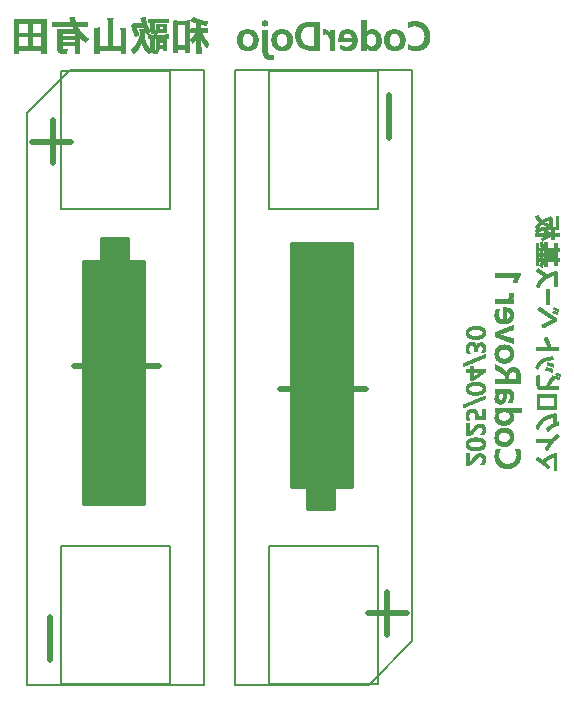
<source format=gbo>
G04 DesignSpark PCB Gerber Version 12.0 Build 5942*
%FSLAX35Y35*%
%MOMM*%
%ADD10C,0.02540*%
%ADD11C,0.12700*%
%ADD12C,0.30480*%
%ADD19C,0.50000*%
X0Y0D02*
D02*
D10*
X4075450Y8300770D02*
X4103140D01*
X4104680Y8300990D01*
X4105780Y8301650D01*
X4106440Y8302970D01*
X4106660Y8304510D01*
X4105780Y8416570D01*
Y8479410D01*
X4106660Y8563570D01*
X4106440Y8565320D01*
X4105780Y8566420D01*
X4104680Y8567080D01*
X4103140Y8567520D01*
X4064910Y8566860D01*
X4014150D01*
X3975920Y8567520D01*
X3974600Y8567300D01*
X3973720D01*
X3973060Y8567080D01*
X3972620Y8566860D01*
X3972400Y8566420D01*
X3972180Y8565540D01*
Y8564660D01*
Y8563570D01*
X3972840Y8489520D01*
Y8417890D01*
X3972180Y8308240D01*
Y8307140D01*
Y8306270D01*
X3972400Y8305610D01*
X3972840Y8305170D01*
X3973280Y8304950D01*
X3973940Y8304730D01*
X3974820D01*
X3975920Y8304510D01*
X4004040D01*
X4005140Y8304730D01*
X4006020D01*
X4006900Y8304950D01*
X4007340Y8305170D01*
X4007560Y8306270D01*
X4007780Y8308240D01*
Y8328240D01*
X4071500D01*
Y8304510D01*
X4071720Y8303410D01*
Y8302530D01*
X4071940Y8301650D01*
X4072380Y8301210D01*
X4072820Y8300990D01*
X4073480D01*
X4074140Y8300770D01*
X4075450D01*
X4071500Y8533900D02*
Y8361200D01*
X4007780D01*
Y8533900D01*
X4071500D01*
X4161590Y8469300D02*
X4162250D01*
X4157410Y8461170D01*
X4152140Y8453040D01*
X4146650Y8445350D01*
X4140710Y8438100D01*
X4134780Y8430850D01*
X4128410Y8424040D01*
X4121820Y8417230D01*
X4114790Y8411070D01*
X4118960Y8405140D01*
X4122480Y8399210D01*
X4125770Y8393060D01*
X4128410Y8386690D01*
X4129510Y8383830D01*
X4130610Y8381850D01*
X4131490Y8380750D01*
X4132360Y8380310D01*
X4133240Y8380530D01*
X4134560Y8381630D01*
X4136320Y8383390D01*
X4138520Y8386030D01*
X4147530Y8397450D01*
X4155660Y8409540D01*
X4162910Y8422280D01*
X4169280Y8435680D01*
X4167740Y8291540D01*
X4167960Y8290010D01*
X4168620Y8289130D01*
X4169500Y8288470D01*
X4171040Y8288250D01*
X4200040D01*
X4201360D01*
X4202460Y8288470D01*
X4203120Y8288690D01*
X4203560Y8288910D01*
X4203990Y8289790D01*
Y8291540D01*
Y8292200D01*
Y8293300D01*
Y8295060D01*
Y8297480D01*
Y8300330D01*
X4203780Y8303850D01*
Y8307800D01*
Y8312420D01*
X4203120Y8342300D01*
X4202460Y8371300D01*
X4202020Y8399870D01*
X4201800Y8427550D01*
X4205970Y8416790D01*
X4210590Y8406020D01*
X4215420Y8395470D01*
X4220690Y8385370D01*
X4226630Y8375260D01*
X4232780Y8365370D01*
X4239150Y8355700D01*
X4246180Y8346480D01*
X4248160Y8344060D01*
X4249700Y8342520D01*
X4251240Y8341640D01*
X4252330Y8341200D01*
X4253210Y8341640D01*
X4254310Y8342520D01*
X4255190Y8344280D01*
X4256290Y8346700D01*
X4257830Y8351090D01*
X4259370Y8355040D01*
X4260900Y8358780D01*
X4262660Y8362300D01*
X4264200Y8365590D01*
X4265960Y8368670D01*
X4267720Y8371300D01*
X4269470Y8373720D01*
X4260030Y8384490D01*
X4251240Y8395470D01*
X4242890Y8406900D01*
X4235200Y8418550D01*
X4227950Y8430850D01*
X4221130Y8443160D01*
X4214980Y8456120D01*
X4209270Y8469300D01*
X4218500D01*
X4257610Y8468640D01*
X4258710D01*
X4259810Y8468860D01*
X4260460Y8469080D01*
X4260900Y8469300D01*
X4261340Y8470400D01*
Y8472160D01*
Y8496770D01*
Y8497870D01*
Y8498750D01*
X4261120Y8499410D01*
X4260680Y8499840D01*
X4260240Y8500060D01*
X4259590Y8500280D01*
X4258710D01*
X4257610D01*
X4218500Y8499620D01*
X4202460D01*
Y8540270D01*
X4210590Y8538300D01*
X4218940Y8536540D01*
X4227510Y8534780D01*
X4236510Y8533240D01*
X4238930Y8532800D01*
X4240690Y8532580D01*
X4242010Y8532360D01*
X4243110D01*
X4244420Y8532580D01*
X4245520Y8533020D01*
X4246620Y8533680D01*
X4247280Y8534560D01*
X4247940Y8535660D01*
X4248600Y8536980D01*
X4249480Y8538960D01*
X4250580Y8541590D01*
X4252770Y8546870D01*
X4255410Y8551700D01*
X4258270Y8556090D01*
X4261340Y8560270D01*
X4248380Y8562030D01*
X4235640Y8564220D01*
X4222890Y8566860D01*
X4210370Y8569940D01*
X4197840Y8573230D01*
X4185540Y8576970D01*
X4173230Y8581140D01*
X4161370Y8585540D01*
X4156530Y8587740D01*
X4152140Y8589930D01*
X4147960Y8592350D01*
X4144010Y8594770D01*
X4137640Y8589930D01*
X4131920Y8584880D01*
X4126430Y8579610D01*
X4121380Y8574110D01*
X4120060Y8572350D01*
X4118960Y8570820D01*
X4118520Y8569500D01*
X4118300Y8568180D01*
X4118740Y8566420D01*
X4119620Y8565100D01*
X4121380Y8564220D01*
X4124010Y8563780D01*
X4124890Y8563570D01*
X4126210Y8563350D01*
X4127530Y8562910D01*
X4129290Y8562470D01*
X4131270Y8561810D01*
X4133460Y8561150D01*
X4135880Y8560270D01*
X4138520Y8559170D01*
X4153460Y8554120D01*
X4168620Y8549500D01*
Y8499620D01*
X4161590D01*
X4122260Y8500280D01*
X4120940D01*
X4119840Y8500060D01*
X4119180D01*
X4118740Y8499620D01*
X4118300Y8498530D01*
X4118080Y8496770D01*
Y8472160D01*
X4118300Y8471060D01*
Y8470180D01*
X4118520Y8469520D01*
X4118960Y8469080D01*
X4119400Y8468860D01*
X4120060Y8468640D01*
X4121160D01*
X4122260D01*
X4161590Y8469300D01*
X3881000Y8419640D02*
X3924280Y8418990D01*
X3925380D01*
X3926480Y8419200D01*
X3927140Y8419420D01*
X3927580Y8419640D01*
X3927800Y8420740D01*
X3928020Y8422500D01*
Y8445790D01*
Y8446890D01*
X3927800Y8447770D01*
X3927580Y8448430D01*
X3927360Y8448870D01*
X3926920Y8449090D01*
X3926260Y8449310D01*
X3925380D01*
X3924280D01*
X3881000Y8448650D01*
X3802330D01*
X3759050Y8449310D01*
X3757950D01*
X3756850Y8449090D01*
X3756190D01*
X3755750Y8448650D01*
X3755310Y8447550D01*
X3755090Y8445790D01*
Y8422500D01*
Y8421400D01*
X3755310Y8420520D01*
X3755530Y8419860D01*
X3755750Y8419420D01*
X3756190Y8419200D01*
X3757070Y8418990D01*
X3757950D01*
X3759050D01*
X3778820Y8419200D01*
Y8375260D01*
X3778380Y8334610D01*
X3778600Y8328900D01*
X3779040Y8322310D01*
X3772230Y8328680D01*
X3765860Y8335270D01*
X3759930Y8342080D01*
X3754430Y8349330D01*
X3749380Y8356800D01*
X3744770Y8364710D01*
X3740590Y8372840D01*
X3736640Y8381190D01*
X3733340Y8389980D01*
X3730480Y8398990D01*
X3728070Y8408440D01*
X3726090Y8418110D01*
X3724550Y8427990D01*
X3723450Y8438320D01*
X3722790Y8449090D01*
X3722570Y8459850D01*
Y8466010D01*
X3722790Y8471500D01*
Y8476770D01*
X3723010Y8481610D01*
X3723450Y8486000D01*
X3723670Y8489960D01*
X3724110Y8493690D01*
X3724550Y8496770D01*
X3718400Y8496330D01*
X3712910Y8495890D01*
X3707850Y8495670D01*
X3703240Y8495230D01*
X3699500Y8494790D01*
X3695990Y8494350D01*
X3693130Y8494130D01*
X3690930Y8493690D01*
X3688740Y8493250D01*
X3686980Y8492590D01*
X3686100Y8491490D01*
X3685660Y8489960D01*
X3685880Y8488200D01*
X3686320Y8486440D01*
X3686980Y8484460D01*
X3687640Y8482270D01*
X3688080Y8481170D01*
X3688520Y8479630D01*
X3688740Y8477650D01*
X3688960Y8475450D01*
X3689180Y8473040D01*
X3689400Y8469960D01*
X3689610Y8466890D01*
X3689830Y8463150D01*
X3690050Y8459410D01*
X3688080Y8447770D01*
X3685660Y8436340D01*
X3682800Y8425580D01*
X3679510Y8415030D01*
X3675990Y8404920D01*
X3672040Y8395250D01*
X3667640Y8386030D01*
X3662810Y8377020D01*
X3657750Y8368670D01*
X3652260Y8360540D01*
X3646330Y8352850D01*
X3639960Y8345600D01*
X3633360Y8338780D01*
X3626110Y8332410D01*
X3618860Y8326260D01*
X3610950Y8320770D01*
X3613150Y8318790D01*
X3615130Y8316370D01*
X3617320Y8313960D01*
X3619300Y8311100D01*
X3621500Y8308240D01*
X3623480Y8304950D01*
X3625670Y8301430D01*
X3627650Y8297700D01*
X3629190Y8294840D01*
X3630510Y8292640D01*
X3631830Y8291320D01*
X3632930Y8290880D01*
X3634240Y8291320D01*
X3636000Y8292200D01*
X3637980Y8293740D01*
X3640400Y8295720D01*
X3650720Y8306050D01*
X3660390Y8317030D01*
X3669180Y8328680D01*
X3677090Y8340980D01*
X3684120Y8353950D01*
X3690270Y8367570D01*
X3695770Y8381850D01*
X3700380Y8396790D01*
X3702140Y8388660D01*
X3704120Y8380750D01*
X3706530Y8373060D01*
X3709170Y8365590D01*
X3712030Y8358560D01*
X3715100Y8351530D01*
X3718620Y8344720D01*
X3722350Y8338130D01*
X3725650Y8332630D01*
X3729390Y8327140D01*
X3733340Y8321650D01*
X3737520Y8316370D01*
X3741910Y8310880D01*
X3746740Y8305610D01*
X3751800Y8300110D01*
X3757070Y8294840D01*
X3759490Y8292640D01*
X3761690Y8291100D01*
X3763220Y8290230D01*
X3764540Y8290010D01*
X3765860Y8290450D01*
X3767620Y8291540D01*
X3769600Y8293520D01*
X3772010Y8296380D01*
X3777510Y8302310D01*
X3783220Y8307800D01*
X3784540Y8305610D01*
X3785860Y8303630D01*
X3787610Y8301870D01*
X3789370Y8300330D01*
X3792230Y8298570D01*
X3795520Y8297040D01*
X3799260Y8295720D01*
X3803650Y8294620D01*
X3808270Y8293740D01*
X3813320Y8293080D01*
X3819030Y8292640D01*
X3824970D01*
X3826500Y8292420D01*
X3827820D01*
X3828700D01*
X3829140D01*
X3831340Y8292640D01*
X3833100Y8292860D01*
X3834410Y8293520D01*
X3835290Y8294620D01*
X3835730Y8295720D01*
X3836170Y8297480D01*
X3836830Y8299890D01*
X3837270Y8302970D01*
X3838370Y8307800D01*
X3839910Y8312420D01*
X3841890Y8317030D01*
X3844300Y8321650D01*
X3832000Y8320550D01*
X3819690Y8320330D01*
X3817280Y8320550D01*
X3815080Y8320990D01*
X3813320Y8321870D01*
X3811780Y8323180D01*
X3810680Y8324720D01*
X3809810Y8326700D01*
X3809370Y8329120D01*
X3809150Y8331750D01*
Y8419640D01*
X3881000D01*
X3878800Y8552580D02*
X3920990Y8551920D01*
X3922310D01*
X3923180Y8552140D01*
X3923840Y8552360D01*
X3924280Y8552580D01*
X3924500Y8553680D01*
X3924720Y8555440D01*
Y8577410D01*
Y8578730D01*
X3924500Y8579820D01*
X3924280Y8580480D01*
X3924060Y8580920D01*
X3922960Y8581140D01*
X3920990Y8581360D01*
X3878800Y8580700D01*
X3802550D01*
X3759710Y8581360D01*
X3758390D01*
X3757510Y8581140D01*
X3756850Y8580920D01*
X3756410Y8580700D01*
X3756190Y8580260D01*
Y8579610D01*
X3755970Y8578730D01*
Y8577410D01*
Y8555440D01*
Y8554340D01*
X3756190Y8553460D01*
X3756410Y8552800D01*
X3756630Y8552360D01*
X3757730Y8551920D01*
X3759710D01*
X3779260Y8552140D01*
Y8535660D01*
X3779040Y8495670D01*
Y8489520D01*
X3779480Y8484020D01*
X3780140Y8479190D01*
X3781240Y8474800D01*
X3782340Y8471060D01*
X3783880Y8467760D01*
X3785640Y8465130D01*
X3787610Y8463150D01*
X3790470Y8461390D01*
X3793770Y8459850D01*
X3797280Y8458540D01*
X3801020Y8457440D01*
X3805410Y8456560D01*
X3810030Y8455900D01*
X3815080Y8455460D01*
X3820570D01*
X3824090D01*
X3826500Y8455680D01*
X3828480Y8455900D01*
X3829580Y8456340D01*
X3830240Y8457000D01*
X3830680Y8458100D01*
X3831340Y8459850D01*
X3832000Y8461830D01*
X3834850Y8471720D01*
X3854630Y8472160D01*
X3881440D01*
X3906920Y8471280D01*
X3908020D01*
X3908900Y8471500D01*
X3909560Y8471720D01*
X3910000Y8472160D01*
X3910220Y8472600D01*
X3910440Y8473260D01*
Y8474360D01*
Y8475450D01*
X3909780Y8495450D01*
Y8515450D01*
X3910440Y8535660D01*
Y8536980D01*
X3910220Y8537860D01*
X3910000Y8538520D01*
X3909780Y8538960D01*
X3908680Y8539400D01*
X3906920D01*
X3881440Y8538740D01*
X3854630D01*
X3828920Y8539400D01*
X3827820D01*
X3826720D01*
X3826070Y8539180D01*
X3825630Y8538740D01*
X3825410Y8537640D01*
X3825190Y8536760D01*
Y8535660D01*
X3825850Y8515450D01*
Y8483150D01*
X3819030D01*
X3816400Y8483360D01*
X3814200Y8483580D01*
X3812660Y8484240D01*
X3811560Y8485120D01*
X3810460Y8486440D01*
X3809810Y8488420D01*
X3809590Y8491060D01*
X3809370Y8494130D01*
Y8552580D01*
X3878800D01*
X3853310Y8493690D02*
Y8517200D01*
X3882970D01*
Y8493690D01*
X3853310D01*
X3731800Y8598280D02*
X3725210Y8597400D01*
X3717960Y8596080D01*
X3709610Y8594550D01*
X3700600Y8592570D01*
X3698180Y8591690D01*
X3696210Y8590590D01*
X3695110Y8589270D01*
X3694890Y8587950D01*
X3695110Y8586640D01*
X3695550Y8585100D01*
X3696650Y8583120D01*
X3697960Y8581140D01*
X3698620Y8580260D01*
X3699060Y8579170D01*
X3699720Y8577630D01*
X3700380Y8575870D01*
X3701040Y8573890D01*
X3701700Y8571480D01*
X3702360Y8568840D01*
X3703020Y8565980D01*
X3703680Y8562470D01*
X3704560Y8559170D01*
X3705440Y8555870D01*
X3706090Y8553020D01*
X3706750Y8550380D01*
X3707410Y8548180D01*
X3707850Y8545990D01*
X3708290Y8544010D01*
X3649190D01*
X3646770Y8544230D01*
X3645010D01*
X3643470Y8544670D01*
X3642370Y8545110D01*
X3640840Y8545770D01*
X3639520Y8546210D01*
X3638640Y8546650D01*
X3637760D01*
X3636660D01*
X3635340Y8546210D01*
X3634020Y8545550D01*
X3632490Y8544450D01*
X3630730Y8543350D01*
X3628750Y8541810D01*
X3626770Y8540050D01*
X3624360Y8537860D01*
X3622380Y8535660D01*
X3620620Y8533680D01*
X3619080Y8531700D01*
X3617980Y8530170D01*
X3616890Y8528630D01*
X3616230Y8527310D01*
X3615790Y8525990D01*
Y8525110D01*
Y8523360D01*
X3616230Y8521600D01*
X3617110Y8520060D01*
X3617980Y8518520D01*
X3618640Y8517420D01*
X3619520Y8515660D01*
X3620400Y8513030D01*
X3621500Y8509950D01*
X3626550Y8491930D01*
X3631830Y8475020D01*
X3637540Y8458980D01*
X3643690Y8443590D01*
X3644570Y8441840D01*
X3645450Y8440300D01*
X3646110Y8438980D01*
X3646990Y8437880D01*
X3647650Y8437000D01*
X3648090Y8436340D01*
X3648750Y8435900D01*
X3649190D01*
X3650060Y8436120D01*
X3651600Y8437000D01*
X3653580Y8438320D01*
X3656440Y8440300D01*
X3660830Y8443370D01*
X3665660Y8446230D01*
X3671160Y8448650D01*
X3677090Y8451070D01*
X3673570Y8457660D01*
X3670280Y8464690D01*
X3666980Y8472160D01*
X3663910Y8479850D01*
X3661050Y8487980D01*
X3658190Y8496330D01*
X3655780Y8505120D01*
X3653140Y8514350D01*
X3718400D01*
X3721260Y8506880D01*
X3724330Y8499620D01*
X3727410Y8492590D01*
X3730700Y8485560D01*
X3734220Y8478970D01*
X3737520Y8472600D01*
X3741250Y8466450D01*
X3744990Y8460510D01*
X3746740Y8457880D01*
X3748500Y8455900D01*
X3749820Y8454800D01*
X3750920Y8454360D01*
X3752240Y8454800D01*
X3753560Y8455900D01*
X3755310Y8457440D01*
X3757510Y8459850D01*
X3761910Y8464910D01*
X3766300Y8469300D01*
X3770910Y8473040D01*
X3775530Y8476550D01*
X3768280Y8486000D01*
X3761690Y8496330D01*
X3755750Y8507320D01*
X3750260Y8519180D01*
X3745430Y8531700D01*
X3741250Y8544890D01*
X3737520Y8558950D01*
X3734440Y8573890D01*
X3733560Y8580260D01*
X3732680Y8586420D01*
X3732020Y8592350D01*
X3731800Y8598280D01*
X3824970Y8331530D02*
X3825190Y8330220D01*
Y8329120D01*
X3825410Y8328460D01*
X3825630Y8328020D01*
X3826070Y8327800D01*
X3826720Y8327580D01*
X3827600D01*
X3828920D01*
X3845620D01*
X3848040D01*
X3850020D01*
X3851550Y8327800D01*
X3852210Y8328240D01*
X3852650Y8328680D01*
X3853090Y8329340D01*
X3853310Y8330220D01*
Y8331530D01*
Y8335930D01*
X3884290D01*
Y8321650D01*
Y8320550D01*
X3884510Y8319670D01*
X3884730Y8318790D01*
X3884950Y8318570D01*
X3885390Y8318130D01*
X3886050D01*
X3886930Y8317910D01*
X3888250D01*
X3908020D01*
X3909340D01*
X3910220Y8318130D01*
X3910880Y8318350D01*
X3911320Y8318790D01*
X3911540Y8319010D01*
X3911760Y8319670D01*
Y8320550D01*
Y8321650D01*
X3911100Y8362740D01*
Y8379870D01*
X3911760Y8403380D01*
Y8404700D01*
X3911540Y8405580D01*
X3911320Y8406240D01*
X3911100Y8406680D01*
X3910000Y8406900D01*
X3908240Y8407120D01*
X3882750Y8406460D01*
X3854850D01*
X3828920Y8407120D01*
X3827600D01*
X3826720Y8406900D01*
X3826070Y8406680D01*
X3825630Y8406460D01*
X3825190Y8405360D01*
X3824970Y8403380D01*
X3825850Y8384710D01*
Y8366030D01*
X3824970Y8331530D01*
X3853310Y8383830D02*
X3884290D01*
Y8358780D01*
X3853310D01*
Y8383830D01*
X3343550Y8508630D02*
X3334100Y8508190D01*
X3324650Y8507750D01*
X3315200Y8506880D01*
X3305750Y8505780D01*
X3303340Y8505120D01*
X3301580Y8504460D01*
X3300700Y8503360D01*
X3300260Y8502260D01*
X3300480Y8501160D01*
X3300920Y8499620D01*
X3301580Y8497650D01*
X3302460Y8495010D01*
X3302900Y8493470D01*
X3303340Y8491280D01*
X3303560Y8488200D01*
X3303990Y8484460D01*
X3304210Y8479630D01*
Y8474360D01*
X3304430Y8468200D01*
Y8461170D01*
Y8357680D01*
X3303780Y8299450D01*
Y8298360D01*
X3303990Y8297260D01*
X3304210Y8296600D01*
X3304430Y8296160D01*
X3305530Y8295940D01*
X3307290Y8295720D01*
X3337610D01*
X3338710D01*
X3339810Y8295940D01*
X3340470Y8296160D01*
X3340690Y8296600D01*
X3340910Y8296820D01*
X3341130Y8297480D01*
X3341350Y8298360D01*
Y8299450D01*
Y8320770D01*
X3527460D01*
Y8297480D01*
Y8296380D01*
X3527680Y8295280D01*
X3527900Y8294620D01*
X3528120Y8294180D01*
X3528560Y8293960D01*
X3529210D01*
X3530090Y8293740D01*
X3531190D01*
X3561070D01*
X3562170D01*
X3563050Y8293960D01*
X3563930D01*
X3564370Y8294400D01*
X3564590Y8294620D01*
X3564810Y8295500D01*
X3565030Y8296380D01*
Y8297480D01*
X3564370Y8355920D01*
Y8463590D01*
Y8470180D01*
Y8476550D01*
X3564590Y8482710D01*
X3564810Y8488420D01*
X3565030Y8493690D01*
X3565470Y8498530D01*
X3565910Y8503140D01*
X3566350Y8507320D01*
X3560640Y8507100D01*
X3555140Y8506880D01*
X3550090Y8506660D01*
X3545250Y8506220D01*
X3540640Y8505780D01*
X3536250Y8505560D01*
X3532290Y8504900D01*
X3528560Y8504460D01*
X3526140Y8504020D01*
X3524380Y8503360D01*
X3523280Y8502260D01*
X3523060Y8500940D01*
X3523280Y8499190D01*
X3523940Y8497210D01*
X3524380Y8496110D01*
X3524600Y8495010D01*
X3524820Y8494350D01*
X3525040Y8494130D01*
X3525480Y8492370D01*
X3526140Y8489960D01*
X3526580Y8487100D01*
X3526800Y8483580D01*
X3527240Y8479410D01*
Y8474800D01*
X3527460Y8469300D01*
Y8463590D01*
Y8354610D01*
X3455610D01*
Y8540710D01*
X3455830Y8554780D01*
X3456270Y8568180D01*
X3457140Y8580700D01*
X3458240Y8592350D01*
X3452530Y8592130D01*
X3446820Y8591910D01*
X3441540Y8591690D01*
X3436710Y8591470D01*
X3431880Y8591030D01*
X3427480Y8590590D01*
X3423310Y8590370D01*
X3419350Y8589930D01*
X3417150Y8589490D01*
X3415620Y8588610D01*
X3414520Y8587520D01*
X3414300Y8586200D01*
X3414520Y8585100D01*
X3414740Y8583560D01*
X3415620Y8581580D01*
X3416490Y8579170D01*
X3416930Y8577410D01*
X3417150Y8574770D01*
X3417370Y8571480D01*
X3417590Y8567080D01*
X3417810Y8562030D01*
X3418030Y8556090D01*
Y8549280D01*
Y8541590D01*
Y8354610D01*
X3341350D01*
Y8464690D01*
Y8476990D01*
X3341790Y8488420D01*
X3342670Y8498970D01*
X3343550Y8508630D01*
X3250600Y8415030D02*
X3242690Y8420300D01*
X3235220Y8425580D01*
X3227970Y8431070D01*
X3220940Y8436780D01*
X3214130Y8442500D01*
X3207530Y8448650D01*
X3201160Y8454800D01*
X3195010Y8461390D01*
X3189300Y8467980D01*
X3183800Y8474800D01*
X3178310Y8481830D01*
X3173260Y8489080D01*
X3168420Y8496550D01*
X3164030Y8504240D01*
X3159630Y8511930D01*
X3155460Y8520060D01*
X3198090D01*
X3241150Y8519400D01*
X3242250D01*
X3243350Y8519620D01*
X3243790Y8519840D01*
X3244230Y8520060D01*
X3244450Y8520500D01*
X3244670Y8521160D01*
Y8522040D01*
X3244890Y8523140D01*
Y8549060D01*
X3244670Y8550380D01*
Y8551260D01*
X3244450Y8552140D01*
X3244010Y8552360D01*
X3243130Y8552800D01*
X3241150Y8553020D01*
X3198090Y8552360D01*
X3142060D01*
X3140960Y8555440D01*
X3139860Y8558730D01*
X3138760Y8562690D01*
X3137440Y8566860D01*
X3135240Y8575870D01*
X3133490Y8584440D01*
X3132170Y8592570D01*
X3131510Y8599820D01*
X3121620Y8598720D01*
X3112610Y8597400D01*
X3104480Y8595860D01*
X3097010Y8594330D01*
X3094160Y8593450D01*
X3091960Y8592130D01*
X3090860Y8591030D01*
X3090420Y8589490D01*
X3090640Y8588390D01*
X3091300Y8586860D01*
X3092620Y8585100D01*
X3094160Y8583120D01*
X3096130Y8580260D01*
X3098110Y8576530D01*
X3099650Y8572350D01*
X3101410Y8567520D01*
X3106240Y8552360D01*
X2992640D01*
X2949800Y8553020D01*
X2948260Y8552580D01*
X2947160Y8551920D01*
X2946500Y8550820D01*
X2946280Y8549060D01*
Y8523140D01*
X2946500Y8521600D01*
X2947160Y8520280D01*
X2948260Y8519620D01*
X2949800Y8519400D01*
X2992640Y8520060D01*
X3118990D01*
X3121620Y8513910D01*
X3125140Y8507320D01*
X3128870Y8499840D01*
X3133490Y8491710D01*
X3042740D01*
X2994840Y8492370D01*
X2993520D01*
X2992420Y8492150D01*
X2991540Y8491930D01*
X2991100Y8491710D01*
X2990880Y8491280D01*
Y8490620D01*
X2990660Y8489740D01*
Y8488640D01*
X2991320Y8443590D01*
Y8382290D01*
X2990660Y8330000D01*
X2990880Y8325160D01*
X2991320Y8320770D01*
X2991980Y8316590D01*
X2993080Y8312860D01*
X2994620Y8309560D01*
X2996380Y8306490D01*
X2998360Y8303850D01*
X3000770Y8301430D01*
X3004290Y8299010D01*
X3008680Y8296820D01*
X3013300Y8295280D01*
X3018570Y8294180D01*
X3021430Y8293740D01*
X3024720Y8293300D01*
X3028240Y8292860D01*
X3032190Y8292640D01*
X3036370Y8292420D01*
X3040980Y8292200D01*
X3046040Y8291980D01*
X3051310D01*
X3055040D01*
X3057680Y8292420D01*
X3059880Y8292860D01*
X3060980Y8293520D01*
X3061640Y8294620D01*
X3062520Y8296380D01*
X3063170Y8299010D01*
X3064050Y8302310D01*
X3066030Y8309340D01*
X3068230Y8315710D01*
X3070650Y8321430D01*
X3073280Y8326480D01*
X3057460Y8325600D01*
X3040980Y8325160D01*
X3037030Y8325380D01*
X3033730Y8325820D01*
X3031090Y8326700D01*
X3029340Y8328020D01*
X3028020Y8329560D01*
X3027140Y8331530D01*
X3026700Y8334170D01*
X3026480Y8337030D01*
Y8359000D01*
X3137880D01*
Y8332190D01*
X3137220Y8293300D01*
Y8292200D01*
X3137440Y8291100D01*
X3137660Y8290450D01*
X3137880Y8290010D01*
X3138980Y8289790D01*
X3140960Y8289570D01*
X3169300D01*
X3170620D01*
X3171720Y8289790D01*
X3172380Y8290010D01*
X3172820Y8290230D01*
X3173040Y8290660D01*
X3173260Y8291320D01*
X3173480Y8292200D01*
Y8293300D01*
X3172820Y8332190D01*
Y8436780D01*
X3178530Y8430410D01*
X3184240Y8424480D01*
X3189960Y8418550D01*
X3195670Y8413050D01*
X3201380Y8407780D01*
X3207100Y8402730D01*
X3212810Y8397670D01*
X3218740Y8393060D01*
X3221160Y8391300D01*
X3223140Y8389980D01*
X3224890Y8389320D01*
X3226210Y8389100D01*
X3227530Y8389320D01*
X3229070Y8390640D01*
X3231050Y8392620D01*
X3233020Y8395470D01*
X3236760Y8400750D01*
X3240930Y8405800D01*
X3245550Y8410640D01*
X3250600Y8415030D01*
X3137880Y8386690D02*
X3026480D01*
Y8409980D01*
X3137880D01*
Y8386690D01*
X3026480Y8460950D02*
X3137880D01*
Y8437660D01*
X3026480D01*
Y8460950D01*
X2859710Y8295720D02*
X2888930D01*
X2890030D01*
X2890910Y8295940D01*
X2891570D01*
X2892010Y8296380D01*
X2892230Y8296600D01*
X2892450Y8297260D01*
Y8298140D01*
Y8299230D01*
X2891790Y8419860D01*
Y8484900D01*
X2892450Y8573670D01*
Y8574770D01*
Y8575870D01*
X2892230Y8576530D01*
X2891790Y8576750D01*
X2891350Y8576970D01*
X2890690Y8577190D01*
X2889810D01*
X2888710Y8577410D01*
X2842790Y8576750D01*
X2672280D01*
X2626140Y8577410D01*
X2625040Y8577190D01*
X2624160D01*
X2623500Y8576970D01*
X2623060Y8576750D01*
X2622620Y8575650D01*
Y8573670D01*
X2623280Y8495010D01*
Y8419860D01*
X2622620Y8299670D01*
Y8298570D01*
Y8297480D01*
X2622840Y8296820D01*
X2623280Y8296600D01*
X2624380Y8296160D01*
X2626140Y8295940D01*
X2655360D01*
X2656460Y8296160D01*
X2657560D01*
X2658220Y8296380D01*
X2658660Y8296600D01*
X2658880Y8297700D01*
X2659100Y8299670D01*
Y8318350D01*
X2855970D01*
Y8299230D01*
Y8298140D01*
X2856190Y8297260D01*
X2856410Y8296600D01*
X2856630Y8296160D01*
X2857730Y8295940D01*
X2859710Y8295720D01*
X2741710Y8350650D02*
X2659100D01*
Y8432830D01*
X2741710D01*
Y8350650D01*
X2659100Y8544450D02*
X2741710D01*
Y8464690D01*
X2659100D01*
Y8544450D01*
X2855970Y8350650D02*
X2776430D01*
Y8432830D01*
X2855970D01*
Y8350650D01*
Y8544450D02*
Y8464690D01*
X2776430D01*
Y8544450D01*
X2855970D01*
X3139430Y8289740D02*
X3171470D01*
X4168160D02*
X4203970D01*
X3042820Y8292120D02*
X3055880D01*
X3137240D02*
X3173460D01*
X3631030D02*
X3635840D01*
X3760230D02*
X3768200D01*
X4167750D02*
X4203990D01*
X3017040Y8294500D02*
X3061570D01*
X3137240D02*
X3173460D01*
X3527960D02*
X3564470D01*
X3629390D02*
X3638910D01*
X3757440D02*
X3770430D01*
X3804280D02*
X3835190D01*
X4167770D02*
X4203990D01*
X2622820Y8296880D02*
X2658720D01*
X2856320D02*
X2892320D01*
X3008560D02*
X3062640D01*
X3137280D02*
X3173420D01*
X3304120D02*
X3340930D01*
X3527460D02*
X3565030D01*
X3628090D02*
X3641560D01*
X3755030D02*
X3772470D01*
X3795970D02*
X3836020D01*
X4167800D02*
X4203990D01*
X2622620Y8299260D02*
X2659050D01*
X2855970D02*
X2892450D01*
X3003930D02*
X3063240D01*
X3137320D02*
X3173380D01*
X3303780D02*
X3341350D01*
X3527460D02*
X3565010D01*
X3626820D02*
X3643940D01*
X3752650D02*
X3774680D01*
X3791110D02*
X3836660D01*
X4167820D02*
X4203990D01*
X2622630Y8301640D02*
X2659100D01*
X2855970D02*
X2892440D01*
X3000560D02*
X3063870D01*
X3137360D02*
X3173340D01*
X3303800D02*
X3341350D01*
X3527460D02*
X3564980D01*
X3625540D02*
X3646310D01*
X3750390D02*
X3776890D01*
X3787870D02*
X3837080D01*
X4071940D02*
X4105770D01*
X4167850D02*
X4203910D01*
X2622640Y8304020D02*
X2659100D01*
X2855970D02*
X2892420D01*
X2998230D02*
X3064530D01*
X3137400D02*
X3173300D01*
X3303830D02*
X3341350D01*
X3527460D02*
X3564960D01*
X3624060D02*
X3648690D01*
X3748200D02*
X3779290D01*
X3785600D02*
X3837510D01*
X4071600D02*
X4106590D01*
X4167870D02*
X4203780D01*
X2622660Y8306400D02*
X2659100D01*
X2855970D02*
X2892410D01*
X2996450D02*
X3065200D01*
X3137440D02*
X3173260D01*
X3303860D02*
X3341350D01*
X3527460D02*
X3564930D01*
X3622610D02*
X3651030D01*
X3746020D02*
X3781760D01*
X3784060D02*
X3838050D01*
X3972180D02*
X4007570D01*
X4071500D02*
X4106650D01*
X4167900D02*
X4203780D01*
X2622670Y8308780D02*
X2659100D01*
X2855970D02*
X2892400D01*
X2995070D02*
X3065870D01*
X3137480D02*
X3173220D01*
X3303880D02*
X3341350D01*
X3527460D02*
X3564900D01*
X3621080D02*
X3653120D01*
X3743830D02*
X3838700D01*
X3972180D02*
X4007780D01*
X4071500D02*
X4106630D01*
X4167920D02*
X4203780D01*
X2622680Y8311160D02*
X2659100D01*
X2855970D02*
X2892380D01*
X2993870D02*
X3066660D01*
X3137520D02*
X3173180D01*
X3303910D02*
X3341350D01*
X3527460D02*
X3564880D01*
X3619260D02*
X3655220D01*
X3741690D02*
X3839490D01*
X3972200D02*
X4007780D01*
X4071500D02*
X4106610D01*
X4167950D02*
X4203780D01*
X2622700Y8313540D02*
X2659100D01*
X2855970D02*
X2892370D01*
X2992880D02*
X3067480D01*
X3137560D02*
X3173140D01*
X3303940D02*
X3341350D01*
X3527460D02*
X3564850D01*
X3617610D02*
X3657320D01*
X3739780D02*
X3840390D01*
X3972210D02*
X4007780D01*
X4071500D02*
X4106590D01*
X4167980D02*
X4203760D01*
X2622710Y8315920D02*
X2659100D01*
X2855970D02*
X2892360D01*
X2992180D02*
X3068320D01*
X3137600D02*
X3173100D01*
X3303960D02*
X3341350D01*
X3527460D02*
X3564820D01*
X3615540D02*
X3659410D01*
X3737880D02*
X3841410D01*
X3972230D02*
X4007780D01*
X4071500D02*
X4106570D01*
X4168000D02*
X4203700D01*
X2622720Y8318300D02*
X2659100D01*
X2855970D02*
X2892350D01*
X2991710D02*
X3069330D01*
X3137640D02*
X3173060D01*
X3303990D02*
X3341350D01*
X3527460D02*
X3564790D01*
X3613550D02*
X3661350D01*
X3735990D02*
X3842550D01*
X3885220D02*
X3910730D01*
X3972240D02*
X4007780D01*
X4071500D02*
X4106550D01*
X4168030D02*
X4203650D01*
X2622740Y8320680D02*
X2892330D01*
X2991330D02*
X3070330D01*
X3137680D02*
X3173020D01*
X3304020D02*
X3341350D01*
X3527460D02*
X3564770D01*
X3611050D02*
X3663140D01*
X3734110D02*
X3816630D01*
X3833450D02*
X3843790D01*
X3884290D02*
X3911760D01*
X3972250D02*
X4007780D01*
X4071500D02*
X4106530D01*
X4168050D02*
X4203600D01*
X2622750Y8323060D02*
X2892320D01*
X2991090D02*
X3071500D01*
X3137730D02*
X3172970D01*
X3304040D02*
X3564740D01*
X3614250D02*
X3664940D01*
X3732330D02*
X3778240D01*
X3778990D02*
X3811920D01*
X3884290D02*
X3911740D01*
X3972270D02*
X4007780D01*
X4071500D02*
X4106510D01*
X4168080D02*
X4203540D01*
X2622760Y8325440D02*
X2892310D01*
X2990870D02*
X3036580D01*
X3051470D02*
X3072740D01*
X3137770D02*
X3172930D01*
X3304070D02*
X3564710D01*
X3617680D02*
X3666740D01*
X3730610D02*
X3775690D01*
X3778830D02*
X3810360D01*
X3884290D02*
X3911700D01*
X3972280D02*
X4007780D01*
X4071500D02*
X4106500D01*
X4168100D02*
X4203490D01*
X2622770Y8327820D02*
X2892290D01*
X2990760D02*
X3029610D01*
X3137810D02*
X3172890D01*
X3304100D02*
X3564690D01*
X3620700D02*
X3668530D01*
X3728930D02*
X3773150D01*
X3778670D02*
X3809610D01*
X3826070D02*
X3851580D01*
X3884290D02*
X3911660D01*
X3972300D02*
X4007780D01*
X4071500D02*
X4106480D01*
X4168130D02*
X4203440D01*
X2622790Y8330200D02*
X2892280D01*
X2990660D02*
X3027730D01*
X3137850D02*
X3172850D01*
X3304120D02*
X3564660D01*
X3623500D02*
X3670160D01*
X3727310D02*
X3770760D01*
X3778550D02*
X3809280D01*
X3825190D02*
X3853310D01*
X3884290D02*
X3911620D01*
X3972310D02*
X4106460D01*
X4168150D02*
X4203390D01*
X2622800Y8332580D02*
X2892270D01*
X2990690D02*
X3026960D01*
X3137880D02*
X3172820D01*
X3304150D02*
X3564630D01*
X3626300D02*
X3671690D01*
X3725680D02*
X3768460D01*
X3778460D02*
X3809150D01*
X3825000D02*
X3853310D01*
X3884290D02*
X3911580D01*
X3972330D02*
X4106440D01*
X4168180D02*
X4203330D01*
X2622810Y8334960D02*
X2892250D01*
X2990720D02*
X3026640D01*
X3137880D02*
X3172820D01*
X3304180D02*
X3564610D01*
X3629010D02*
X3673220D01*
X3724250D02*
X3766160D01*
X3778380D02*
X3809150D01*
X3825060D02*
X3853310D01*
X3884290D02*
X3911550D01*
X3972340D02*
X4106420D01*
X4168200D02*
X4203280D01*
X2622830Y8337340D02*
X2892240D01*
X2990750D02*
X3026480D01*
X3137880D02*
X3172820D01*
X3304200D02*
X3564580D01*
X3631720D02*
X3674750D01*
X3722820D02*
X3764060D01*
X3778410D02*
X3809150D01*
X3825120D02*
X3911510D01*
X3972360D02*
X4106400D01*
X4168230D02*
X4203230D01*
X2622840Y8339720D02*
X2892230D01*
X2990780D02*
X3026480D01*
X3137880D02*
X3172820D01*
X3304230D02*
X3564550D01*
X3634270D02*
X3676280D01*
X3721450D02*
X3761990D01*
X3778440D02*
X3809150D01*
X3825180D02*
X3911470D01*
X3972370D02*
X4106380D01*
X4168250D02*
X4203180D01*
X2622850Y8342100D02*
X2892220D01*
X2990810D02*
X3026480D01*
X3137880D02*
X3172820D01*
X3304260D02*
X3564530D01*
X3636570D02*
X3677700D01*
X3720100D02*
X3759910D01*
X3778460D02*
X3809150D01*
X3825240D02*
X3911430D01*
X3972380D02*
X4106360D01*
X4168280D02*
X4203120D01*
X4250440D02*
X4253790D01*
X2622870Y8344480D02*
X2892200D01*
X2990840D02*
X3026480D01*
X3137880D02*
X3172820D01*
X3304280D02*
X3564500D01*
X3638880D02*
X3678990D01*
X3718760D02*
X3758110D01*
X3778490D02*
X3809150D01*
X3825300D02*
X3911390D01*
X3972400D02*
X4106350D01*
X4168310D02*
X4203070D01*
X4247820D02*
X4255280D01*
X2622880Y8346860D02*
X2892190D01*
X2990870D02*
X3026480D01*
X3137880D02*
X3172820D01*
X3304310D02*
X3564470D01*
X3641070D02*
X3680280D01*
X3717510D02*
X3756300D01*
X3778510D02*
X3809150D01*
X3825360D02*
X3911360D01*
X3972410D02*
X4106330D01*
X4168330D02*
X4203020D01*
X4245890D02*
X4256350D01*
X2622890Y8349240D02*
X2892180D01*
X2990900D02*
X3026480D01*
X3137880D02*
X3172820D01*
X3304340D02*
X3564450D01*
X3643160D02*
X3681570D01*
X3716280D02*
X3754500D01*
X3778540D02*
X3809150D01*
X3825420D02*
X3911320D01*
X3972430D02*
X4106310D01*
X4168360D02*
X4202960D01*
X4244080D02*
X4257180D01*
X2622910Y8351620D02*
X2659100D01*
X2741710D02*
X2776430D01*
X2855970D02*
X2892160D01*
X2990930D02*
X3026480D01*
X3137880D02*
X3172820D01*
X3304360D02*
X3564420D01*
X3645250D02*
X3682860D01*
X3715060D02*
X3752880D01*
X3778560D02*
X3809150D01*
X3825480D02*
X3911280D01*
X3972440D02*
X4106290D01*
X4168380D02*
X4202910D01*
X4242260D02*
X4258040D01*
X2622920Y8354000D02*
X2659100D01*
X2741710D02*
X2776430D01*
X2855970D02*
X2892150D01*
X2990960D02*
X3026480D01*
X3137880D02*
X3172820D01*
X3304390D02*
X3564390D01*
X3647220D02*
X3684140D01*
X3714020D02*
X3751270D01*
X3778590D02*
X3809150D01*
X3825540D02*
X3911240D01*
X3972460D02*
X4106270D01*
X4168410D02*
X4202850D01*
X4240450D02*
X4258960D01*
X2622930Y8356380D02*
X2659100D01*
X2741710D02*
X2776430D01*
X2855970D02*
X2892140D01*
X2990990D02*
X3026480D01*
X3137880D02*
X3172820D01*
X3304420D02*
X3341350D01*
X3418030D02*
X3455610D01*
X3527460D02*
X3564370D01*
X3649050D02*
X3685220D01*
X3712980D02*
X3749660D01*
X3778620D02*
X3809150D01*
X3825600D02*
X3911200D01*
X3972470D02*
X4106250D01*
X4168430D02*
X4202800D01*
X4238700D02*
X4259920D01*
X2622940Y8358760D02*
X2659100D01*
X2741710D02*
X2776430D01*
X2855970D02*
X2892120D01*
X2991020D02*
X3026480D01*
X3137880D02*
X3172820D01*
X3304430D02*
X3341350D01*
X3418030D02*
X3455610D01*
X3527460D02*
X3564370D01*
X3650890D02*
X3686290D01*
X3711950D02*
X3748240D01*
X3778640D02*
X3809150D01*
X3825660D02*
X3853310D01*
X3884290D02*
X3911160D01*
X3972480D02*
X4106230D01*
X4168460D02*
X4202750D01*
X4237130D02*
X4260890D01*
X2622960Y8361140D02*
X2659100D01*
X2741710D02*
X2776430D01*
X2855970D02*
X2892110D01*
X2991050D02*
X3172820D01*
X3304430D02*
X3341350D01*
X3418030D02*
X3455610D01*
X3527460D02*
X3564370D01*
X3652670D02*
X3687370D01*
X3710980D02*
X3746850D01*
X3778670D02*
X3809150D01*
X3825730D02*
X3853310D01*
X3884290D02*
X3911130D01*
X3972500D02*
X4106220D01*
X4168480D02*
X4202690D01*
X4235570D02*
X4262080D01*
X2622970Y8363520D02*
X2659100D01*
X2741710D02*
X2776430D01*
X2855970D02*
X2892100D01*
X2991080D02*
X3172820D01*
X3304430D02*
X3341350D01*
X3418030D02*
X3455610D01*
X3527460D02*
X3564370D01*
X3654270D02*
X3688440D01*
X3710010D02*
X3745460D01*
X3778690D02*
X3809150D01*
X3825790D02*
X3853310D01*
X3884290D02*
X3911100D01*
X3972510D02*
X4007780D01*
X4071500D02*
X4106200D01*
X4168510D02*
X4202640D01*
X4234000D02*
X4263230D01*
X2622980Y8365900D02*
X2659100D01*
X2741710D02*
X2776430D01*
X2855970D02*
X2892090D01*
X2991110D02*
X3172820D01*
X3304430D02*
X3341350D01*
X3418030D02*
X3455610D01*
X3527460D02*
X3564370D01*
X3655880D02*
X3689520D01*
X3709060D02*
X3744160D01*
X3778720D02*
X3809150D01*
X3825850D02*
X3853310D01*
X3884290D02*
X3911100D01*
X3972530D02*
X4007780D01*
X4071500D02*
X4106180D01*
X4168530D02*
X4202580D01*
X4232450D02*
X4264380D01*
X2623000Y8368280D02*
X2659100D01*
X2741710D02*
X2776430D01*
X2855970D02*
X2892070D01*
X2991140D02*
X3172820D01*
X3304430D02*
X3341350D01*
X3418030D02*
X3455610D01*
X3527460D02*
X3564370D01*
X3657490D02*
X3690540D01*
X3708220D02*
X3742930D01*
X3778740D02*
X3809150D01*
X3825850D02*
X3853310D01*
X3884290D02*
X3911100D01*
X3972540D02*
X4007780D01*
X4071500D02*
X4106160D01*
X4168560D02*
X4202530D01*
X4230970D02*
X4265740D01*
X2623010Y8370660D02*
X2659100D01*
X2741710D02*
X2776430D01*
X2855970D02*
X2892060D01*
X2991170D02*
X3172820D01*
X3304430D02*
X3341350D01*
X3418030D02*
X3455610D01*
X3527460D02*
X3564370D01*
X3658960D02*
X3691460D01*
X3707380D02*
X3741710D01*
X3778770D02*
X3809150D01*
X3825850D02*
X3853310D01*
X3884290D02*
X3911100D01*
X3972560D02*
X4007780D01*
X4071500D02*
X4106140D01*
X4168590D02*
X4202470D01*
X4229490D02*
X4267290D01*
X2623020Y8373040D02*
X2659100D01*
X2741710D02*
X2776430D01*
X2855970D02*
X2892050D01*
X2991200D02*
X3172820D01*
X3304430D02*
X3341350D01*
X3418030D02*
X3455610D01*
X3527460D02*
X3564370D01*
X3660400D02*
X3692380D01*
X3706530D02*
X3740500D01*
X3778800D02*
X3809150D01*
X3825850D02*
X3853310D01*
X3884290D02*
X3911100D01*
X3972570D02*
X4007780D01*
X4071500D02*
X4106120D01*
X4168610D02*
X4202430D01*
X4228010D02*
X4268980D01*
X2623040Y8375420D02*
X2659100D01*
X2741710D02*
X2776430D01*
X2855970D02*
X2892030D01*
X2991230D02*
X3172820D01*
X3304430D02*
X3341350D01*
X3418030D02*
X3455610D01*
X3527460D02*
X3564370D01*
X3661840D02*
X3693290D01*
X3705790D02*
X3739370D01*
X3778820D02*
X3809150D01*
X3825850D02*
X3853310D01*
X3884290D02*
X3911100D01*
X3972580D02*
X4007780D01*
X4071500D02*
X4106100D01*
X4168640D02*
X4202400D01*
X4226540D02*
X4267980D01*
X2623050Y8377800D02*
X2659100D01*
X2741710D02*
X2776430D01*
X2855970D02*
X2892020D01*
X2991260D02*
X3172820D01*
X3304430D02*
X3341350D01*
X3418030D02*
X3455610D01*
X3527460D02*
X3564370D01*
X3663230D02*
X3694210D01*
X3705040D02*
X3738240D01*
X3778820D02*
X3809150D01*
X3825850D02*
X3853310D01*
X3884290D02*
X3911100D01*
X3972600D02*
X4007780D01*
X4071500D02*
X4106080D01*
X4168660D02*
X4202360D01*
X4225140D02*
X4265890D01*
X2623060Y8380180D02*
X2659100D01*
X2741710D02*
X2776430D01*
X2855970D02*
X2892010D01*
X2991290D02*
X3172820D01*
X3304430D02*
X3341350D01*
X3418030D02*
X3455610D01*
X3527460D02*
X3564370D01*
X3664500D02*
X3695130D01*
X3704300D02*
X3737120D01*
X3778820D02*
X3809150D01*
X3825850D02*
X3853310D01*
X3884290D02*
X3911110D01*
X3972610D02*
X4007780D01*
X4071500D02*
X4106070D01*
X4168690D02*
X4202320D01*
X4223740D02*
X4263810D01*
X2623080Y8382560D02*
X2659100D01*
X2741710D02*
X2776430D01*
X2855970D02*
X2891990D01*
X2991320D02*
X3172820D01*
X3304430D02*
X3341350D01*
X3418030D02*
X3455610D01*
X3527460D02*
X3564370D01*
X3665780D02*
X3695990D01*
X3703670D02*
X3736130D01*
X3778820D02*
X3809150D01*
X3825850D02*
X3853310D01*
X3884290D02*
X3911180D01*
X3972630D02*
X4007780D01*
X4071500D02*
X4106050D01*
X4130220D02*
X4135490D01*
X4168710D02*
X4202290D01*
X4222340D02*
X4261720D01*
X2623090Y8384940D02*
X2659100D01*
X2741710D02*
X2776430D01*
X2855970D02*
X2891980D01*
X2991320D02*
X3172820D01*
X3304430D02*
X3341350D01*
X3418030D02*
X3455610D01*
X3527460D02*
X3564370D01*
X3667060D02*
X3696720D01*
X3703070D02*
X3735230D01*
X3778820D02*
X3809150D01*
X3825840D02*
X3911240D01*
X3972640D02*
X4007780D01*
X4071500D02*
X4106030D01*
X4129080D02*
X4137610D01*
X4168740D02*
X4202250D01*
X4220940D02*
X4259670D01*
X2623100Y8387320D02*
X2659100D01*
X2741710D02*
X2776430D01*
X2855970D02*
X2891970D01*
X2991320D02*
X3026480D01*
X3137880D02*
X3172820D01*
X3304430D02*
X3341350D01*
X3418030D02*
X3455610D01*
X3527460D02*
X3564370D01*
X3668260D02*
X3697460D01*
X3702480D02*
X3734340D01*
X3778820D02*
X3809150D01*
X3825730D02*
X3911310D01*
X3972660D02*
X4007780D01*
X4071500D02*
X4106010D01*
X4128150D02*
X4139540D01*
X4168760D02*
X4202210D01*
X4219670D02*
X4257760D01*
X2623110Y8389700D02*
X2659100D01*
X2741710D02*
X2776430D01*
X2855970D02*
X2891960D01*
X2991320D02*
X3026480D01*
X3137880D02*
X3172820D01*
X3223880D02*
X3227970D01*
X3304430D02*
X3341350D01*
X3418030D02*
X3455610D01*
X3527460D02*
X3564370D01*
X3669390D02*
X3698190D01*
X3701910D02*
X3733450D01*
X3778820D02*
X3809150D01*
X3825610D02*
X3911380D01*
X3972670D02*
X4007780D01*
X4071500D02*
X4105990D01*
X4127160D02*
X4141420D01*
X4168790D02*
X4202180D01*
X4218430D02*
X4255860D01*
X2623130Y8392080D02*
X2659100D01*
X2741710D02*
X2776430D01*
X2855970D02*
X2891940D01*
X2991320D02*
X3026480D01*
X3137880D02*
X3172820D01*
X3220090D02*
X3230510D01*
X3304430D02*
X3341350D01*
X3418030D02*
X3455610D01*
X3527460D02*
X3564370D01*
X3670530D02*
X3698930D01*
X3701400D02*
X3732670D01*
X3778820D02*
X3809150D01*
X3825500D02*
X3911440D01*
X3972680D02*
X4007780D01*
X4071500D02*
X4105970D01*
X4126180D02*
X4143290D01*
X4168810D02*
X4202140D01*
X4217190D02*
X4253950D01*
X2623140Y8394460D02*
X2659100D01*
X2741710D02*
X2776430D01*
X2855970D02*
X2891930D01*
X2991320D02*
X3026480D01*
X3137880D02*
X3172820D01*
X3216940D02*
X3232320D01*
X3304430D02*
X3341350D01*
X3418030D02*
X3455610D01*
X3527460D02*
X3564370D01*
X3671660D02*
X3699660D01*
X3700880D02*
X3731920D01*
X3778820D02*
X3809150D01*
X3825390D02*
X3911510D01*
X3972700D02*
X4007780D01*
X4071500D02*
X4105950D01*
X4125020D02*
X4145170D01*
X4168840D02*
X4202100D01*
X4215950D02*
X4252050D01*
X2623150Y8396840D02*
X2659100D01*
X2741710D02*
X2776430D01*
X2855970D02*
X2891920D01*
X2991320D02*
X3026480D01*
X3137880D02*
X3172820D01*
X3213880D02*
X3233990D01*
X3304430D02*
X3341350D01*
X3418030D02*
X3455610D01*
X3527460D02*
X3564370D01*
X3672690D02*
X3731160D01*
X3778820D02*
X3809150D01*
X3825280D02*
X3911580D01*
X3972710D02*
X4007780D01*
X4071500D02*
X4105930D01*
X4123750D02*
X4147050D01*
X4168870D02*
X4202070D01*
X4214790D02*
X4250240D01*
X2623170Y8399220D02*
X2659100D01*
X2741710D02*
X2776430D01*
X2855970D02*
X2891900D01*
X2991320D02*
X3026480D01*
X3137880D02*
X3172820D01*
X3211060D02*
X3235680D01*
X3304430D02*
X3341350D01*
X3418030D02*
X3455610D01*
X3527460D02*
X3564370D01*
X3673660D02*
X3730420D01*
X3778820D02*
X3809150D01*
X3825170D02*
X3911640D01*
X3972730D02*
X4007780D01*
X4071500D02*
X4105920D01*
X4122480D02*
X4148720D01*
X4168890D02*
X4202030D01*
X4213700D02*
X4248500D01*
X2623180Y8401600D02*
X2659100D01*
X2741710D02*
X2776430D01*
X2855970D02*
X2891890D01*
X2991320D02*
X3026480D01*
X3137880D02*
X3172820D01*
X3208380D02*
X3237460D01*
X3304430D02*
X3341350D01*
X3418030D02*
X3455610D01*
X3527460D02*
X3564370D01*
X3674630D02*
X3729810D01*
X3778820D02*
X3809150D01*
X3825050D02*
X3911710D01*
X3972740D02*
X4007780D01*
X4071500D02*
X4105900D01*
X4121060D02*
X4150320D01*
X4168920D02*
X4202010D01*
X4212610D02*
X4246760D01*
X2623190Y8403980D02*
X2659100D01*
X2741710D02*
X2776430D01*
X2855970D02*
X2891880D01*
X2991320D02*
X3026480D01*
X3137880D02*
X3172820D01*
X3205680D02*
X3239430D01*
X3304430D02*
X3341350D01*
X3418030D02*
X3455610D01*
X3527460D02*
X3564370D01*
X3675610D02*
X3729210D01*
X3778820D02*
X3809150D01*
X3825040D02*
X3911760D01*
X3972760D02*
X4007780D01*
X4071500D02*
X4105880D01*
X4119650D02*
X4151920D01*
X4168940D02*
X4201990D01*
X4211520D02*
X4245020D01*
X2623210Y8406360D02*
X2659100D01*
X2741710D02*
X2776430D01*
X2855970D02*
X2891860D01*
X2991320D02*
X3026480D01*
X3137880D02*
X3172820D01*
X3202990D02*
X3241460D01*
X3304430D02*
X3341350D01*
X3418030D02*
X3455610D01*
X3527460D02*
X3564370D01*
X3676490D02*
X3728600D01*
X3778820D02*
X3809150D01*
X3825590D02*
X3911260D01*
X3972770D02*
X4007780D01*
X4071500D02*
X4105860D01*
X4118100D02*
X4153520D01*
X4168970D02*
X4201970D01*
X4210440D02*
X4243280D01*
X2623220Y8408740D02*
X2659100D01*
X2741710D02*
X2776430D01*
X2855970D02*
X2891850D01*
X2991320D02*
X3026480D01*
X3137880D02*
X3172820D01*
X3200340D02*
X3243740D01*
X3304430D02*
X3341350D01*
X3418030D02*
X3455610D01*
X3527460D02*
X3564370D01*
X3677320D02*
X3728010D01*
X3778820D02*
X3809150D01*
X3972780D02*
X4007780D01*
X4071500D02*
X4105840D01*
X4116430D02*
X4155120D01*
X4168990D02*
X4201950D01*
X4209420D02*
X4241680D01*
X2623230Y8411120D02*
X2659100D01*
X2741710D02*
X2776430D01*
X2855970D02*
X2891840D01*
X2991320D02*
X3172820D01*
X3197760D02*
X3246100D01*
X3304430D02*
X3341350D01*
X3418030D02*
X3455610D01*
X3527460D02*
X3564370D01*
X3678150D02*
X3727520D01*
X3778820D02*
X3809150D01*
X3972800D02*
X4007780D01*
X4071500D02*
X4105820D01*
X4114850D02*
X4156560D01*
X4169020D02*
X4201930D01*
X4208400D02*
X4240100D01*
X2623250Y8413500D02*
X2659100D01*
X2741710D02*
X2776430D01*
X2855970D02*
X2891820D01*
X2991320D02*
X3172820D01*
X3195200D02*
X3248840D01*
X3304430D02*
X3341350D01*
X3418030D02*
X3455610D01*
X3527460D02*
X3564370D01*
X3678980D02*
X3727030D01*
X3778820D02*
X3809150D01*
X3972810D02*
X4007780D01*
X4071500D02*
X4105800D01*
X4117560D02*
X4157910D01*
X4169040D02*
X4201910D01*
X4207380D02*
X4238530D01*
X2623260Y8415880D02*
X2659100D01*
X2741710D02*
X2776430D01*
X2855970D02*
X2891810D01*
X2991320D02*
X3172820D01*
X3192730D02*
X3249320D01*
X3304430D02*
X3341350D01*
X3418030D02*
X3455610D01*
X3527460D02*
X3564370D01*
X3679780D02*
X3726550D01*
X3778820D02*
X3809150D01*
X3972830D02*
X4007780D01*
X4071500D02*
X4105790D01*
X4120280D02*
X4159270D01*
X4169070D02*
X4201890D01*
X4206360D02*
X4236960D01*
X2623270Y8418260D02*
X2659100D01*
X2741710D02*
X2776430D01*
X2855970D02*
X2891800D01*
X2991320D02*
X3172820D01*
X3190260D02*
X3245750D01*
X3304430D02*
X3341350D01*
X3418030D02*
X3455610D01*
X3527460D02*
X3564370D01*
X3680520D02*
X3726070D01*
X3778820D02*
X3809150D01*
X3972840D02*
X4007780D01*
X4071500D02*
X4105780D01*
X4122820D02*
X4160620D01*
X4169090D02*
X4201870D01*
X4205400D02*
X4235390D01*
X2623280Y8420640D02*
X2659100D01*
X2741710D02*
X2776430D01*
X2855970D02*
X2891790D01*
X2991320D02*
X3172820D01*
X3187940D02*
X3242210D01*
X3304430D02*
X3341350D01*
X3418030D02*
X3455610D01*
X3527460D02*
X3564370D01*
X3681260D02*
X3725700D01*
X3755280D02*
X3927780D01*
X3972840D02*
X4007780D01*
X4071500D02*
X4105780D01*
X4125120D02*
X4161980D01*
X4169120D02*
X4201850D01*
X4204480D02*
X4233970D01*
X2623280Y8423020D02*
X2659100D01*
X2741710D02*
X2776430D01*
X2855970D02*
X2891790D01*
X2991320D02*
X3172820D01*
X3185650D02*
X3238840D01*
X3304430D02*
X3341350D01*
X3418030D02*
X3455610D01*
X3527460D02*
X3564370D01*
X3682000D02*
X3725320D01*
X3755090D02*
X3928020D01*
X3972840D02*
X4007780D01*
X4071500D02*
X4105780D01*
X4127420D02*
X4163260D01*
X4169140D02*
X4201840D01*
X4203560D02*
X4232570D01*
X2623280Y8425400D02*
X2659100D01*
X2741710D02*
X2776430D01*
X2855970D02*
X2891790D01*
X2991320D02*
X3172820D01*
X3183350D02*
X3235470D01*
X3304430D02*
X3341350D01*
X3418030D02*
X3455610D01*
X3527460D02*
X3564370D01*
X3682740D02*
X3724950D01*
X3755090D02*
X3928020D01*
X3972840D02*
X4007780D01*
X4071500D02*
X4105780D01*
X4129680D02*
X4164390D01*
X4169170D02*
X4201820D01*
X4202630D02*
X4231160D01*
X2623280Y8427780D02*
X2659100D01*
X2741710D02*
X2776430D01*
X2855970D02*
X2891790D01*
X2991320D02*
X3172820D01*
X3181060D02*
X3232310D01*
X3304430D02*
X3341350D01*
X3418030D02*
X3455610D01*
X3527460D02*
X3564370D01*
X3683380D02*
X3724580D01*
X3755090D02*
X3928020D01*
X3972840D02*
X4007780D01*
X4071500D02*
X4105780D01*
X4131910D02*
X4165520D01*
X4169200D02*
X4229760D01*
X2623280Y8430160D02*
X2659100D01*
X2741710D02*
X2776430D01*
X2855970D02*
X2891790D01*
X2991320D02*
X3172820D01*
X3178770D02*
X3229170D01*
X3304430D02*
X3341350D01*
X3418030D02*
X3455610D01*
X3527460D02*
X3564370D01*
X3684020D02*
X3724320D01*
X3755090D02*
X3928020D01*
X3972840D02*
X4007780D01*
X4071500D02*
X4105780D01*
X4134130D02*
X4166660D01*
X4169220D02*
X4228360D01*
X2623280Y8432540D02*
X2659100D01*
X2741710D02*
X2776430D01*
X2855970D02*
X2891790D01*
X2991320D02*
X3172820D01*
X3176620D02*
X3226160D01*
X3304430D02*
X3341350D01*
X3418030D02*
X3455610D01*
X3527460D02*
X3564370D01*
X3684650D02*
X3724070D01*
X3755090D02*
X3928020D01*
X3972840D02*
X4007780D01*
X4071500D02*
X4105780D01*
X4136160D02*
X4167790D01*
X4169250D02*
X4227010D01*
X2623280Y8434920D02*
X2891790D01*
X2991320D02*
X3172820D01*
X3174490D02*
X3223230D01*
X3304430D02*
X3341350D01*
X3418030D02*
X3455610D01*
X3527460D02*
X3564370D01*
X3685280D02*
X3723810D01*
X3755090D02*
X3928020D01*
X3972840D02*
X4007780D01*
X4071500D02*
X4105780D01*
X4138110D02*
X4168920D01*
X4169270D02*
X4225700D01*
X2623280Y8437300D02*
X2891790D01*
X2991320D02*
X3220320D01*
X3304430D02*
X3341350D01*
X3418030D02*
X3455610D01*
X3527460D02*
X3564370D01*
X3647430D02*
X3652050D01*
X3685860D02*
X3723560D01*
X3755090D02*
X3928020D01*
X3972840D02*
X4007780D01*
X4071500D02*
X4105780D01*
X4140060D02*
X4224380D01*
X2623280Y8439680D02*
X2891790D01*
X2991320D02*
X3026480D01*
X3137880D02*
X3217490D01*
X3304430D02*
X3341350D01*
X3418030D02*
X3455610D01*
X3527460D02*
X3564370D01*
X3645760D02*
X3655540D01*
X3686370D02*
X3723370D01*
X3755090D02*
X3928020D01*
X3972840D02*
X4007780D01*
X4071500D02*
X4105780D01*
X4142000D02*
X4223060D01*
X2623280Y8442060D02*
X2891790D01*
X2991320D02*
X3026480D01*
X3137880D02*
X3214650D01*
X3304430D02*
X3341350D01*
X3418030D02*
X3455610D01*
X3527460D02*
X3564370D01*
X3644460D02*
X3658960D01*
X3686870D02*
X3723220D01*
X3755090D02*
X3928020D01*
X3972840D02*
X4007780D01*
X4071500D02*
X4105780D01*
X4143950D02*
X4221740D01*
X2623280Y8444440D02*
X2891790D01*
X2991310D02*
X3026480D01*
X3137880D02*
X3212050D01*
X3304430D02*
X3341350D01*
X3418030D02*
X3455610D01*
X3527460D02*
X3564370D01*
X3643350D02*
X3662640D01*
X3687370D02*
X3723070D01*
X3755090D02*
X3928020D01*
X3972840D02*
X4007780D01*
X4071500D02*
X4105780D01*
X4145900D02*
X4220520D01*
X2623280Y8446820D02*
X2891790D01*
X2991270D02*
X3026480D01*
X3137880D02*
X3209490D01*
X3304430D02*
X3341350D01*
X3418030D02*
X3455610D01*
X3527460D02*
X3564370D01*
X3642400D02*
X3667000D01*
X3687880D02*
X3722930D01*
X3755220D02*
X3928020D01*
X3972840D02*
X4007780D01*
X4071500D02*
X4105780D01*
X4147700D02*
X4219390D01*
X2623280Y8449200D02*
X2891790D01*
X2991240D02*
X3026480D01*
X3137880D02*
X3206960D01*
X3304430D02*
X3341350D01*
X3418030D02*
X3455610D01*
X3527460D02*
X3564370D01*
X3641450D02*
X3672510D01*
X3688320D02*
X3722790D01*
X3757400D02*
X3766260D01*
X3917070D02*
X3926590D01*
X3972840D02*
X4007780D01*
X4071500D02*
X4105780D01*
X4149400D02*
X4218260D01*
X2623280Y8451580D02*
X2891790D01*
X2991200D02*
X3026480D01*
X3137880D02*
X3204500D01*
X3304430D02*
X3341350D01*
X3418030D02*
X3455610D01*
X3527460D02*
X3564370D01*
X3640500D02*
X3676820D01*
X3688720D02*
X3722740D01*
X3972840D02*
X4007780D01*
X4071500D02*
X4105780D01*
X4151100D02*
X4217130D01*
X2623280Y8453960D02*
X2891790D01*
X2991170D02*
X3026480D01*
X3137880D02*
X3202030D01*
X3304430D02*
X3341350D01*
X3418030D02*
X3455610D01*
X3527460D02*
X3564370D01*
X3639550D02*
X3675550D01*
X3689130D02*
X3722690D01*
X3972840D02*
X4007780D01*
X4071500D02*
X4105780D01*
X4152740D02*
X4216000D01*
X2623280Y8456340D02*
X2891790D01*
X2991130D02*
X3026480D01*
X3137880D02*
X3199720D01*
X3304430D02*
X3341350D01*
X3418030D02*
X3455610D01*
X3527460D02*
X3564370D01*
X3638590D02*
X3674280D01*
X3689530D02*
X3722640D01*
X3748110D02*
X3754060D01*
X3806950D02*
X3829580D01*
X3972840D02*
X4007780D01*
X4071500D02*
X4105780D01*
X4154280D02*
X4214880D01*
X2623280Y8458720D02*
X2891790D01*
X2991100D02*
X3026480D01*
X3137880D02*
X3197500D01*
X3304430D02*
X3341350D01*
X3418030D02*
X3455610D01*
X3527460D02*
X3564370D01*
X3637640D02*
X3673070D01*
X3689930D02*
X3722590D01*
X3746180D02*
X3756480D01*
X3796800D02*
X3830910D01*
X3972840D02*
X4007780D01*
X4071500D02*
X4105780D01*
X4155820D02*
X4213850D01*
X2623280Y8461100D02*
X2891790D01*
X2991060D02*
X3195280D01*
X3304430D02*
X3341350D01*
X3418030D02*
X3455610D01*
X3527460D02*
X3564370D01*
X3636790D02*
X3671960D01*
X3689950D02*
X3722570D01*
X3744620D02*
X3758600D01*
X3791090D02*
X3831760D01*
X3972840D02*
X4007780D01*
X4071500D02*
X4105780D01*
X4157360D02*
X4212820D01*
X2623280Y8463480D02*
X2891790D01*
X2991030D02*
X3193200D01*
X3304430D02*
X3341350D01*
X3418030D02*
X3455610D01*
X3527460D02*
X3564370D01*
X3635940D02*
X3670850D01*
X3689810D02*
X3722570D01*
X3743120D02*
X3760670D01*
X3787280D02*
X3832480D01*
X3972840D02*
X4007780D01*
X4071500D02*
X4105780D01*
X4158790D02*
X4211790D01*
X2623280Y8465860D02*
X2659100D01*
X2741710D02*
X2776430D01*
X2855970D02*
X2891790D01*
X2990990D02*
X3191140D01*
X3304430D02*
X3341350D01*
X3418030D02*
X3455610D01*
X3527460D02*
X3564370D01*
X3635090D02*
X3669760D01*
X3689670D02*
X3722570D01*
X3741620D02*
X3762860D01*
X3785150D02*
X3833160D01*
X3972840D02*
X4007780D01*
X4071500D02*
X4105780D01*
X4160200D02*
X4210760D01*
X2623280Y8468240D02*
X2659100D01*
X2741710D02*
X2776430D01*
X2855970D02*
X2891790D01*
X2990960D02*
X3189090D01*
X3304430D02*
X3341350D01*
X3418030D02*
X3455610D01*
X3527460D02*
X3564370D01*
X3634240D02*
X3668710D01*
X3689520D02*
X3722660D01*
X3740160D02*
X3765240D01*
X3783660D02*
X3833850D01*
X3972840D02*
X4007780D01*
X4071500D02*
X4105780D01*
X4161620D02*
X4209730D01*
X2623280Y8470620D02*
X2659100D01*
X2741710D02*
X2776430D01*
X2855970D02*
X2891790D01*
X2990920D02*
X3187170D01*
X3304340D02*
X3341350D01*
X3418030D02*
X3455610D01*
X3527410D02*
X3564370D01*
X3633400D02*
X3667660D01*
X3689350D02*
X3722750D01*
X3738720D02*
X3767930D01*
X3782550D02*
X3834530D01*
X3972840D02*
X4007780D01*
X4071500D02*
X4105780D01*
X4118300D02*
X4261340D01*
X2623280Y8473000D02*
X2659100D01*
X2741710D02*
X2776430D01*
X2855970D02*
X2891790D01*
X2990890D02*
X3185250D01*
X3304260D02*
X3341350D01*
X3418030D02*
X3455610D01*
X3527310D02*
X3564370D01*
X3632550D02*
X3666640D01*
X3689180D02*
X3722790D01*
X3737310D02*
X3770860D01*
X3781770D02*
X3910350D01*
X3972840D02*
X4007780D01*
X4071500D02*
X4105780D01*
X4118080D02*
X4261340D01*
X2623280Y8475380D02*
X2659100D01*
X2741710D02*
X2776430D01*
X2855970D02*
X2891790D01*
X2990850D02*
X3183350D01*
X3304210D02*
X3341350D01*
X3418030D02*
X3455610D01*
X3527240D02*
X3564370D01*
X3631720D02*
X3665690D01*
X3688970D02*
X3722790D01*
X3736080D02*
X3773990D01*
X3781090D02*
X3910440D01*
X3972840D02*
X4007780D01*
X4071500D02*
X4105780D01*
X4118080D02*
X4261340D01*
X2623280Y8477760D02*
X2659100D01*
X2741710D02*
X2776430D01*
X2855970D02*
X2891790D01*
X2990820D02*
X3181490D01*
X3304210D02*
X3341380D01*
X3418030D02*
X3455610D01*
X3527240D02*
X3564410D01*
X3630970D02*
X3664740D01*
X3688730D02*
X3722840D01*
X3734850D02*
X3774600D01*
X3780500D02*
X3910360D01*
X3972840D02*
X4007780D01*
X4071500D02*
X4105780D01*
X4118080D02*
X4261340D01*
X2623280Y8480140D02*
X2659100D01*
X2741710D02*
X2776430D01*
X2855970D02*
X2891790D01*
X2990780D02*
X3179630D01*
X3304190D02*
X3341470D01*
X3418030D02*
X3455610D01*
X3527160D02*
X3564500D01*
X3630230D02*
X3663810D01*
X3688370D02*
X3722940D01*
X3733600D02*
X3772780D01*
X3780010D02*
X3910290D01*
X3972840D02*
X4007780D01*
X4071500D02*
X4105790D01*
X4118080D02*
X4261340D01*
X2623280Y8482520D02*
X2659100D01*
X2741710D02*
X2776430D01*
X2855970D02*
X2891790D01*
X2990750D02*
X3177830D01*
X3304080D02*
X3341560D01*
X3418030D02*
X3455610D01*
X3526910D02*
X3564580D01*
X3629490D02*
X3662970D01*
X3687560D02*
X3723100D01*
X3732320D02*
X3770950D01*
X3779680D02*
X3910210D01*
X3972840D02*
X4007780D01*
X4071500D02*
X4105810D01*
X4118080D02*
X4261340D01*
X2623280Y8484900D02*
X2659100D01*
X2741710D02*
X2776430D01*
X2855970D02*
X2891790D01*
X2990710D02*
X3176170D01*
X3303940D02*
X3341650D01*
X3418030D02*
X3455610D01*
X3526720D02*
X3564670D01*
X3628750D02*
X3662130D01*
X3686830D02*
X3723340D01*
X3731050D02*
X3769120D01*
X3779410D02*
X3811830D01*
X3825850D02*
X3910130D01*
X3972840D02*
X4007780D01*
X4071500D02*
X4105840D01*
X4118080D02*
X4261340D01*
X2623280Y8487280D02*
X2659100D01*
X2741710D02*
X2776430D01*
X2855970D02*
X2891810D01*
X2990680D02*
X3174510D01*
X3303670D02*
X3341750D01*
X3418030D02*
X3455610D01*
X3526550D02*
X3564770D01*
X3628000D02*
X3661300D01*
X3686110D02*
X3723520D01*
X3729900D02*
X3767460D01*
X3779220D02*
X3810180D01*
X3825850D02*
X3910050D01*
X3972840D02*
X4007780D01*
X4071500D02*
X4105860D01*
X4118080D02*
X4261340D01*
X2623280Y8489660D02*
X2659100D01*
X2741710D02*
X2776430D01*
X2855970D02*
X2891830D01*
X2990660D02*
X3172880D01*
X3303460D02*
X3341890D01*
X3418030D02*
X3455610D01*
X3526190D02*
X3564860D01*
X3627260D02*
X3660470D01*
X3685700D02*
X3723650D01*
X3728780D02*
X3765950D01*
X3779040D02*
X3809710D01*
X3825850D02*
X3909970D01*
X3972840D02*
X4007780D01*
X4071500D02*
X4105890D01*
X4118080D02*
X4261340D01*
X2623280Y8492040D02*
X2659100D01*
X2741710D02*
X2776430D01*
X2855970D02*
X2891840D01*
X2991980D02*
X3018790D01*
X3133300D02*
X3171340D01*
X3303190D02*
X3342090D01*
X3418030D02*
X3455610D01*
X3525570D02*
X3564960D01*
X3626520D02*
X3659660D01*
X3686540D02*
X3723920D01*
X3727670D02*
X3764430D01*
X3779040D02*
X3809520D01*
X3825850D02*
X3909890D01*
X3972820D02*
X4007780D01*
X4071500D02*
X4105910D01*
X4118080D02*
X4261340D01*
X2623280Y8494420D02*
X2659100D01*
X2741710D02*
X2776430D01*
X2855970D02*
X2891860D01*
X3131950D02*
X3169800D01*
X3302630D02*
X3342290D01*
X3418030D02*
X3455610D01*
X3524800D02*
X3565100D01*
X3625850D02*
X3658840D01*
X3696550D02*
X3724210D01*
X3726610D02*
X3762910D01*
X3779040D02*
X3809370D01*
X3825850D02*
X3853310D01*
X3882970D02*
X3909810D01*
X3972800D02*
X4007780D01*
X4071500D02*
X4105940D01*
X4118080D02*
X4261340D01*
X2623260Y8496800D02*
X2659100D01*
X2741710D02*
X2776430D01*
X2855970D02*
X2891880D01*
X3130600D02*
X3168280D01*
X3301860D02*
X3342490D01*
X3418030D02*
X3455610D01*
X3524100D02*
X3565310D01*
X3625190D02*
X3658060D01*
X3725570D02*
X3761440D01*
X3779050D02*
X3809370D01*
X3825850D02*
X3853310D01*
X3882970D02*
X3909780D01*
X3972780D02*
X4007780D01*
X4071500D02*
X4105960D01*
X4118080D02*
X4261340D01*
X2623250Y8499180D02*
X2659100D01*
X2741710D02*
X2776430D01*
X2855970D02*
X2891900D01*
X3129250D02*
X3166920D01*
X3301070D02*
X3342690D01*
X3418030D02*
X3455610D01*
X3523280D02*
X3565530D01*
X3624520D02*
X3657410D01*
X3724520D02*
X3760150D01*
X3779060D02*
X3809370D01*
X3825850D02*
X3853310D01*
X3882970D02*
X3909780D01*
X3972750D02*
X4007780D01*
X4071500D02*
X4105990D01*
X4118560D02*
X4261200D01*
X2623230Y8501560D02*
X2659100D01*
X2741710D02*
X2776430D01*
X2855970D02*
X2891910D01*
X3128010D02*
X3165560D01*
X3300400D02*
X3342910D01*
X3418030D02*
X3455610D01*
X3523160D02*
X3565760D01*
X3623850D02*
X3656760D01*
X3723510D02*
X3758860D01*
X3779070D02*
X3809370D01*
X3825850D02*
X3853310D01*
X3882970D02*
X3909780D01*
X3972730D02*
X4007780D01*
X4071500D02*
X4106010D01*
X4168620D02*
X4202460D01*
X2623210Y8503940D02*
X2659100D01*
X2741710D02*
X2776430D01*
X2855970D02*
X2891930D01*
X3126830D02*
X3164200D01*
X3301160D02*
X3343120D01*
X3418030D02*
X3455610D01*
X3525930D02*
X3565990D01*
X3623180D02*
X3656100D01*
X3722500D02*
X3757580D01*
X3779090D02*
X3809370D01*
X3825850D02*
X3853310D01*
X3882970D02*
X3909780D01*
X3972710D02*
X4007780D01*
X4071500D02*
X4106040D01*
X4168620D02*
X4202460D01*
X2623190Y8506320D02*
X2659100D01*
X2741710D02*
X2776430D01*
X2855970D02*
X2891950D01*
X3125640D02*
X3162840D01*
X3310390D02*
X3343340D01*
X3418030D02*
X3455610D01*
X3546350D02*
X3566240D01*
X3622520D02*
X3655440D01*
X3721500D02*
X3756290D01*
X3779100D02*
X3809370D01*
X3825850D02*
X3853310D01*
X3882970D02*
X3909780D01*
X3972690D02*
X4007780D01*
X4071500D02*
X4106060D01*
X4168620D02*
X4202460D01*
X2623170Y8508700D02*
X2659100D01*
X2741710D02*
X2776430D01*
X2855970D02*
X2891970D01*
X3124400D02*
X3161480D01*
X3418030D02*
X3455610D01*
X3621850D02*
X3654760D01*
X3720560D02*
X3755110D01*
X3779110D02*
X3809370D01*
X3825850D02*
X3853310D01*
X3882970D02*
X3909780D01*
X3972670D02*
X4007780D01*
X4071500D02*
X4106090D01*
X4168620D02*
X4202460D01*
X2623150Y8511080D02*
X2659100D01*
X2741710D02*
X2776430D01*
X2855970D02*
X2891980D01*
X3123130D02*
X3160120D01*
X3418030D02*
X3455610D01*
X3621100D02*
X3654080D01*
X3719650D02*
X3754010D01*
X3779120D02*
X3809370D01*
X3825850D02*
X3853310D01*
X3882970D02*
X3909780D01*
X3972650D02*
X4007780D01*
X4071500D02*
X4106110D01*
X4168620D02*
X4202460D01*
X2623130Y8513460D02*
X2659100D01*
X2741710D02*
X2776430D01*
X2855970D02*
X2892000D01*
X3121860D02*
X3158850D01*
X3418030D02*
X3455610D01*
X3620260D02*
X3653390D01*
X3718740D02*
X3752910D01*
X3779140D02*
X3809370D01*
X3825850D02*
X3853310D01*
X3882970D02*
X3909780D01*
X3972630D02*
X4007780D01*
X4071500D02*
X4106140D01*
X4168620D02*
X4202460D01*
X2623110Y8515840D02*
X2659100D01*
X2741710D02*
X2776430D01*
X2855970D02*
X2892020D01*
X3120790D02*
X3157620D01*
X3418030D02*
X3455610D01*
X3619430D02*
X3751810D01*
X3779150D02*
X3809370D01*
X3825840D02*
X3853310D01*
X3882970D02*
X3909790D01*
X3972610D02*
X4007780D01*
X4071500D02*
X4106160D01*
X4168620D02*
X4202460D01*
X2623090Y8518220D02*
X2659100D01*
X2741710D02*
X2776430D01*
X2855970D02*
X2892040D01*
X3119780D02*
X3156400D01*
X3418030D02*
X3455610D01*
X3618160D02*
X3750700D01*
X3779160D02*
X3809370D01*
X3825760D02*
X3909870D01*
X3972580D02*
X4007780D01*
X4071500D02*
X4106190D01*
X4168620D02*
X4202460D01*
X2623070Y8520600D02*
X2659100D01*
X2741710D02*
X2776430D01*
X2855970D02*
X2892060D01*
X2947000D02*
X3244480D01*
X3418030D02*
X3455610D01*
X3616800D02*
X3749710D01*
X3779180D02*
X3809370D01*
X3825680D02*
X3909950D01*
X3972560D02*
X4007780D01*
X4071500D02*
X4106210D01*
X4168620D02*
X4202460D01*
X2623050Y8522980D02*
X2659100D01*
X2741710D02*
X2776430D01*
X2855970D02*
X2892070D01*
X2946300D02*
X3244860D01*
X3418030D02*
X3455610D01*
X3615890D02*
X3748790D01*
X3779190D02*
X3809370D01*
X3825600D02*
X3910030D01*
X3972540D02*
X4007780D01*
X4071500D02*
X4106240D01*
X4168620D02*
X4202460D01*
X2623030Y8525360D02*
X2659100D01*
X2741710D02*
X2776430D01*
X2855970D02*
X2892090D01*
X2946280D02*
X3244890D01*
X3418030D02*
X3455610D01*
X3615790D02*
X3747880D01*
X3779200D02*
X3809370D01*
X3825530D02*
X3910100D01*
X3972520D02*
X4007780D01*
X4071500D02*
X4106260D01*
X4168620D02*
X4202460D01*
X2623010Y8527740D02*
X2659100D01*
X2741710D02*
X2776430D01*
X2855970D02*
X2892110D01*
X2946280D02*
X3244890D01*
X3418030D02*
X3455610D01*
X3616440D02*
X3746960D01*
X3779220D02*
X3809370D01*
X3825450D02*
X3910180D01*
X3972500D02*
X4007780D01*
X4071500D02*
X4106290D01*
X4168620D02*
X4202460D01*
X2622990Y8530120D02*
X2659100D01*
X2741710D02*
X2776430D01*
X2855970D02*
X2892130D01*
X2946280D02*
X3244890D01*
X3418030D02*
X3455610D01*
X3617940D02*
X3746040D01*
X3779230D02*
X3809370D01*
X3825370D02*
X3910260D01*
X3972480D02*
X4007780D01*
X4071500D02*
X4106310D01*
X4168620D02*
X4202460D01*
X2622970Y8532500D02*
X2659100D01*
X2741710D02*
X2776430D01*
X2855970D02*
X2892140D01*
X2946280D02*
X3244890D01*
X3418030D02*
X3455610D01*
X3619700D02*
X3745180D01*
X3779240D02*
X3809370D01*
X3825290D02*
X3910340D01*
X3972460D02*
X4007780D01*
X4071500D02*
X4106340D01*
X4168620D02*
X4202460D01*
X4241170D02*
X4243940D01*
X2622950Y8534880D02*
X2659100D01*
X2741710D02*
X2776430D01*
X2855970D02*
X2892160D01*
X2946280D02*
X3244890D01*
X3418030D02*
X3455610D01*
X3621690D02*
X3744420D01*
X3779260D02*
X3809370D01*
X3825220D02*
X3910410D01*
X3972440D02*
X4106360D01*
X4168620D02*
X4202460D01*
X4227020D02*
X4247470D01*
X2622930Y8537260D02*
X2659100D01*
X2741710D02*
X2776430D01*
X2855970D02*
X2892180D01*
X2946280D02*
X3244890D01*
X3418030D02*
X3455610D01*
X3623820D02*
X3743670D01*
X3779260D02*
X3809370D01*
X3825310D02*
X3910370D01*
X3972410D02*
X4106380D01*
X4168620D02*
X4202460D01*
X4215520D02*
X4248720D01*
X2622910Y8539640D02*
X2659100D01*
X2741710D02*
X2776430D01*
X2855970D02*
X2892200D01*
X2946280D02*
X3244890D01*
X3418030D02*
X3455610D01*
X3626320D02*
X3742910D01*
X3779260D02*
X3809370D01*
X3972390D02*
X4106410D01*
X4168620D02*
X4202460D01*
X4205060D02*
X4249760D01*
X2622890Y8542020D02*
X2659100D01*
X2741710D02*
X2776430D01*
X2855970D02*
X2892210D01*
X2946280D02*
X3244890D01*
X3418030D02*
X3455630D01*
X3629020D02*
X3742160D01*
X3779260D02*
X3809370D01*
X3972370D02*
X4106430D01*
X4168620D02*
X4250760D01*
X2622870Y8544400D02*
X2659100D01*
X2741710D02*
X2776430D01*
X2855970D02*
X2892230D01*
X2946280D02*
X3244890D01*
X3418030D02*
X3455670D01*
X3632410D02*
X3644410D01*
X3708200D02*
X3741410D01*
X3779260D02*
X3809370D01*
X3972350D02*
X4106460D01*
X4168620D02*
X4251750D01*
X2622850Y8546780D02*
X2892250D01*
X2946280D02*
X3244890D01*
X3418030D02*
X3455700D01*
X3707690D02*
X3740750D01*
X3779260D02*
X3809370D01*
X3972330D02*
X4106480D01*
X4168620D02*
X4252730D01*
X2622830Y8549160D02*
X2892270D01*
X2946290D02*
X3244870D01*
X3418030D02*
X3455740D01*
X3707120D02*
X3740120D01*
X3779260D02*
X3809370D01*
X3972310D02*
X4106510D01*
X4168620D02*
X4254020D01*
X2622810Y8551540D02*
X2892290D01*
X2946930D02*
X3244600D01*
X3418030D02*
X3455780D01*
X3706460D02*
X3739490D01*
X3779260D02*
X3809370D01*
X3972290D02*
X4106530D01*
X4161930D02*
X4255320D01*
X2622790Y8553920D02*
X2892300D01*
X3105740D02*
X3141500D01*
X3418030D02*
X3455820D01*
X3705880D02*
X3738850D01*
X3756080D02*
X3924530D01*
X3972270D02*
X4106560D01*
X4154120D02*
X4256860D01*
X2622770Y8556300D02*
X2892320D01*
X3104980D02*
X3140670D01*
X3418020D02*
X3455880D01*
X3705330D02*
X3738220D01*
X3755970D02*
X3924720D01*
X3972240D02*
X4106580D01*
X4147010D02*
X4258420D01*
X2622750Y8558680D02*
X2892340D01*
X3104230D02*
X3139880D01*
X3417930D02*
X3455960D01*
X3704690D02*
X3737590D01*
X3755970D02*
X3924720D01*
X3972220D02*
X4106610D01*
X4139970D02*
X4260170D01*
X2622730Y8561060D02*
X2892360D01*
X3103470D02*
X3139210D01*
X3417850D02*
X3456040D01*
X3704060D02*
X3737090D01*
X3755970D02*
X3924720D01*
X3972200D02*
X4106630D01*
X4133710D02*
X4255520D01*
X2622710Y8563440D02*
X2892370D01*
X3102710D02*
X3138520D01*
X3417750D02*
X3456110D01*
X3703500D02*
X3736590D01*
X3755970D02*
X3924720D01*
X3972180D02*
X4106660D01*
X4125670D02*
X4240180D01*
X2622690Y8565820D02*
X2892390D01*
X3101950D02*
X3137770D01*
X3417640D02*
X3456190D01*
X3703050D02*
X3736100D01*
X3755970D02*
X3924720D01*
X3972250D02*
X4106140D01*
X4119140D02*
X4227910D01*
X2622670Y8568200D02*
X2892410D01*
X3101160D02*
X3137110D01*
X3417530D02*
X3456270D01*
X3702510D02*
X3735610D01*
X3755970D02*
X3924720D01*
X4118300D02*
X4217440D01*
X2622650Y8570580D02*
X2892430D01*
X3100290D02*
X3136530D01*
X3417420D02*
X3456440D01*
X3701930D02*
X3735120D01*
X3755970D02*
X3924720D01*
X4118880D02*
X4207930D01*
X2622630Y8572960D02*
X2892440D01*
X3099430D02*
X3135950D01*
X3417270D02*
X3456600D01*
X3701290D02*
X3734630D01*
X3755970D02*
X3924720D01*
X4120520D02*
X4198870D01*
X2622620Y8575340D02*
X2892450D01*
X3098550D02*
X3135370D01*
X3417100D02*
X3456770D01*
X3700560D02*
X3734240D01*
X3755970D02*
X3924720D01*
X4122510D02*
X4190900D01*
X3097480Y8577720D02*
X3134860D01*
X3416850D02*
X3456930D01*
X3699680D02*
X3733910D01*
X3755970D02*
X3924720D01*
X4124690D02*
X4183330D01*
X3096210Y8580100D02*
X3134380D01*
X3416150D02*
X3457100D01*
X3698680D02*
X3733580D01*
X3756190D02*
X3924410D01*
X4126940D02*
X4176300D01*
X3094600Y8582480D02*
X3133890D01*
X3415220D02*
X3457310D01*
X3697070D02*
X3733240D01*
X4129420D02*
X4169620D01*
X3092810Y8584860D02*
X3133420D01*
X3414550D02*
X3457530D01*
X3695680D02*
X3732900D01*
X4131920D02*
X4163200D01*
X3091140Y8587240D02*
X3133040D01*
X3414470D02*
X3457760D01*
X3695010D02*
X3732590D01*
X4134590D02*
X4157630D01*
X3090460Y8589620D02*
X3132650D01*
X3417800D02*
X3457980D01*
X3695400D02*
X3732320D01*
X4137290D02*
X4152760D01*
X3091830Y8592000D02*
X3132260D01*
X3449160D02*
X3458210D01*
X3699030D02*
X3732060D01*
X4140360D02*
X4148560D01*
X3097250Y8594380D02*
X3132010D01*
X3708840D02*
X3731940D01*
X4143500D02*
X4144650D01*
X3109230Y8596760D02*
X3131790D01*
X3721690D02*
X3731860D01*
X3125400Y8599140D02*
X3131570D01*
X5960780Y8329940D02*
X5967590Y8326650D01*
X5975060Y8323790D01*
X5982750Y8321590D01*
X5990880Y8319610D01*
X5999230Y8318080D01*
X6008240Y8316980D01*
X6017690Y8316320D01*
X6027360Y8316100D01*
X6033730Y8316320D01*
X6039880Y8316540D01*
X6046040Y8317200D01*
X6051750Y8318080D01*
X6057460Y8319180D01*
X6063170Y8320710D01*
X6068450Y8322250D01*
X6073720Y8324230D01*
X6078780Y8326430D01*
X6083830Y8328840D01*
X6088440Y8331480D01*
X6093060Y8334340D01*
X6097670Y8337630D01*
X6101850Y8340930D01*
X6106020Y8344660D01*
X6109980Y8348620D01*
X6113710Y8352790D01*
X6117230Y8356970D01*
X6120520Y8361580D01*
X6123600Y8366200D01*
X6126460Y8371030D01*
X6128870Y8375860D01*
X6131290Y8380920D01*
X6133270Y8386190D01*
X6135030Y8391690D01*
X6136560Y8397180D01*
X6138100Y8402890D01*
X6139200Y8408820D01*
X6139860Y8414980D01*
X6140520Y8421130D01*
X6140960Y8427500D01*
Y8434090D01*
Y8441120D01*
X6140520Y8447940D01*
X6139860Y8454530D01*
X6138760Y8461120D01*
X6137660Y8467490D01*
X6136120Y8473640D01*
X6134370Y8479580D01*
X6132390Y8485290D01*
X6129970Y8491000D01*
X6127330Y8496490D01*
X6124480Y8501770D01*
X6121400Y8507040D01*
X6117890Y8511880D01*
X6114370Y8516710D01*
X6110420Y8521320D01*
X6106020Y8525940D01*
X6101630Y8530110D01*
X6097010Y8534070D01*
X6092400Y8537800D01*
X6087340Y8541100D01*
X6082510Y8544400D01*
X6077240Y8547250D01*
X6071960Y8549670D01*
X6066470Y8552090D01*
X6060980Y8554060D01*
X6055260Y8556040D01*
X6049330Y8557360D01*
X6043400Y8558680D01*
X6037030Y8559560D01*
X6030870Y8560220D01*
X6024280Y8560660D01*
X6017690Y8560870D01*
X6009340Y8560660D01*
X6001210Y8560220D01*
X5993740Y8559560D01*
X5986270Y8558460D01*
X5979460Y8557140D01*
X5972870Y8555380D01*
X5966710Y8553400D01*
X5960780Y8551210D01*
Y8512100D01*
X5966930Y8515390D01*
X5973090Y8518250D01*
X5979460Y8520880D01*
X5986050Y8522860D01*
X5992640Y8524400D01*
X5999450Y8525500D01*
X6006490Y8526160D01*
X6013740Y8526380D01*
X6022960Y8525940D01*
X6031970Y8524840D01*
X6040540Y8522860D01*
X6048450Y8520230D01*
X6056140Y8516710D01*
X6063170Y8512530D01*
X6069770Y8507480D01*
X6075920Y8501770D01*
X6081630Y8495400D01*
X6086470Y8488360D01*
X6090640Y8480890D01*
X6093940Y8472980D01*
X6096570Y8464410D01*
X6098330Y8455410D01*
X6099430Y8445960D01*
X6099870Y8436070D01*
X6099650Y8426400D01*
X6098550Y8417390D01*
X6096790Y8408820D01*
X6094380Y8400690D01*
X6091080Y8393220D01*
X6087340Y8386190D01*
X6082730Y8379600D01*
X6077680Y8373670D01*
X6071740Y8368170D01*
X6065590Y8363340D01*
X6058780Y8359390D01*
X6051750Y8356090D01*
X6044280Y8353670D01*
X6036150Y8351910D01*
X6027800Y8350820D01*
X6019010Y8350380D01*
X6010660Y8350600D01*
X6002750Y8351260D01*
X5995060Y8352570D01*
X5987590Y8354330D01*
X5980560Y8356530D01*
X5973530Y8359170D01*
X5967150Y8362460D01*
X5960780Y8366200D01*
Y8329940D01*
X5845210Y8316100D02*
X5854650Y8316540D01*
X5863880Y8317640D01*
X5872450Y8319400D01*
X5880360Y8322030D01*
X5888050Y8325330D01*
X5895080Y8329500D01*
X5901680Y8334120D01*
X5907830Y8339830D01*
X5913320Y8345980D01*
X5917940Y8352570D01*
X5922110Y8359820D01*
X5925190Y8367300D01*
X5927820Y8375430D01*
X5929580Y8383990D01*
X5930680Y8393000D01*
X5931120Y8402670D01*
X5930680Y8413000D01*
X5929580Y8422890D01*
X5927600Y8431900D01*
X5924970Y8440680D01*
X5921670Y8448590D01*
X5917500Y8456070D01*
X5912440Y8462880D01*
X5906730Y8469250D01*
X5900360Y8474740D01*
X5893550Y8479800D01*
X5886070Y8483750D01*
X5878160Y8487270D01*
X5869600Y8489900D01*
X5860590Y8491660D01*
X5851140Y8492760D01*
X5841030Y8493200D01*
X5831360Y8492760D01*
X5822350Y8491660D01*
X5813780Y8489900D01*
X5805870Y8487270D01*
X5798400Y8483970D01*
X5791370Y8480020D01*
X5785000Y8475400D01*
X5779290Y8469910D01*
X5774010Y8463760D01*
X5769620Y8457160D01*
X5765880Y8449910D01*
X5762590Y8442000D01*
X5760170Y8433650D01*
X5758630Y8424860D01*
X5757530Y8415420D01*
X5757100Y8405310D01*
X5757530Y8395420D01*
X5758630Y8385970D01*
X5760610Y8377180D01*
X5763030Y8368830D01*
X5766540Y8360920D01*
X5770500Y8353670D01*
X5775330Y8346860D01*
X5781050Y8340490D01*
X5787200Y8334780D01*
X5794010Y8329720D01*
X5801260Y8325550D01*
X5808950Y8322250D01*
X5817300Y8319610D01*
X5826090Y8317640D01*
X5835320Y8316540D01*
X5845210Y8316100D01*
X5843450Y8462660D02*
X5848940Y8462440D01*
X5853990Y8461560D01*
X5858830Y8460460D01*
X5863440Y8458700D01*
X5867840Y8456500D01*
X5871790Y8453870D01*
X5875530Y8450570D01*
X5878820Y8446840D01*
X5881900Y8442880D01*
X5884540Y8438270D01*
X5886950Y8433430D01*
X5888710Y8428160D01*
X5890030Y8422670D01*
X5891130Y8416730D01*
X5891790Y8410360D01*
X5892010Y8403550D01*
X5891790Y8397180D01*
X5891130Y8391030D01*
X5890030Y8385310D01*
X5888710Y8379820D01*
X5886730Y8374770D01*
X5884540Y8370150D01*
X5881900Y8365760D01*
X5878820Y8361800D01*
X5875310Y8358070D01*
X5871570Y8354990D01*
X5867620Y8352350D01*
X5863220Y8350160D01*
X5858830Y8348620D01*
X5853990Y8347300D01*
X5848720Y8346640D01*
X5843450Y8346420D01*
X5837950Y8346640D01*
X5832680Y8347300D01*
X5827850Y8348620D01*
X5823450Y8350160D01*
X5819280Y8352350D01*
X5815320Y8354770D01*
X5811810Y8357850D01*
X5808510Y8361360D01*
X5805870Y8365320D01*
X5803240Y8369710D01*
X5801260Y8374550D01*
X5799500Y8379600D01*
X5798180Y8385310D01*
X5797310Y8391250D01*
X5796650Y8397620D01*
X5796430Y8404210D01*
X5796650Y8411020D01*
X5797310Y8417390D01*
X5798180Y8423330D01*
X5799500Y8429040D01*
X5801260Y8434310D01*
X5803240Y8438930D01*
X5805870Y8443320D01*
X5808510Y8447500D01*
X5811810Y8451010D01*
X5815320Y8454090D01*
X5819280Y8456720D01*
X5823450Y8458920D01*
X5827850Y8460460D01*
X5832680Y8461780D01*
X5837950Y8462440D01*
X5843450Y8462660D01*
X5564180Y8320050D02*
X5602630D01*
Y8348620D01*
X5603290D01*
X5605700Y8344660D01*
X5608120Y8341150D01*
X5610980Y8337630D01*
X5613830Y8334340D01*
X5616690Y8331480D01*
X5619990Y8328840D01*
X5623280Y8326430D01*
X5626800Y8324230D01*
X5630310Y8322250D01*
X5634270Y8320710D01*
X5638220Y8319180D01*
X5642180Y8318080D01*
X5646570Y8317200D01*
X5650970Y8316540D01*
X5655580Y8316320D01*
X5660200Y8316100D01*
X5667890Y8316540D01*
X5675140Y8317420D01*
X5681950Y8319180D01*
X5688320Y8321810D01*
X5694470Y8324890D01*
X5700190Y8328840D01*
X5705460Y8333460D01*
X5710290Y8338730D01*
X5714690Y8344660D01*
X5718420Y8351260D01*
X5721720Y8358070D01*
X5724360Y8365540D01*
X5726330Y8373670D01*
X5727870Y8382020D01*
X5728750Y8391030D01*
X5728970Y8400690D01*
X5728750Y8410800D01*
X5727650Y8420690D01*
X5726110Y8429700D01*
X5723700Y8438490D01*
X5720840Y8446620D01*
X5717320Y8454310D01*
X5713150Y8461340D01*
X5708320Y8467930D01*
X5702820Y8473860D01*
X5697110Y8478920D01*
X5690740Y8483310D01*
X5684150Y8486830D01*
X5676900Y8489680D01*
X5669420Y8491660D01*
X5661290Y8492760D01*
X5652950Y8493200D01*
X5644820Y8492760D01*
X5637120Y8491440D01*
X5629870Y8489240D01*
X5623500Y8486390D01*
X5617570Y8482430D01*
X5612080Y8477820D01*
X5607460Y8472110D01*
X5603290Y8465730D01*
X5602630D01*
Y8570540D01*
X5564180D01*
Y8320050D01*
X5602190Y8397400D02*
Y8419590D01*
Y8423990D01*
X5602850Y8428160D01*
X5603730Y8432330D01*
X5605040Y8436070D01*
X5606580Y8439810D01*
X5608780Y8443540D01*
X5610980Y8446840D01*
X5613830Y8450130D01*
X5616910Y8452990D01*
X5619990Y8455630D01*
X5623500Y8457820D01*
X5627240Y8459580D01*
X5630970Y8460900D01*
X5635150Y8461780D01*
X5639320Y8462440D01*
X5643720Y8462660D01*
X5648990Y8462440D01*
X5653820Y8461560D01*
X5658660Y8460460D01*
X5662830Y8458700D01*
X5667010Y8456280D01*
X5670740Y8453650D01*
X5674260Y8450350D01*
X5677550Y8446620D01*
X5680410Y8442440D01*
X5682830Y8437830D01*
X5685030Y8432770D01*
X5686780Y8427500D01*
X5688100Y8421790D01*
X5688980Y8415640D01*
X5689640Y8409040D01*
X5689860Y8402230D01*
X5689640Y8395860D01*
X5688980Y8389930D01*
X5688100Y8384210D01*
X5686780Y8378940D01*
X5685240Y8374110D01*
X5683270Y8369490D01*
X5680850Y8365320D01*
X5677990Y8361360D01*
X5674920Y8357850D01*
X5671620Y8354770D01*
X5668110Y8352350D01*
X5664150Y8350160D01*
X5659980Y8348400D01*
X5655580Y8347300D01*
X5650970Y8346640D01*
X5646130Y8346420D01*
X5641300Y8346640D01*
X5636910Y8347300D01*
X5632510Y8348400D01*
X5628340Y8349940D01*
X5624600Y8352130D01*
X5620860Y8354550D01*
X5617570Y8357410D01*
X5614270Y8360920D01*
X5611420Y8364660D01*
X5609000Y8368610D01*
X5606800Y8372790D01*
X5605040Y8377180D01*
X5603730Y8381800D01*
X5602850Y8386850D01*
X5602190Y8391910D01*
Y8397400D01*
X5371040Y8394320D02*
X5486170D01*
X5485950Y8388610D01*
X5485070Y8383120D01*
X5483980Y8378280D01*
X5482220Y8373450D01*
X5480240Y8369050D01*
X5477820Y8365100D01*
X5474970Y8361360D01*
X5471890Y8358070D01*
X5468160Y8354990D01*
X5464200Y8352570D01*
X5460030Y8350380D01*
X5455410Y8348400D01*
X5450580Y8347080D01*
X5445300Y8346200D01*
X5439810Y8345540D01*
X5433880Y8345320D01*
X5427070Y8345540D01*
X5420690Y8346420D01*
X5414100Y8347520D01*
X5407950Y8349280D01*
X5401800Y8351700D01*
X5395650Y8354550D01*
X5389930Y8357850D01*
X5384220Y8361580D01*
Y8330600D01*
X5390150Y8327310D01*
X5396520Y8324230D01*
X5403560Y8321810D01*
X5411030Y8319610D01*
X5418940Y8318080D01*
X5427290Y8316980D01*
X5436070Y8316320D01*
X5445300Y8316100D01*
X5454310Y8316540D01*
X5462880Y8317640D01*
X5471010Y8319400D01*
X5478480Y8321810D01*
X5485730Y8325110D01*
X5492320Y8329060D01*
X5498260Y8333680D01*
X5503750Y8339170D01*
X5508800Y8345100D01*
X5513200Y8351910D01*
X5516710Y8358950D01*
X5519790Y8366860D01*
X5521990Y8375210D01*
X5523750Y8384210D01*
X5524840Y8393880D01*
X5525060Y8403990D01*
X5524620Y8413660D01*
X5523530Y8422890D01*
X5521770Y8431460D01*
X5519130Y8439810D01*
X5516060Y8447720D01*
X5511880Y8454970D01*
X5507270Y8461780D01*
X5501770Y8468370D01*
X5495620Y8474080D01*
X5489250Y8479140D01*
X5482660Y8483530D01*
X5475410Y8487050D01*
X5468160Y8489680D01*
X5460240Y8491660D01*
X5452110Y8492760D01*
X5443550Y8493200D01*
X5435200Y8492760D01*
X5427290Y8491880D01*
X5419820Y8490120D01*
X5412780Y8487710D01*
X5406410Y8484410D01*
X5400480Y8480670D01*
X5394990Y8476060D01*
X5389930Y8470790D01*
X5385540Y8465070D01*
X5381580Y8458700D01*
X5378290Y8451670D01*
X5375650Y8444200D01*
X5373670Y8436290D01*
X5372130Y8427720D01*
X5371260Y8418710D01*
X5371040Y8409040D01*
Y8394320D01*
X5407950Y8421350D02*
X5408170Y8426400D01*
X5408610Y8431020D01*
X5409490Y8435410D01*
X5410370Y8439590D01*
X5411910Y8443540D01*
X5413440Y8447060D01*
X5415420Y8450350D01*
X5417620Y8453430D01*
X5420250Y8456070D01*
X5422890Y8458480D01*
X5425970Y8460460D01*
X5429040Y8462000D01*
X5432560Y8463320D01*
X5436070Y8464200D01*
X5440030Y8464630D01*
X5444200Y8464850D01*
X5448160Y8464630D01*
X5452110Y8464200D01*
X5455850Y8463100D01*
X5459370Y8461780D01*
X5462880Y8460240D01*
X5466180Y8458040D01*
X5469250Y8455630D01*
X5472110Y8452770D01*
X5474970Y8449690D01*
X5477380Y8446400D01*
X5479580Y8442660D01*
X5481340Y8438930D01*
X5483100Y8434970D01*
X5484410Y8430580D01*
X5485510Y8426180D01*
X5486170Y8421350D01*
X5407950D01*
X5236340Y8452770D02*
X5240080Y8455190D01*
X5244690Y8456940D01*
X5250190Y8457820D01*
X5256340Y8458260D01*
X5260510Y8458040D01*
X5264470Y8457380D01*
X5268200Y8456070D01*
X5271940Y8454310D01*
X5275450Y8452330D01*
X5278750Y8449690D01*
X5281830Y8446400D01*
X5284680Y8442880D01*
X5287320Y8438930D01*
X5289740Y8434530D01*
X5291710Y8429700D01*
X5293250Y8424640D01*
X5294570Y8419370D01*
X5295450Y8413660D01*
X5295890Y8407510D01*
X5296110Y8401130D01*
Y8320050D01*
X5334340D01*
Y8489240D01*
X5296110D01*
Y8454530D01*
X5295450D01*
X5293910Y8458700D01*
X5292150Y8462880D01*
X5290400Y8466830D01*
X5288420Y8470350D01*
X5286000Y8473640D01*
X5283580Y8476720D01*
X5280950Y8479580D01*
X5278090Y8482210D01*
X5275240Y8484630D01*
X5272160Y8486610D01*
X5269080Y8488360D01*
X5265790Y8489900D01*
X5262490Y8491000D01*
X5259200Y8491660D01*
X5255680Y8492100D01*
X5252160Y8492320D01*
X5247330Y8492100D01*
X5242940Y8491440D01*
X5239420Y8490560D01*
X5236340Y8489240D01*
Y8452770D01*
X5204920Y8320050D02*
Y8556920D01*
X5136590D01*
X5128460Y8556700D01*
X5120550Y8556480D01*
X5113080Y8555820D01*
X5105830Y8555160D01*
X5098790Y8554060D01*
X5091980Y8552740D01*
X5085390Y8551430D01*
X5079240Y8549670D01*
X5073090Y8547690D01*
X5067370Y8545710D01*
X5061880Y8543300D01*
X5056610Y8540660D01*
X5051550Y8537800D01*
X5046940Y8534730D01*
X5042540Y8531430D01*
X5038150Y8528140D01*
X5034200Y8524400D01*
X5030460Y8520450D01*
X5027160Y8516270D01*
X5023870Y8511880D01*
X5021010Y8507260D01*
X5018370Y8502430D01*
X5015740Y8497150D01*
X5013760Y8491880D01*
X5011780Y8486390D01*
X5010030Y8480670D01*
X5008710Y8474740D01*
X5007610Y8468590D01*
X5006730Y8462000D01*
X5006070Y8455410D01*
X5005630Y8448590D01*
X5005410Y8441340D01*
X5005630Y8434750D01*
X5006070Y8428160D01*
X5006730Y8421570D01*
X5007830Y8415420D01*
X5008930Y8409260D01*
X5010680Y8403330D01*
X5012440Y8397620D01*
X5014640Y8391910D01*
X5017060Y8386630D01*
X5019690Y8381360D01*
X5022550Y8376300D01*
X5025850Y8371250D01*
X5029360Y8366640D01*
X5033320Y8362020D01*
X5037490Y8357630D01*
X5041890Y8353230D01*
X5046500Y8349280D01*
X5051330Y8345540D01*
X5056390Y8342030D01*
X5061440Y8338730D01*
X5066930Y8335870D01*
X5072650Y8333020D01*
X5078360Y8330600D01*
X5084290Y8328400D01*
X5090450Y8326430D01*
X5097040Y8324670D01*
X5103410Y8323350D01*
X5110220Y8322030D01*
X5117250Y8321150D01*
X5124500Y8320490D01*
X5131750Y8320270D01*
X5139220Y8320050D01*
X5204920D01*
X5165810Y8523520D02*
Y8353230D01*
X5134390D01*
X5124280Y8353670D01*
X5114830Y8354550D01*
X5105830Y8356530D01*
X5097480Y8358950D01*
X5089790Y8362020D01*
X5082530Y8365980D01*
X5075940Y8370590D01*
X5069790Y8376080D01*
X5064520Y8382020D01*
X5059680Y8388610D01*
X5055730Y8395640D01*
X5052430Y8403550D01*
X5050020Y8411900D01*
X5048260Y8420690D01*
X5047160Y8430360D01*
X5046720Y8440460D01*
X5047160Y8450570D01*
X5048040Y8459800D01*
X5049800Y8468590D01*
X5052210Y8476720D01*
X5055290Y8484190D01*
X5058800Y8491000D01*
X5063200Y8497150D01*
X5068250Y8502650D01*
X5073970Y8507700D01*
X5080340Y8511880D01*
X5087370Y8515390D01*
X5095280Y8518250D01*
X5103630Y8520660D01*
X5112640Y8522200D01*
X5122530Y8523080D01*
X5132850Y8523520D01*
X5165810D01*
X4891370Y8316100D02*
X4900820Y8316540D01*
X4910050Y8317640D01*
X4918620Y8319400D01*
X4926530Y8322030D01*
X4934220Y8325330D01*
X4941250Y8329500D01*
X4947840Y8334120D01*
X4953990Y8339830D01*
X4959490Y8345980D01*
X4964100Y8352570D01*
X4968280Y8359820D01*
X4971350Y8367300D01*
X4973990Y8375430D01*
X4975750Y8383990D01*
X4976850Y8393000D01*
X4977290Y8402670D01*
X4976850Y8413000D01*
X4975750Y8422890D01*
X4973770Y8431900D01*
X4971130Y8440680D01*
X4967840Y8448590D01*
X4963660Y8456070D01*
X4958610Y8462880D01*
X4952900Y8469250D01*
X4946520Y8474740D01*
X4939710Y8479800D01*
X4932240Y8483750D01*
X4924330Y8487270D01*
X4915760Y8489900D01*
X4906750Y8491660D01*
X4897310Y8492760D01*
X4887200Y8493200D01*
X4877530Y8492760D01*
X4868520Y8491660D01*
X4859950Y8489900D01*
X4852040Y8487270D01*
X4844570Y8483970D01*
X4837540Y8480020D01*
X4831170Y8475400D01*
X4825450Y8469910D01*
X4820180Y8463760D01*
X4815790Y8457160D01*
X4812050Y8449910D01*
X4808760Y8442000D01*
X4806340Y8433650D01*
X4804800Y8424860D01*
X4803700Y8415420D01*
X4803260Y8405310D01*
X4803700Y8395420D01*
X4804800Y8385970D01*
X4806780Y8377180D01*
X4809200Y8368830D01*
X4812710Y8360920D01*
X4816670Y8353670D01*
X4821500Y8346860D01*
X4827210Y8340490D01*
X4833360Y8334780D01*
X4840180Y8329720D01*
X4847430Y8325550D01*
X4855120Y8322250D01*
X4863470Y8319610D01*
X4872260Y8317640D01*
X4881490Y8316540D01*
X4891370Y8316100D01*
X4889610Y8462660D02*
X4895110Y8462440D01*
X4900160Y8461560D01*
X4905000Y8460460D01*
X4909610Y8458700D01*
X4914000Y8456500D01*
X4917960Y8453870D01*
X4921700Y8450570D01*
X4924990Y8446840D01*
X4928070Y8442880D01*
X4930700Y8438270D01*
X4933120Y8433430D01*
X4934880Y8428160D01*
X4936200Y8422670D01*
X4937300Y8416730D01*
X4937950Y8410360D01*
X4938170Y8403550D01*
X4937950Y8397180D01*
X4937300Y8391030D01*
X4936200Y8385310D01*
X4934880Y8379820D01*
X4932900Y8374770D01*
X4930700Y8370150D01*
X4928070Y8365760D01*
X4924990Y8361800D01*
X4921480Y8358070D01*
X4917740Y8354990D01*
X4913780Y8352350D01*
X4909390Y8350160D01*
X4905000Y8348620D01*
X4900160Y8347300D01*
X4894890Y8346640D01*
X4889610Y8346420D01*
X4884120Y8346640D01*
X4878850Y8347300D01*
X4874010Y8348620D01*
X4869620Y8350160D01*
X4865450Y8352350D01*
X4861490Y8354770D01*
X4857970Y8357850D01*
X4854680Y8361360D01*
X4852040Y8365320D01*
X4849410Y8369710D01*
X4847430Y8374550D01*
X4845670Y8379600D01*
X4844350Y8385310D01*
X4843470Y8391250D01*
X4842810Y8397620D01*
X4842590Y8404210D01*
X4842810Y8411020D01*
X4843470Y8417390D01*
X4844350Y8423330D01*
X4845670Y8429040D01*
X4847430Y8434310D01*
X4849410Y8438930D01*
X4852040Y8443320D01*
X4854680Y8447500D01*
X4857970Y8451010D01*
X4861490Y8454090D01*
X4865450Y8456720D01*
X4869620Y8458920D01*
X4874010Y8460460D01*
X4878850Y8461780D01*
X4884120Y8462440D01*
X4889610Y8462660D01*
X4725920Y8327310D02*
X4726140Y8317200D01*
X4727020Y8307530D01*
X4728340Y8298740D01*
X4730310Y8290390D01*
X4732730Y8282700D01*
X4735810Y8275450D01*
X4739320Y8269080D01*
X4743500Y8263150D01*
X4748110Y8257650D01*
X4753160Y8253260D01*
X4758660Y8249300D01*
X4764590Y8246230D01*
X4771180Y8243590D01*
X4778210Y8241830D01*
X4785680Y8240950D01*
X4793590Y8240510D01*
X4799530Y8240730D01*
X4805460Y8241830D01*
X4811170Y8243370D01*
X4816890Y8245790D01*
Y8278750D01*
X4814250Y8276990D01*
X4811610Y8275450D01*
X4808980Y8274130D01*
X4806560Y8273030D01*
X4803920Y8272370D01*
X4801500Y8271710D01*
X4799090Y8271280D01*
X4796670D01*
X4792720Y8271490D01*
X4788980Y8272150D01*
X4785680Y8273250D01*
X4782390Y8274790D01*
X4779530Y8276770D01*
X4776900Y8279410D01*
X4774480Y8282260D01*
X4772280Y8285560D01*
X4770520Y8289290D01*
X4768770Y8293690D01*
X4767450Y8298300D01*
X4766350Y8303360D01*
X4765470Y8309070D01*
X4764810Y8315000D01*
X4764370Y8321370D01*
X4764150Y8328400D01*
Y8489240D01*
X4725920D01*
Y8327310D01*
X4744600Y8524840D02*
X4749210Y8525280D01*
X4753380Y8526380D01*
X4757340Y8528360D01*
X4760860Y8530990D01*
X4763710Y8534290D01*
X4765690Y8537800D01*
X4767010Y8541980D01*
X4767450Y8546590D01*
X4767010Y8550990D01*
X4765690Y8555160D01*
X4763710Y8558900D01*
X4760860Y8562190D01*
X4757340Y8565050D01*
X4753380Y8567030D01*
X4749210Y8568130D01*
X4744600Y8568570D01*
X4739980Y8568130D01*
X4735810Y8567030D01*
X4731850Y8565050D01*
X4728340Y8562190D01*
X4725260Y8558900D01*
X4723280Y8555160D01*
X4721960Y8550990D01*
X4721520Y8546590D01*
X4721960Y8542200D01*
X4723280Y8538240D01*
X4725260Y8534510D01*
X4728340Y8531210D01*
X4731850Y8528360D01*
X4735810Y8526380D01*
X4739980Y8525280D01*
X4744600Y8524840D01*
X4600890Y8316100D02*
X4610340Y8316540D01*
X4619570Y8317640D01*
X4628140Y8319400D01*
X4636050Y8322030D01*
X4643740Y8325330D01*
X4650770Y8329500D01*
X4657360Y8334120D01*
X4663520Y8339830D01*
X4669010Y8345980D01*
X4673620Y8352570D01*
X4677800Y8359820D01*
X4680870Y8367300D01*
X4683510Y8375430D01*
X4685270Y8383990D01*
X4686370Y8393000D01*
X4686810Y8402670D01*
X4686370Y8413000D01*
X4685270Y8422890D01*
X4683290Y8431900D01*
X4680660Y8440680D01*
X4677360Y8448590D01*
X4673180Y8456070D01*
X4668130Y8462880D01*
X4662420Y8469250D01*
X4656050Y8474740D01*
X4649230Y8479800D01*
X4641760Y8483750D01*
X4633850Y8487270D01*
X4625280Y8489900D01*
X4616280Y8491660D01*
X4606830Y8492760D01*
X4596720Y8493200D01*
X4587050Y8492760D01*
X4578040Y8491660D01*
X4569470Y8489900D01*
X4561560Y8487270D01*
X4554090Y8483970D01*
X4547060Y8480020D01*
X4540690Y8475400D01*
X4534980Y8469910D01*
X4529700Y8463760D01*
X4525310Y8457160D01*
X4521570Y8449910D01*
X4518280Y8442000D01*
X4515860Y8433650D01*
X4514320Y8424860D01*
X4513220Y8415420D01*
X4512780Y8405310D01*
X4513220Y8395420D01*
X4514320Y8385970D01*
X4516300Y8377180D01*
X4518720Y8368830D01*
X4522230Y8360920D01*
X4526190Y8353670D01*
X4531020Y8346860D01*
X4536730Y8340490D01*
X4542890Y8334780D01*
X4549700Y8329720D01*
X4556950Y8325550D01*
X4564640Y8322250D01*
X4572990Y8319610D01*
X4581780Y8317640D01*
X4591010Y8316540D01*
X4600890Y8316100D01*
X4599140Y8462660D02*
X4604630Y8462440D01*
X4609680Y8461560D01*
X4614520Y8460460D01*
X4619130Y8458700D01*
X4623530Y8456500D01*
X4627480Y8453870D01*
X4631220Y8450570D01*
X4634510Y8446840D01*
X4637590Y8442880D01*
X4640230Y8438270D01*
X4642640Y8433430D01*
X4644400Y8428160D01*
X4645720Y8422670D01*
X4646820Y8416730D01*
X4647480Y8410360D01*
X4647700Y8403550D01*
X4647480Y8397180D01*
X4646820Y8391030D01*
X4645720Y8385310D01*
X4644400Y8379820D01*
X4642420Y8374770D01*
X4640230Y8370150D01*
X4637590Y8365760D01*
X4634510Y8361800D01*
X4631000Y8358070D01*
X4627260Y8354990D01*
X4623310Y8352350D01*
X4618910Y8350160D01*
X4614520Y8348620D01*
X4609680Y8347300D01*
X4604410Y8346640D01*
X4599140Y8346420D01*
X4593640Y8346640D01*
X4588370Y8347300D01*
X4583540Y8348620D01*
X4579140Y8350160D01*
X4574970Y8352350D01*
X4571010Y8354770D01*
X4567500Y8357850D01*
X4564200Y8361360D01*
X4561560Y8365320D01*
X4558930Y8369710D01*
X4556950Y8374550D01*
X4555190Y8379600D01*
X4553870Y8385310D01*
X4552990Y8391250D01*
X4552330Y8397620D01*
X4552110Y8404210D01*
X4552330Y8411020D01*
X4552990Y8417390D01*
X4553870Y8423330D01*
X4555190Y8429040D01*
X4556950Y8434310D01*
X4558930Y8438930D01*
X4561560Y8443320D01*
X4564200Y8447500D01*
X4567500Y8451010D01*
X4571010Y8454090D01*
X4574970Y8456720D01*
X4579140Y8458920D01*
X4583540Y8460460D01*
X4588370Y8461780D01*
X4593640Y8462440D01*
X4599140Y8462660D01*
X4776010Y8242380D02*
X4807500D01*
X4768260Y8244760D02*
X4814460D01*
X4762830Y8247140D02*
X4816890D01*
X4758350Y8249520D02*
X4816890D01*
X4755050Y8251900D02*
X4816890D01*
X4751990Y8254280D02*
X4816890D01*
X4749250Y8256660D02*
X4816890D01*
X4746940Y8259040D02*
X4816890D01*
X4744950Y8261420D02*
X4816890D01*
X4743040Y8263800D02*
X4816890D01*
X4741360Y8266180D02*
X4816890D01*
X4739690Y8268560D02*
X4816890D01*
X4738300Y8270940D02*
X4816890D01*
X4736980Y8273320D02*
X4785530D01*
X4807200D02*
X4816890D01*
X4735700Y8275700D02*
X4781080D01*
X4812040D02*
X4816890D01*
X4734690Y8278080D02*
X4778220D01*
X4815880D02*
X4816890D01*
X4733680Y8280460D02*
X4776010D01*
X4732690Y8282840D02*
X4774090D01*
X4731940Y8285220D02*
X4772510D01*
X4731190Y8287600D02*
X4771320D01*
X4730440Y8289980D02*
X4770250D01*
X4729850Y8292360D02*
X4769300D01*
X4729280Y8294740D02*
X4768470D01*
X4728720Y8297120D02*
X4767790D01*
X4728230Y8299500D02*
X4767190D01*
X4727870Y8301880D02*
X4766670D01*
X4727510Y8304260D02*
X4766210D01*
X4727150Y8306640D02*
X4765840D01*
X4726880Y8309020D02*
X4765480D01*
X4726670Y8311400D02*
X4765210D01*
X4726450Y8313780D02*
X4764950D01*
X4599540Y8316160D02*
X4602180D01*
X4726230D02*
X4764730D01*
X4890020D02*
X4892660D01*
X5442780D02*
X5446530D01*
X5658940D02*
X5661250D01*
X5843860D02*
X5846500D01*
X6024720D02*
X6029100D01*
X4577760Y8318540D02*
X4623950D01*
X4726110D02*
X4764570D01*
X4868240D02*
X4914430D01*
X5416560D02*
X5467040D01*
X5640520D02*
X5679470D01*
X5822070D02*
X5868260D01*
X5996720D02*
X6054140D01*
X4568850Y8320920D02*
X4632710D01*
X4726060D02*
X4764400D01*
X4859330D02*
X4923190D01*
X5119780D02*
X5204920D01*
X5296110D02*
X5334340D01*
X5406580D02*
X5475720D01*
X5564180D02*
X5602630D01*
X5633730D02*
X5686160D01*
X5813160D02*
X5877020D01*
X5985500D02*
X6063890D01*
X4562190Y8323300D02*
X4639010D01*
X4726010D02*
X4764310D01*
X4852670D02*
X4929490D01*
X5103670D02*
X5204920D01*
X5296110D02*
X5334340D01*
X5399230D02*
X5481750D01*
X5564180D02*
X5602630D01*
X5628450D02*
X5691300D01*
X5806500D02*
X5883320D01*
X5976770D02*
X6071240D01*
X4556720Y8325680D02*
X4644330D01*
X4725960D02*
X4764240D01*
X4847200D02*
X4934810D01*
X5093260D02*
X5204920D01*
X5296110D02*
X5334340D01*
X5393520D02*
X5486680D01*
X5564180D02*
X5602630D01*
X5624480D02*
X5695610D01*
X5801030D02*
X5888640D01*
X5970120D02*
X6077060D01*
X4552590Y8328060D02*
X4648340D01*
X4725920D02*
X4764160D01*
X4843070D02*
X4938820D01*
X5085350D02*
X5204920D01*
X5296110D02*
X5334340D01*
X5388800D02*
X5490650D01*
X5564180D02*
X5602630D01*
X5621050D02*
X5699060D01*
X5796900D02*
X5892650D01*
X5964670D02*
X6082200D01*
X4548730Y8330440D02*
X4652110D01*
X4725920D02*
X4764150D01*
X4839210D02*
X4942590D01*
X5078790D02*
X5204920D01*
X5296110D02*
X5334340D01*
X5384510D02*
X5494090D01*
X5564180D02*
X5602630D01*
X5617990D02*
X5702020D01*
X5793040D02*
X5896420D01*
X5960780D02*
X6086620D01*
X4545530Y8332820D02*
X4655510D01*
X4725920D02*
X4764150D01*
X4836000D02*
X4945990D01*
X5073120D02*
X5204920D01*
X5296110D02*
X5334340D01*
X5384220D02*
X5497150D01*
X5564180D02*
X5602630D01*
X5615350D02*
X5704730D01*
X5789840D02*
X5899820D01*
X5960780D02*
X6090600D01*
X4542440Y8335200D02*
X4658530D01*
X4725920D02*
X4764150D01*
X4832910D02*
X4949000D01*
X5068270D02*
X5204920D01*
X5296110D02*
X5334340D01*
X5384220D02*
X5499780D01*
X5564180D02*
X5602630D01*
X5613090D02*
X5707050D01*
X5786750D02*
X5902840D01*
X5960780D02*
X6094270D01*
X4539870Y8337580D02*
X4661090D01*
X4725920D02*
X4764150D01*
X4830340D02*
X4951570D01*
X5063650D02*
X5204920D01*
X5296110D02*
X5334340D01*
X5384220D02*
X5502160D01*
X5564180D02*
X5602630D01*
X5611020D02*
X5709240D01*
X5784180D02*
X5905410D01*
X5960780D02*
X6097600D01*
X4537300Y8339960D02*
X4663640D01*
X4725920D02*
X4764150D01*
X4827780D02*
X4954110D01*
X5059560D02*
X5204920D01*
X5296110D02*
X5334340D01*
X5384220D02*
X5504420D01*
X5564180D02*
X5602630D01*
X5609090D02*
X5711200D01*
X5781620D02*
X5907950D01*
X5960780D02*
X6100620D01*
X4535070Y8342340D02*
X4665760D01*
X4725920D02*
X4764150D01*
X4825550D02*
X4956230D01*
X5055940D02*
X5204920D01*
X5296110D02*
X5334340D01*
X5384220D02*
X5506450D01*
X5564180D02*
X5602630D01*
X5607300D02*
X5712970D01*
X5779390D02*
X5910070D01*
X5960780D02*
X6103430D01*
X4532940Y8344720D02*
X4667890D01*
X4725920D02*
X4764150D01*
X4823420D02*
X4958360D01*
X5052510D02*
X5204920D01*
X5296110D02*
X5334340D01*
X5384220D02*
X5508480D01*
X5564180D02*
X5602630D01*
X5605660D02*
X5714720D01*
X5777250D02*
X5912200D01*
X5960780D02*
X6106080D01*
X4530850Y8347100D02*
X4589970D01*
X4608080D02*
X4669790D01*
X4725920D02*
X4764150D01*
X4821330D02*
X4880450D01*
X4898560D02*
X4960270D01*
X5049320D02*
X5204920D01*
X5296110D02*
X5334340D01*
X5384220D02*
X5416620D01*
X5450580D02*
X5510090D01*
X5564180D02*
X5602630D01*
X5604220D02*
X5638240D01*
X5654180D02*
X5716070D01*
X5775160D02*
X5834280D01*
X5852390D02*
X5914110D01*
X5960780D02*
X6108460D01*
X4529160Y8349480D02*
X4581080D01*
X4616970D02*
X4671460D01*
X4725920D02*
X4764150D01*
X4819640D02*
X4871560D01*
X4907450D02*
X4961940D01*
X5046270D02*
X5204920D01*
X5296110D02*
X5334340D01*
X5384220D02*
X5407440D01*
X5457930D02*
X5511630D01*
X5564180D02*
X5629590D01*
X5662540D02*
X5717410D01*
X5773470D02*
X5825390D01*
X5861280D02*
X5915770D01*
X5960780D02*
X6110750D01*
X4527470Y8351860D02*
X4575900D01*
X4622330D02*
X4673120D01*
X4725920D02*
X4764150D01*
X4817950D02*
X4866380D01*
X4912800D02*
X4963600D01*
X5043490D02*
X5204920D01*
X5296110D02*
X5334340D01*
X5384220D02*
X5401450D01*
X5462850D02*
X5513170D01*
X5564180D02*
X5625060D01*
X5667220D02*
X5718710D01*
X5771780D02*
X5820210D01*
X5866640D02*
X5917440D01*
X5960780D02*
X5999230D01*
X6035770D02*
X6112880D01*
X4525880Y8354240D02*
X4571880D01*
X4626140D02*
X4674580D01*
X4725920D02*
X4764150D01*
X4816360D02*
X4862360D01*
X4916610D02*
X4965060D01*
X5040880D02*
X5118160D01*
X5165810D02*
X5204920D01*
X5296110D02*
X5334340D01*
X5384220D02*
X5396320D01*
X5466930D02*
X5514360D01*
X5564180D02*
X5621340D01*
X5670850D02*
X5719860D01*
X5770190D02*
X5816190D01*
X5870450D02*
X5918900D01*
X5960780D02*
X5987970D01*
X6046040D02*
X6114930D01*
X4524580Y8356620D02*
X4568900D01*
X4629240D02*
X4675960D01*
X4725920D02*
X4764150D01*
X4815060D02*
X4859380D01*
X4919720D02*
X4966440D01*
X5038500D02*
X5105520D01*
X5165810D02*
X5204920D01*
X5296110D02*
X5334340D01*
X5384220D02*
X5392060D01*
X5470130D02*
X5515550D01*
X5564180D02*
X5618480D01*
X5673600D02*
X5721020D01*
X5768890D02*
X5813210D01*
X5873550D02*
X5920270D01*
X5960780D02*
X5980320D01*
X6052880D02*
X6116940D01*
X4523280Y8359000D02*
X4566420D01*
X4631880D02*
X4677330D01*
X4725920D02*
X4764150D01*
X4813760D02*
X4856890D01*
X4922360D02*
X4967810D01*
X5036190D02*
X5097350D01*
X5165810D02*
X5204920D01*
X5296110D02*
X5334340D01*
X5384220D02*
X5388170D01*
X5472760D02*
X5516730D01*
X5564180D02*
X5616080D01*
X5675930D02*
X5722050D01*
X5767590D02*
X5810730D01*
X5876190D02*
X5921640D01*
X5960780D02*
X5973980D01*
X6057950D02*
X6118680D01*
X4522030Y8361380D02*
X4564190D01*
X4634110D02*
X4678440D01*
X4725920D02*
X4764150D01*
X4812510D02*
X4854670D01*
X4924590D02*
X4968920D01*
X5033930D02*
X5091390D01*
X5165810D02*
X5204920D01*
X5296110D02*
X5334340D01*
X5384220D02*
X5384530D01*
X5474970D02*
X5517660D01*
X5564180D02*
X5613920D01*
X5677990D02*
X5722890D01*
X5766340D02*
X5808500D01*
X5878420D02*
X5922750D01*
X5960780D02*
X5969240D01*
X6062210D02*
X6120380D01*
X4520970Y8363760D02*
X4562600D01*
X4636030D02*
X4679420D01*
X4725920D02*
X4764150D01*
X4811450D02*
X4853080D01*
X4926510D02*
X4969900D01*
X5031830D02*
X5086600D01*
X5165810D02*
X5204920D01*
X5296110D02*
X5334340D01*
X5476800D02*
X5518580D01*
X5564180D02*
X5612110D01*
X5679720D02*
X5723730D01*
X5765280D02*
X5806910D01*
X5880340D02*
X5923730D01*
X5960780D02*
X5964940D01*
X6066120D02*
X6121970D01*
X4519910Y8366140D02*
X4561070D01*
X4637820D02*
X4680390D01*
X4725920D02*
X4764150D01*
X4810390D02*
X4851550D01*
X4928300D02*
X4970870D01*
X5029790D02*
X5082300D01*
X5165810D02*
X5204920D01*
X5296110D02*
X5334340D01*
X5478460D02*
X5519510D01*
X5564180D02*
X5610510D01*
X5681330D02*
X5724510D01*
X5764220D02*
X5805380D01*
X5882130D02*
X5924710D01*
X5960780D02*
X5960880D01*
X6069160D02*
X6123560D01*
X4518860Y8368520D02*
X4559640D01*
X4639250D02*
X4681270D01*
X4725920D02*
X4764150D01*
X4809340D02*
X4850120D01*
X4929720D02*
X4971750D01*
X5027930D02*
X5078900D01*
X5165810D02*
X5204920D01*
X5296110D02*
X5334340D01*
X5479920D02*
X5520230D01*
X5564180D02*
X5609060D01*
X5682710D02*
X5725080D01*
X5763170D02*
X5803950D01*
X5883560D02*
X5925580D01*
X6072120D02*
X6124970D01*
X4518120Y8370900D02*
X4558440D01*
X4640590D02*
X4682040D01*
X4725920D02*
X4764150D01*
X4808600D02*
X4848920D01*
X4931060D02*
X4972520D01*
X5026120D02*
X5075590D01*
X5165810D02*
X5204920D01*
X5296110D02*
X5334340D01*
X5481070D02*
X5520850D01*
X5564180D02*
X5607790D01*
X5683870D02*
X5725660D01*
X5762430D02*
X5802750D01*
X5884900D02*
X5926350D01*
X6074690D02*
X6126380D01*
X4517430Y8373280D02*
X4557470D01*
X4641710D02*
X4682810D01*
X4725920D02*
X4764150D01*
X4807910D02*
X4847950D01*
X4932190D02*
X4973290D01*
X5024520D02*
X5072930D01*
X5165810D02*
X5204920D01*
X5296110D02*
X5334340D01*
X5482140D02*
X5521480D01*
X5564180D02*
X5606600D01*
X5684890D02*
X5726240D01*
X5761740D02*
X5801780D01*
X5886020D02*
X5927120D01*
X6077260D02*
X6127580D01*
X4516740Y8375660D02*
X4556560D01*
X4642770D02*
X4683560D01*
X4725920D02*
X4764150D01*
X4807220D02*
X4847040D01*
X4933250D02*
X4974040D01*
X5022970D02*
X5070260D01*
X5165810D02*
X5204920D01*
X5296110D02*
X5334340D01*
X5483030D02*
X5522080D01*
X5564180D02*
X5605650D01*
X5685730D02*
X5726700D01*
X5761050D02*
X5800870D01*
X5887080D02*
X5927870D01*
X6079370D02*
X6128770D01*
X4516110Y8378040D02*
X4555730D01*
X4643700D02*
X4684050D01*
X4725920D02*
X4764150D01*
X4806590D02*
X4846210D01*
X4934180D02*
X4974530D01*
X5021570D02*
X5068050D01*
X5165810D02*
X5204920D01*
X5296110D02*
X5334340D01*
X5483890D02*
X5522540D01*
X5564180D02*
X5604800D01*
X5686490D02*
X5727140D01*
X5760420D02*
X5800040D01*
X5888010D02*
X5928360D01*
X6081400D02*
X6129910D01*
X4515570Y8380420D02*
X4555000D01*
X4644540D02*
X4684540D01*
X4725920D02*
X4764150D01*
X4806050D02*
X4845480D01*
X4935020D02*
X4975020D01*
X5020220D02*
X5065940D01*
X5165810D02*
X5204920D01*
X5296110D02*
X5334340D01*
X5484460D02*
X5523010D01*
X5564180D02*
X5604120D01*
X5687150D02*
X5727570D01*
X5759880D02*
X5799310D01*
X5888850D02*
X5928850D01*
X6083300D02*
X6131050D01*
X4515030Y8382800D02*
X4554450D01*
X4645120D02*
X4685030D01*
X4725920D02*
X4764150D01*
X4805510D02*
X4844930D01*
X4935600D02*
X4975510D01*
X5018970D02*
X5063950D01*
X5165810D02*
X5204920D01*
X5296110D02*
X5334340D01*
X5485000D02*
X5523470D01*
X5564180D02*
X5603560D01*
X5687750D02*
X5727950D01*
X5759340D02*
X5798760D01*
X5889430D02*
X5929340D01*
X6084970D02*
X6132000D01*
X4514500Y8385180D02*
X4553900D01*
X4645690D02*
X4685420D01*
X4725920D02*
X4764150D01*
X4804980D02*
X4844380D01*
X4936170D02*
X4975900D01*
X5017780D02*
X5062200D01*
X5165810D02*
X5204920D01*
X5296110D02*
X5334340D01*
X5485400D02*
X5523860D01*
X5564180D02*
X5603140D01*
X5688250D02*
X5728180D01*
X5758810D02*
X5798210D01*
X5890000D02*
X5929730D01*
X6086630D02*
X6132890D01*
X4514130Y8387560D02*
X4553540D01*
X4646150D02*
X4685710D01*
X4725920D02*
X4764150D01*
X4804610D02*
X4844020D01*
X4936630D02*
X4976190D01*
X5016630D02*
X5060450D01*
X5165810D02*
X5204920D01*
X5296110D02*
X5334340D01*
X5485780D02*
X5524130D01*
X5564180D02*
X5602760D01*
X5688620D02*
X5728410D01*
X5758440D02*
X5797850D01*
X5890460D02*
X5930020D01*
X6088070D02*
X6133710D01*
X4513860Y8389940D02*
X4553180D01*
X4646610D02*
X4686000D01*
X4725920D02*
X4764150D01*
X4804340D02*
X4843660D01*
X4937090D02*
X4976480D01*
X5015540D02*
X5058930D01*
X5165810D02*
X5204920D01*
X5296110D02*
X5334340D01*
X5486000D02*
X5524400D01*
X5564180D02*
X5602450D01*
X5688980D02*
X5728640D01*
X5758170D02*
X5797500D01*
X5890920D02*
X5930310D01*
X6089340D02*
X6134470D01*
X4513580Y8392320D02*
X4552880D01*
X4646960D02*
X4686290D01*
X4725920D02*
X4764150D01*
X4804060D02*
X4843360D01*
X4937440D02*
X4976770D01*
X5014480D02*
X5057600D01*
X5165810D02*
X5204920D01*
X5296110D02*
X5334340D01*
X5486090D02*
X5524660D01*
X5564180D02*
X5602190D01*
X5689250D02*
X5728780D01*
X5757890D02*
X5797200D01*
X5891270D02*
X5930600D01*
X6090600D02*
X6135210D01*
X4513300Y8394700D02*
X4552630D01*
X4647210D02*
X4686450D01*
X4725920D02*
X4764150D01*
X4803780D02*
X4843110D01*
X4937690D02*
X4976930D01*
X5013570D02*
X5056260D01*
X5165810D02*
X5204920D01*
X5296110D02*
X5334340D01*
X5371040D02*
X5524860D01*
X5564180D02*
X5602190D01*
X5689510D02*
X5728830D01*
X5757610D02*
X5796950D01*
X5891520D02*
X5930760D01*
X6091730D02*
X6135870D01*
X4513150Y8397080D02*
X4552390D01*
X4647470D02*
X4686560D01*
X4725920D02*
X4764150D01*
X4803630D02*
X4842870D01*
X4937940D02*
X4977040D01*
X5012650D02*
X5055130D01*
X5165810D02*
X5204920D01*
X5296110D02*
X5334340D01*
X5371040D02*
X5524910D01*
X5564180D02*
X5602190D01*
X5689680D02*
X5728890D01*
X5757460D02*
X5796710D01*
X5891780D02*
X5930870D01*
X6092790D02*
X6136530D01*
X4513040Y8399460D02*
X4552270D01*
X4647560D02*
X4686660D01*
X4725920D02*
X4764150D01*
X4803520D02*
X4842750D01*
X4938030D02*
X4977140D01*
X5011870D02*
X5054140D01*
X5165810D02*
X5204920D01*
X5296110D02*
X5334340D01*
X5371040D02*
X5524960D01*
X5564180D02*
X5602190D01*
X5689760D02*
X5728940D01*
X5757350D02*
X5796590D01*
X5891870D02*
X5930970D01*
X6093840D02*
X6137170D01*
X4512930Y8401840D02*
X4552190D01*
X4647640D02*
X4686770D01*
X4725920D02*
X4764150D01*
X4803410D02*
X4842670D01*
X4938110D02*
X4977250D01*
X5011140D02*
X5053140D01*
X5165810D02*
X5204920D01*
X5296090D02*
X5334340D01*
X5371040D02*
X5525010D01*
X5564180D02*
X5602190D01*
X5689850D02*
X5728940D01*
X5757250D02*
X5796510D01*
X5891950D02*
X5931080D01*
X6094720D02*
X6137820D01*
X4512830Y8404220D02*
X4552110D01*
X4647680D02*
X4686740D01*
X4725920D02*
X4764150D01*
X4803310D02*
X4842590D01*
X4938150D02*
X4977220D01*
X5010420D02*
X5052240D01*
X5165810D02*
X5204920D01*
X5296000D02*
X5334340D01*
X5371040D02*
X5525050D01*
X5564180D02*
X5602190D01*
X5689800D02*
X5728890D01*
X5757150D02*
X5796430D01*
X5891990D02*
X5931050D01*
X6095430D02*
X6138350D01*
X4512840Y8406600D02*
X4552190D01*
X4647600D02*
X4686640D01*
X4725920D02*
X4764150D01*
X4803320D02*
X4842670D01*
X4938070D02*
X4977120D01*
X5009710D02*
X5051550D01*
X5165810D02*
X5204920D01*
X5295920D02*
X5334340D01*
X5371040D02*
X5524940D01*
X5564180D02*
X5602190D01*
X5689720D02*
X5728840D01*
X5757150D02*
X5796510D01*
X5891910D02*
X5930950D01*
X6096130D02*
X6138790D01*
X4512940Y8408980D02*
X4552260D01*
X4647520D02*
X4686540D01*
X4725920D02*
X4764150D01*
X4803420D02*
X4842740D01*
X4937990D02*
X4977020D01*
X5009010D02*
X5050860D01*
X5165810D02*
X5204920D01*
X5295780D02*
X5334340D01*
X5371040D02*
X5524830D01*
X5564180D02*
X5602190D01*
X5689640D02*
X5728790D01*
X5757260D02*
X5796580D01*
X5891830D02*
X5930850D01*
X6096820D02*
X6139220D01*
X4513040Y8411360D02*
X4552370D01*
X4647380D02*
X4686440D01*
X4725920D02*
X4764150D01*
X4803520D02*
X4842850D01*
X4937850D02*
X4976920D01*
X5008560D02*
X5050180D01*
X5165810D02*
X5204920D01*
X5295610D02*
X5334340D01*
X5371090D02*
X5524720D01*
X5564180D02*
X5602190D01*
X5689410D02*
X5728690D01*
X5757360D02*
X5796690D01*
X5891690D02*
X5930750D01*
X6097310D02*
X6139470D01*
X4513150Y8413740D02*
X4552610D01*
X4647130D02*
X4686290D01*
X4725920D02*
X4764150D01*
X4803630D02*
X4843090D01*
X4937610D02*
X4976770D01*
X5008130D02*
X5049650D01*
X5165810D02*
X5204920D01*
X5295440D02*
X5334340D01*
X5371150D02*
X5524610D01*
X5564180D02*
X5602190D01*
X5689170D02*
X5728420D01*
X5757460D02*
X5796930D01*
X5891440D02*
X5930600D01*
X6097800D02*
X6139730D01*
X4513300Y8416120D02*
X4552860D01*
X4646880D02*
X4686020D01*
X4725920D02*
X4764150D01*
X4803780D02*
X4843340D01*
X4937360D02*
X4976500D01*
X5007700D02*
X5049180D01*
X5165810D02*
X5204920D01*
X5295070D02*
X5334340D01*
X5371200D02*
X5524330D01*
X5564180D02*
X5602190D01*
X5688910D02*
X5728160D01*
X5757610D02*
X5797180D01*
X5891190D02*
X5930330D01*
X6098290D02*
X6139980D01*
X4513580Y8418500D02*
X4553150D01*
X4646490D02*
X4685760D01*
X4725920D02*
X4764150D01*
X4804060D02*
X4843630D01*
X4936970D02*
X4976240D01*
X5007280D02*
X5048700D01*
X5165810D02*
X5204920D01*
X5294700D02*
X5334340D01*
X5371260D02*
X5524050D01*
X5564180D02*
X5602190D01*
X5688570D02*
X5727890D01*
X5757890D02*
X5797470D01*
X5890800D02*
X5930070D01*
X6098690D02*
X6140240D01*
X4513860Y8420880D02*
X4553510D01*
X4646050D02*
X4685490D01*
X4725920D02*
X4764150D01*
X4804340D02*
X4843990D01*
X4936530D02*
X4975970D01*
X5006850D02*
X5048240D01*
X5165810D02*
X5204920D01*
X5294190D02*
X5334340D01*
X5371470D02*
X5523770D01*
X5564180D02*
X5602190D01*
X5688230D02*
X5727620D01*
X5758170D02*
X5797820D01*
X5890360D02*
X5929800D01*
X6098980D02*
X6140490D01*
X4514130Y8423260D02*
X4553860D01*
X4645580D02*
X4685190D01*
X4725920D02*
X4764150D01*
X4804610D02*
X4844340D01*
X4936060D02*
X4975670D01*
X5006560D02*
X5047970D01*
X5165810D02*
X5204920D01*
X5293600D02*
X5334340D01*
X5371700D02*
X5408030D01*
X5485910D02*
X5523450D01*
X5564180D02*
X5602190D01*
X5687760D02*
X5727210D01*
X5758440D02*
X5798170D01*
X5889890D02*
X5929500D01*
X6099270D02*
X6140670D01*
X4514460Y8425640D02*
X4554400D01*
X4645010D02*
X4684670D01*
X4725920D02*
X4764150D01*
X4804940D02*
X4844880D01*
X4935490D02*
X4975150D01*
X5006320D02*
X5047700D01*
X5165810D02*
X5204920D01*
X5292950D02*
X5334340D01*
X5371930D02*
X5408140D01*
X5485580D02*
X5522970D01*
X5564180D02*
X5602450D01*
X5687210D02*
X5726800D01*
X5758770D02*
X5798710D01*
X5889320D02*
X5928980D01*
X6099560D02*
X6140830D01*
X4514870Y8428020D02*
X4554950D01*
X4644430D02*
X4684140D01*
X4725920D02*
X4764150D01*
X4805350D02*
X4845430D01*
X4934910D02*
X4974620D01*
X5006080D02*
X5047430D01*
X5165810D02*
X5204920D01*
X5292220D02*
X5334340D01*
X5372180D02*
X5408320D01*
X5485050D02*
X5522480D01*
X5564180D02*
X5602830D01*
X5686610D02*
X5726400D01*
X5759180D02*
X5799260D01*
X5888740D02*
X5928450D01*
X6099690D02*
X6140960D01*
X4515290Y8430400D02*
X4555640D01*
X4643650D02*
X4683620D01*
X4725920D02*
X4764150D01*
X4805770D02*
X4846120D01*
X4934130D02*
X4974100D01*
X5005920D02*
X5047160D01*
X5165810D02*
X5204920D01*
X5291420D02*
X5334340D01*
X5372610D02*
X5408550D01*
X5484460D02*
X5521990D01*
X5564180D02*
X5603320D01*
X5685820D02*
X5725920D01*
X5759600D02*
X5799950D01*
X5887960D02*
X5927930D01*
X6099740D02*
X6140960D01*
X4515710Y8432780D02*
X4556440D01*
X4642860D02*
X4683030D01*
X4725920D02*
X4764150D01*
X4806190D02*
X4846920D01*
X4933340D02*
X4973510D01*
X5005760D02*
X5047050D01*
X5165810D02*
X5204920D01*
X5290450D02*
X5334340D01*
X5373040D02*
X5408960D01*
X5483750D02*
X5521350D01*
X5564180D02*
X5603890D01*
X5685030D02*
X5725270D01*
X5760020D02*
X5800750D01*
X5887170D02*
X5927340D01*
X6099800D02*
X6140960D01*
X4516300Y8435160D02*
X4557310D01*
X4641780D02*
X4682310D01*
X4725920D02*
X4764150D01*
X4806780D02*
X4847790D01*
X4932260D02*
X4972790D01*
X5005620D02*
X5046950D01*
X5165810D02*
X5204920D01*
X5289390D02*
X5334340D01*
X5373470D02*
X5409440D01*
X5483020D02*
X5520600D01*
X5564180D02*
X5604720D01*
X5683990D02*
X5724610D01*
X5760610D02*
X5801620D01*
X5886090D02*
X5926620D01*
X6099850D02*
X6140960D01*
X4516990Y8437540D02*
X4558330D01*
X4640590D02*
X4681600D01*
X4725920D02*
X4764150D01*
X4807470D02*
X4848810D01*
X4931070D02*
X4972070D01*
X5005540D02*
X5046850D01*
X5165810D02*
X5204920D01*
X5288080D02*
X5334340D01*
X5373980D02*
X5409940D01*
X5481960D02*
X5519850D01*
X5564180D02*
X5605650D01*
X5682960D02*
X5723960D01*
X5761300D02*
X5802640D01*
X5884900D02*
X5925910D01*
X6099800D02*
X6140960D01*
X4517680Y8439920D02*
X4559520D01*
X4639290D02*
X4680890D01*
X4725920D02*
X4764150D01*
X4808160D02*
X4850000D01*
X4929760D02*
X4971360D01*
X5005460D02*
X5046740D01*
X5165810D02*
X5204920D01*
X5286660D02*
X5334340D01*
X5374580D02*
X5410500D01*
X5480870D02*
X5519090D01*
X5564180D02*
X5606640D01*
X5681730D02*
X5723200D01*
X5761990D02*
X5803830D01*
X5883600D02*
X5925200D01*
X6099700D02*
X6140960D01*
X4518400Y8442300D02*
X4560950D01*
X4637920D02*
X4679980D01*
X4725920D02*
X4764150D01*
X4808880D02*
X4851430D01*
X4928400D02*
X4970460D01*
X5005440D02*
X5046800D01*
X5165810D02*
X5204920D01*
X5285070D02*
X5334340D01*
X5375170D02*
X5411430D01*
X5479750D02*
X5518160D01*
X5564180D02*
X5608050D01*
X5680480D02*
X5722360D01*
X5762710D02*
X5805260D01*
X5882230D02*
X5924290D01*
X6099590D02*
X6140880D01*
X4519390Y8444680D02*
X4562420D01*
X4636190D02*
X4678990D01*
X4725920D02*
X4764150D01*
X4809870D02*
X4852900D01*
X4926670D02*
X4969470D01*
X5005510D02*
X5046900D01*
X5165810D02*
X5204920D01*
X5283220D02*
X5334340D01*
X5375820D02*
X5412410D01*
X5478390D02*
X5517240D01*
X5564180D02*
X5609540D01*
X5678880D02*
X5721520D01*
X5763700D02*
X5806730D01*
X5880500D02*
X5923300D01*
X6099490D02*
X6140730D01*
X4520380Y8447060D02*
X4563920D01*
X4634320D02*
X4678000D01*
X4725920D02*
X4764150D01*
X4810860D02*
X4854400D01*
X4924800D02*
X4968480D01*
X5005580D02*
X5047010D01*
X5165810D02*
X5204920D01*
X5281210D02*
X5334340D01*
X5376660D02*
X5413440D01*
X5476900D02*
X5516320D01*
X5564180D02*
X5611170D01*
X5677160D02*
X5720640D01*
X5764690D02*
X5808230D01*
X5878630D02*
X5922310D01*
X6099300D02*
X6140580D01*
X4521370Y8449440D02*
X4566020D01*
X4632220D02*
X4676880D01*
X4725920D02*
X4764150D01*
X4811850D02*
X4856500D01*
X4922700D02*
X4967360D01*
X5005680D02*
X5047110D01*
X5165810D02*
X5204920D01*
X5278980D02*
X5334340D01*
X5377500D02*
X5414870D01*
X5475150D02*
X5515070D01*
X5564180D02*
X5613230D01*
X5675060D02*
X5719550D01*
X5765680D02*
X5810330D01*
X5876530D02*
X5921200D01*
X6099020D02*
X6140370D01*
X4522560Y8451820D02*
X4568420D01*
X4629800D02*
X4675550D01*
X4725920D02*
X4764150D01*
X4813040D02*
X4858900D01*
X4920280D02*
X4966030D01*
X5005840D02*
X5047280D01*
X5165810D02*
X5204920D01*
X5276090D02*
X5334340D01*
X5378360D02*
X5416470D01*
X5472990D02*
X5513700D01*
X5564180D02*
X5615650D01*
X5672690D02*
X5718460D01*
X5766870D02*
X5812730D01*
X5874110D02*
X5919870D01*
X6098750D02*
X6140130D01*
X4523780Y8454200D02*
X4571180D01*
X4626980D02*
X4674220D01*
X4725920D02*
X4764150D01*
X4814260D02*
X4861660D01*
X4917460D02*
X4964700D01*
X5005990D02*
X5047510D01*
X5165810D02*
X5204920D01*
X5236340D02*
X5238550D01*
X5272140D02*
X5334340D01*
X5379470D02*
X5418390D01*
X5470680D02*
X5512320D01*
X5564180D02*
X5618320D01*
X5669960D02*
X5717370D01*
X5768090D02*
X5815490D01*
X5871290D02*
X5918540D01*
X6098470D02*
X6139890D01*
X4525010Y8456580D02*
X4574760D01*
X4623370D02*
X4672800D01*
X4725920D02*
X4764150D01*
X4815490D02*
X4865240D01*
X4913840D02*
X4963280D01*
X5006190D02*
X5047730D01*
X5165810D02*
X5204920D01*
X5236340D02*
X5243740D01*
X5266750D02*
X5294690D01*
X5296110D02*
X5334340D01*
X5380590D02*
X5420810D01*
X5468040D02*
X5510790D01*
X5564180D02*
X5621510D01*
X5666490D02*
X5715970D01*
X5769320D02*
X5819070D01*
X5867680D02*
X5917120D01*
X6098100D02*
X6139520D01*
X4526510Y8458960D02*
X4579250D01*
X4618450D02*
X4671040D01*
X4725920D02*
X4764150D01*
X4816990D02*
X4869730D01*
X4908930D02*
X4961520D01*
X5006430D02*
X5047960D01*
X5165810D02*
X5204920D01*
X5236340D02*
X5293800D01*
X5296110D02*
X5334340D01*
X5381740D02*
X5423640D01*
X5464800D02*
X5509180D01*
X5564180D02*
X5625920D01*
X5662210D02*
X5714560D01*
X5770820D02*
X5823560D01*
X5862760D02*
X5915350D01*
X6097640D02*
X6139120D01*
X4528090Y8461340D02*
X4586760D01*
X4610650D02*
X4669270D01*
X4725920D02*
X4764150D01*
X4818570D02*
X4877240D01*
X4901130D02*
X4959750D01*
X5006660D02*
X5048350D01*
X5165810D02*
X5204920D01*
X5236340D02*
X5292800D01*
X5296110D02*
X5334340D01*
X5383220D02*
X5427720D01*
X5460370D02*
X5507570D01*
X5564180D02*
X5633060D01*
X5654790D02*
X5713150D01*
X5772400D02*
X5831070D01*
X5854960D02*
X5913580D01*
X6097170D02*
X6138720D01*
X4529700Y8463720D02*
X4667380D01*
X4725920D02*
X4764150D01*
X4820180D02*
X4957860D01*
X5006960D02*
X5048820D01*
X5165810D02*
X5204920D01*
X5236340D02*
X5291780D01*
X5296110D02*
X5334340D01*
X5384700D02*
X5434160D01*
X5453740D02*
X5505650D01*
X5564180D02*
X5711410D01*
X5774010D02*
X5911690D01*
X6096700D02*
X6138310D01*
X4531710Y8466100D02*
X4665240D01*
X4725920D02*
X4764150D01*
X4822190D02*
X4955720D01*
X5007280D02*
X5049300D01*
X5165810D02*
X5204920D01*
X5236340D02*
X5290720D01*
X5296110D02*
X5334340D01*
X5386330D02*
X5503660D01*
X5564180D02*
X5602630D01*
X5603530D02*
X5709660D01*
X5776020D02*
X5909550D01*
X6096050D02*
X6137900D01*
X4533750Y8468480D02*
X4663110D01*
X4725920D02*
X4764150D01*
X4824220D02*
X4953590D01*
X5007600D02*
X5049780D01*
X5165810D02*
X5204920D01*
X5236340D02*
X5289470D01*
X5296110D02*
X5334340D01*
X5388160D02*
X5501650D01*
X5564180D02*
X5602630D01*
X5605090D02*
X5707810D01*
X5778060D02*
X5907420D01*
X6095320D02*
X6137410D01*
X4535970Y8470860D02*
X4660550D01*
X4725920D02*
X4764150D01*
X4826440D02*
X4951030D01*
X5008020D02*
X5050470D01*
X5165810D02*
X5204920D01*
X5236340D02*
X5288040D01*
X5296110D02*
X5334340D01*
X5390000D02*
X5499090D01*
X5564180D02*
X5602630D01*
X5606640D02*
X5705600D01*
X5780280D02*
X5904860D01*
X6094590D02*
X6136820D01*
X4538440Y8473240D02*
X4657790D01*
X4725920D02*
X4764150D01*
X4828920D02*
X4948260D01*
X5008440D02*
X5051180D01*
X5165810D02*
X5204920D01*
X5236340D02*
X5286290D01*
X5296110D02*
X5334340D01*
X5392280D02*
X5496520D01*
X5564180D02*
X5602630D01*
X5608370D02*
X5703400D01*
X5782750D02*
X5902100D01*
X6093830D02*
X6136220D01*
X4540990Y8475620D02*
X4654860D01*
X4725920D02*
X4764150D01*
X4831470D02*
X4945340D01*
X5008910D02*
X5051880D01*
X5165810D02*
X5204920D01*
X5236340D02*
X5284440D01*
X5296110D02*
X5334340D01*
X5394570D02*
X5493680D01*
X5564180D02*
X5602630D01*
X5610300D02*
X5700830D01*
X5785300D02*
X5899180D01*
X6092840D02*
X6135540D01*
X4544270Y8478000D02*
X4651660D01*
X4725920D02*
X4764150D01*
X4834750D02*
X4942130D01*
X5009440D02*
X5052740D01*
X5165810D02*
X5204920D01*
X5236340D02*
X5282400D01*
X5296110D02*
X5334340D01*
X5397300D02*
X5490690D01*
X5564180D02*
X5602630D01*
X5612290D02*
X5698150D01*
X5788580D02*
X5895970D01*
X6091850D02*
X6134840D01*
X4547700Y8480380D02*
X4648130D01*
X4725920D02*
X4764150D01*
X4838180D02*
X4938610D01*
X5009970D02*
X5053720D01*
X5165810D02*
X5204920D01*
X5236340D02*
X5280080D01*
X5296110D02*
X5334340D01*
X5400130D02*
X5487390D01*
X5564180D02*
X5602630D01*
X5615130D02*
X5694990D01*
X5792010D02*
X5892450D01*
X6090850D02*
X6134090D01*
X4551940Y8482760D02*
X4643630D01*
X4725920D02*
X4764150D01*
X4842420D02*
X4934110D01*
X5010670D02*
X5054700D01*
X5165810D02*
X5204920D01*
X5236340D02*
X5277440D01*
X5296110D02*
X5334340D01*
X5403790D02*
X5483820D01*
X5564180D02*
X5602630D01*
X5618060D02*
X5691540D01*
X5796250D02*
X5887940D01*
X6089600D02*
X6133270D01*
X4556740Y8485140D02*
X4638640D01*
X4725920D02*
X4764150D01*
X4847220D02*
X4929120D01*
X5011400D02*
X5055780D01*
X5165810D02*
X5204920D01*
X5236340D02*
X5274450D01*
X5296110D02*
X5334340D01*
X5407820D02*
X5479340D01*
X5564180D02*
X5602630D01*
X5621630D02*
X5687310D01*
X5801050D02*
X5882950D01*
X6088270D02*
X6132440D01*
X4562310Y8487520D02*
X4633040D01*
X4725920D02*
X4764150D01*
X4852790D02*
X4923520D01*
X5012190D02*
X5057010D01*
X5165810D02*
X5204920D01*
X5236340D02*
X5270560D01*
X5296110D02*
X5334340D01*
X5412410D02*
X5474110D01*
X5564180D02*
X5602630D01*
X5626030D02*
X5682390D01*
X5806620D02*
X5877350D01*
X6086940D02*
X6131440D01*
X4569470Y8489900D02*
X4625280D01*
X4859950D02*
X4915760D01*
X5013050D02*
X5058230D01*
X5165810D02*
X5204920D01*
X5237880D02*
X5265790D01*
X5419180D02*
X5467280D01*
X5564180D02*
X5602630D01*
X5632040D02*
X5676070D01*
X5813780D02*
X5869600D01*
X6085410D02*
X6130440D01*
X4583120Y8492280D02*
X4610950D01*
X4873600D02*
X4901430D01*
X5013910D02*
X5059720D01*
X5165810D02*
X5204920D01*
X5430890D02*
X5455660D01*
X5564180D02*
X5602630D01*
X5642020D02*
X5664840D01*
X5827430D02*
X5855260D01*
X6083780D02*
X6129350D01*
X5014800Y8494660D02*
X5061420D01*
X5165810D02*
X5204920D01*
X5564180D02*
X5602630D01*
X6082140D02*
X6128210D01*
X5015700Y8497040D02*
X5063120D01*
X5165810D02*
X5204920D01*
X5564180D02*
X5602630D01*
X6080160D02*
X6127030D01*
X5016870Y8499420D02*
X5065280D01*
X5165810D02*
X5204920D01*
X5564180D02*
X5602630D01*
X6078030D02*
X6125750D01*
X5018060Y8501800D02*
X5067470D01*
X5165810D02*
X5204920D01*
X5564180D02*
X5602630D01*
X6075920D02*
X6124460D01*
X5019330Y8504180D02*
X5069980D01*
X5165810D02*
X5204920D01*
X5564180D02*
X5602630D01*
X6073320D02*
X6123070D01*
X5020630Y8506560D02*
X5072680D01*
X5165810D02*
X5204920D01*
X5564180D02*
X5602630D01*
X6070760D02*
X6121680D01*
X5022050Y8508940D02*
X5075860D01*
X5165810D02*
X5204920D01*
X5564180D02*
X5602630D01*
X6067860D02*
X6120020D01*
X5023520Y8511320D02*
X5079490D01*
X5165810D02*
X5204920D01*
X5564180D02*
X5602630D01*
X6064750D02*
X6118300D01*
X5025230Y8513700D02*
X5083990D01*
X5165810D02*
X5204920D01*
X5564180D02*
X5602630D01*
X5960780D02*
X5963770D01*
X6061200D02*
X6116560D01*
X5027020Y8516080D02*
X5089280D01*
X5165810D02*
X5204920D01*
X5564180D02*
X5602630D01*
X5960780D02*
X5968420D01*
X6057200D02*
X6114830D01*
X5028890Y8518460D02*
X5096010D01*
X5165810D02*
X5204920D01*
X5564180D02*
X5602630D01*
X5960780D02*
X5973600D01*
X6052320D02*
X6112870D01*
X5030830Y8520840D02*
X5104680D01*
X5165810D02*
X5204920D01*
X5564180D02*
X5602630D01*
X5960780D02*
X5979330D01*
X6046620D02*
X6110830D01*
X5033080Y8523220D02*
X5125810D01*
X5165810D02*
X5204920D01*
X5564180D02*
X5602630D01*
X5960780D02*
X5987590D01*
X6038980D02*
X6108610D01*
X4738770Y8525600D02*
X4750420D01*
X5035470D02*
X5204920D01*
X5564180D02*
X5602630D01*
X5960780D02*
X6000520D01*
X6025740D02*
X6106340D01*
X4732610Y8527980D02*
X4756580D01*
X5037980D02*
X5204920D01*
X5564180D02*
X5602630D01*
X5960780D02*
X6103870D01*
X4729390Y8530360D02*
X4760020D01*
X5041110D02*
X5204920D01*
X5564180D02*
X5602630D01*
X5960780D02*
X6101340D01*
X4726910Y8532740D02*
X4762370D01*
X5044290D02*
X5204920D01*
X5564180D02*
X5602630D01*
X5960780D02*
X6098560D01*
X4724940Y8535120D02*
X4764180D01*
X5047530D02*
X5204920D01*
X5564180D02*
X5602630D01*
X5960780D02*
X6095710D01*
X4723670Y8537500D02*
X4765520D01*
X5051100D02*
X5204920D01*
X5564180D02*
X5602630D01*
X5960780D02*
X6092770D01*
X4722730Y8539880D02*
X4766350D01*
X5055230D02*
X5204920D01*
X5564180D02*
X5602630D01*
X5960780D02*
X6089210D01*
X4721950Y8542260D02*
X4767040D01*
X5059800D02*
X5204920D01*
X5564180D02*
X5602630D01*
X5960780D02*
X6085640D01*
X4721720Y8544640D02*
X4767260D01*
X5064930D02*
X5204920D01*
X5564180D02*
X5602630D01*
X5960780D02*
X6082070D01*
X4721560Y8547020D02*
X4767410D01*
X5071150D02*
X5204920D01*
X5564180D02*
X5602630D01*
X5960780D02*
X6077670D01*
X4721800Y8549400D02*
X4767170D01*
X5078400D02*
X5204920D01*
X5564180D02*
X5602630D01*
X5960780D02*
X6072550D01*
X4722210Y8551780D02*
X4766760D01*
X5087150D02*
X5204920D01*
X5564180D02*
X5602630D01*
X5962320D02*
X6067170D01*
X4722960Y8554160D02*
X4766010D01*
X5099430D02*
X5204920D01*
X5564180D02*
X5602630D01*
X5969070D02*
X6060690D01*
X4724010Y8556540D02*
X4764960D01*
X5122710D02*
X5204920D01*
X5564180D02*
X5602630D01*
X5977210D02*
X6053010D01*
X4725260Y8558920D02*
X4763690D01*
X5564180D02*
X5602630D01*
X5989390D02*
X6041660D01*
X4727510Y8561300D02*
X4761630D01*
X5564180D02*
X5602630D01*
X4730170Y8563680D02*
X4759030D01*
X5564180D02*
X5602630D01*
X4733870Y8566060D02*
X4755320D01*
X5564180D02*
X5602630D01*
X4743230Y8568440D02*
X4745960D01*
X5564180D02*
X5602630D01*
X6451780Y4905100D02*
Y4806080D01*
X6464090D01*
X6467750Y4806230D01*
X6471270Y4806520D01*
X6474780Y4807250D01*
X6478150Y4808130D01*
X6481370Y4809300D01*
X6484450Y4810620D01*
X6487530Y4812090D01*
X6490450Y4813700D01*
X6493240Y4815600D01*
X6496020Y4817650D01*
X6498660Y4819700D01*
X6501290Y4822050D01*
X6506280Y4826880D01*
X6511260Y4832150D01*
X6515940Y4837570D01*
X6520480Y4843140D01*
X6529420Y4854130D01*
X6533670Y4858960D01*
X6537920Y4863360D01*
X6539970Y4865410D01*
X6542020Y4867310D01*
X6544210Y4869070D01*
X6546410Y4870530D01*
X6548610Y4872000D01*
X6550950Y4873170D01*
X6553300Y4874340D01*
X6555640Y4875220D01*
X6558130Y4875950D01*
X6560770Y4876390D01*
X6563550Y4876830D01*
X6566330D01*
X6569410Y4876690D01*
X6572190Y4876390D01*
X6574830Y4875810D01*
X6577170Y4874930D01*
X6579520Y4873900D01*
X6581570Y4872580D01*
X6583330Y4871120D01*
X6585080Y4869510D01*
X6586550Y4867750D01*
X6587720Y4865700D01*
X6588890Y4863650D01*
X6589770Y4861300D01*
X6590500Y4858960D01*
X6590940Y4856320D01*
X6591240Y4853690D01*
X6591380Y4850900D01*
X6591090Y4846070D01*
X6590210Y4841240D01*
X6588890Y4836260D01*
X6586840Y4831280D01*
X6584350Y4826290D01*
X6581280Y4821460D01*
X6577610Y4816630D01*
X6573360Y4811940D01*
X6597830D01*
X6601340Y4816920D01*
X6604270Y4821750D01*
X6606760Y4826880D01*
X6608670Y4832010D01*
X6610280Y4837430D01*
X6611450Y4843140D01*
X6612040Y4849150D01*
X6612330Y4855590D01*
X6612180Y4860870D01*
X6611600Y4865850D01*
X6610720Y4870530D01*
X6609550Y4874930D01*
X6607940Y4879180D01*
X6606030Y4883130D01*
X6603830Y4886650D01*
X6601200Y4889870D01*
X6598410Y4892800D01*
X6595190Y4895290D01*
X6591530Y4897490D01*
X6587720Y4899390D01*
X6583470Y4900860D01*
X6578930Y4901880D01*
X6574100Y4902470D01*
X6568970Y4902760D01*
X6564280Y4902610D01*
X6559890Y4902170D01*
X6555640Y4901440D01*
X6551690Y4900420D01*
X6548020Y4899100D01*
X6544360Y4897490D01*
X6540850Y4895730D01*
X6537480Y4893680D01*
X6534250Y4891330D01*
X6531030Y4888840D01*
X6527950Y4886060D01*
X6524880Y4883130D01*
X6521950Y4879910D01*
X6518870Y4876690D01*
X6515800Y4873020D01*
X6512720Y4869360D01*
X6507590Y4863060D01*
X6502610Y4856620D01*
X6500120Y4853540D01*
X6497780Y4850610D01*
X6495440Y4847830D01*
X6493090Y4845190D01*
X6490750Y4842850D01*
X6488400Y4840650D01*
X6486060Y4838750D01*
X6483720Y4836990D01*
X6481370Y4835670D01*
X6479030Y4834640D01*
X6476690Y4834060D01*
X6474340Y4833910D01*
X6473760D01*
Y4905100D01*
X6451780D01*
X6449150Y4981420D02*
X6449290Y4978350D01*
X6449440Y4975420D01*
X6449880Y4972490D01*
X6450460Y4969700D01*
X6451050Y4967070D01*
X6451930Y4964430D01*
X6452950Y4961940D01*
X6454130Y4959450D01*
X6455450Y4957110D01*
X6457060Y4954760D01*
X6458670Y4952560D01*
X6460430Y4950510D01*
X6462480Y4948460D01*
X6464530Y4946560D01*
X6466870Y4944650D01*
X6469210Y4942900D01*
X6474630Y4939670D01*
X6480490Y4936890D01*
X6486940Y4934550D01*
X6493970Y4932500D01*
X6501440Y4931030D01*
X6509640Y4930010D01*
X6518290Y4929270D01*
X6527520Y4929130D01*
X6532640D01*
X6537620Y4929270D01*
X6542460Y4929570D01*
X6547140Y4930010D01*
X6551690Y4930450D01*
X6556080Y4931180D01*
X6560180Y4931910D01*
X6564280Y4932640D01*
X6568090Y4933670D01*
X6571900Y4934690D01*
X6575420Y4935870D01*
X6578780Y4937180D01*
X6582010Y4938650D01*
X6585230Y4940110D01*
X6588010Y4941720D01*
X6590800Y4943480D01*
X6593430Y4945390D01*
X6595920Y4947290D01*
X6598120Y4949340D01*
X6600170Y4951540D01*
X6602220Y4953740D01*
X6603980Y4956080D01*
X6605590Y4958570D01*
X6606910Y4961060D01*
X6608230Y4963840D01*
X6609250Y4966480D01*
X6610280Y4969410D01*
X6611010Y4972340D01*
X6611600Y4975420D01*
X6612040Y4978490D01*
X6612180Y4981860D01*
X6612330Y4985080D01*
X6612180Y4988310D01*
X6612040Y4991380D01*
X6611600Y4994460D01*
X6611010Y4997390D01*
X6610280Y5000170D01*
X6609550Y5002810D01*
X6608370Y5005450D01*
X6607200Y5007940D01*
X6605880Y5010280D01*
X6604420Y5012620D01*
X6602810Y5014820D01*
X6600900Y5016870D01*
X6599000Y5018920D01*
X6596800Y5020830D01*
X6594610Y5022580D01*
X6592110Y5024200D01*
X6589480Y5025810D01*
X6586700Y5027270D01*
X6583770Y5028590D01*
X6580690Y5029910D01*
X6577470Y5031080D01*
X6574100Y5032110D01*
X6570580Y5033130D01*
X6566770Y5034010D01*
X6562960Y5034740D01*
X6558860Y5035470D01*
X6554760Y5035910D01*
X6550370Y5036500D01*
X6545830Y5036790D01*
X6541140Y5037090D01*
X6536300Y5037230D01*
X6531320D01*
X6526490D01*
X6521660Y5037090D01*
X6516970Y5036790D01*
X6512570Y5036350D01*
X6508180Y5035770D01*
X6503930Y5035180D01*
X6499980Y5034450D01*
X6496020Y5033570D01*
X6492360Y5032540D01*
X6488700Y5031520D01*
X6485180Y5030350D01*
X6481960Y5029030D01*
X6478740Y5027560D01*
X6475810Y5025950D01*
X6472880Y5024340D01*
X6470240Y5022580D01*
X6467600Y5020680D01*
X6465260Y5018630D01*
X6463060Y5016580D01*
X6461010Y5014530D01*
X6459110Y5012180D01*
X6457350Y5009840D01*
X6455740Y5007500D01*
X6454420Y5004860D01*
X6453100Y5002220D01*
X6452080Y4999590D01*
X6451200Y4996800D01*
X6450460Y4993870D01*
X6449880Y4990940D01*
X6449440Y4987870D01*
X6449290Y4984640D01*
X6449150Y4981420D01*
X6591970Y4983910D02*
X6591680Y4980400D01*
X6590940Y4977170D01*
X6589770Y4974100D01*
X6588010Y4971310D01*
X6585820Y4968820D01*
X6583030Y4966480D01*
X6579810Y4964280D01*
X6576150Y4962380D01*
X6571900Y4960620D01*
X6567210Y4959160D01*
X6562090Y4957980D01*
X6556370Y4956960D01*
X6550070Y4956230D01*
X6543480Y4955640D01*
X6536300Y4955350D01*
X6528690Y4955200D01*
X6521510Y4955350D01*
X6514770Y4955640D01*
X6508470Y4956230D01*
X6502760Y4956960D01*
X6497340Y4957980D01*
X6492510Y4959160D01*
X6488110Y4960620D01*
X6484160Y4962230D01*
X6480640Y4964140D01*
X6477710Y4966190D01*
X6475070Y4968530D01*
X6473020Y4971020D01*
X6471410Y4973800D01*
X6470240Y4976730D01*
X6469650Y4979960D01*
X6469360Y4983330D01*
X6469650Y4986700D01*
X6470240Y4989920D01*
X6471410Y4992850D01*
X6473170Y4995480D01*
X6475220Y4997970D01*
X6477860Y5000320D01*
X6480930Y5002370D01*
X6484450Y5004130D01*
X6488400Y5005880D01*
X6492950Y5007200D01*
X6497780Y5008370D01*
X6503200Y5009400D01*
X6509060Y5010130D01*
X6515500Y5010720D01*
X6522240Y5011010D01*
X6529570Y5011160D01*
X6537180Y5011010D01*
X6544210Y5010720D01*
X6550810Y5010130D01*
X6556810Y5009400D01*
X6562530Y5008520D01*
X6567650Y5007350D01*
X6572190Y5005880D01*
X6576440Y5004270D01*
X6579960Y5002520D01*
X6583180Y5000460D01*
X6585820Y4998270D01*
X6588010Y4995780D01*
X6589770Y4993140D01*
X6590940Y4990360D01*
X6591680Y4987280D01*
X6591970Y4983910D01*
X6451780Y5155590D02*
Y5056570D01*
X6464090D01*
X6467750Y5056710D01*
X6471270Y5057010D01*
X6474780Y5057740D01*
X6478150Y5058620D01*
X6481370Y5059790D01*
X6484450Y5061110D01*
X6487530Y5062570D01*
X6490450Y5064190D01*
X6493240Y5066090D01*
X6496020Y5068140D01*
X6498660Y5070190D01*
X6501290Y5072530D01*
X6506280Y5077370D01*
X6511260Y5082640D01*
X6515940Y5088060D01*
X6520480Y5093630D01*
X6529420Y5104620D01*
X6533670Y5109450D01*
X6537920Y5113840D01*
X6539970Y5115890D01*
X6542020Y5117800D01*
X6544210Y5119560D01*
X6546410Y5121020D01*
X6548610Y5122490D01*
X6550950Y5123660D01*
X6553300Y5124830D01*
X6555640Y5125710D01*
X6558130Y5126440D01*
X6560770Y5126880D01*
X6563550Y5127320D01*
X6566330D01*
X6569410Y5127170D01*
X6572190Y5126880D01*
X6574830Y5126290D01*
X6577170Y5125420D01*
X6579520Y5124390D01*
X6581570Y5123070D01*
X6583330Y5121610D01*
X6585080Y5120000D01*
X6586550Y5118240D01*
X6587720Y5116190D01*
X6588890Y5114140D01*
X6589770Y5111790D01*
X6590500Y5109450D01*
X6590940Y5106810D01*
X6591240Y5104180D01*
X6591380Y5101390D01*
X6591090Y5096560D01*
X6590210Y5091720D01*
X6588890Y5086740D01*
X6586840Y5081760D01*
X6584350Y5076780D01*
X6581280Y5071950D01*
X6577610Y5067120D01*
X6573360Y5062430D01*
X6597830D01*
X6601340Y5067410D01*
X6604270Y5072240D01*
X6606760Y5077370D01*
X6608670Y5082500D01*
X6610280Y5087920D01*
X6611450Y5093630D01*
X6612040Y5099630D01*
X6612330Y5106080D01*
X6612180Y5111350D01*
X6611600Y5116330D01*
X6610720Y5121020D01*
X6609550Y5125420D01*
X6607940Y5129660D01*
X6606030Y5133620D01*
X6603830Y5137130D01*
X6601200Y5140360D01*
X6598410Y5143290D01*
X6595190Y5145780D01*
X6591530Y5147970D01*
X6587720Y5149880D01*
X6583470Y5151340D01*
X6578930Y5152370D01*
X6574100Y5152950D01*
X6568970Y5153250D01*
X6564280Y5153100D01*
X6559890Y5152660D01*
X6555640Y5151930D01*
X6551690Y5150900D01*
X6548020Y5149590D01*
X6544360Y5147970D01*
X6540850Y5146220D01*
X6537480Y5144170D01*
X6534250Y5141820D01*
X6531030Y5139330D01*
X6527950Y5136550D01*
X6524880Y5133620D01*
X6521950Y5130400D01*
X6518870Y5127170D01*
X6515800Y5123510D01*
X6512720Y5119850D01*
X6507590Y5113550D01*
X6502610Y5107110D01*
X6500120Y5104030D01*
X6497780Y5101100D01*
X6495440Y5098320D01*
X6493090Y5095680D01*
X6490750Y5093340D01*
X6488400Y5091140D01*
X6486060Y5089230D01*
X6483720Y5087480D01*
X6481370Y5086160D01*
X6479030Y5085130D01*
X6476690Y5084550D01*
X6474340Y5084400D01*
X6473760D01*
Y5155590D01*
X6451780D01*
X6455300Y5188110D02*
X6479910D01*
X6477420Y5191920D01*
X6475370Y5195870D01*
X6473610Y5199830D01*
X6472140Y5203640D01*
X6470970Y5207590D01*
X6470090Y5211550D01*
X6469650Y5215500D01*
X6469510Y5219610D01*
X6469650Y5223410D01*
X6469950Y5227220D01*
X6470680Y5230740D01*
X6471560Y5234110D01*
X6472730Y5237180D01*
X6474050Y5240110D01*
X6475810Y5242900D01*
X6477710Y5245390D01*
X6479760Y5247730D01*
X6482110Y5249780D01*
X6484600Y5251390D01*
X6487230Y5252860D01*
X6490020Y5253880D01*
X6493090Y5254620D01*
X6496170Y5255050D01*
X6499540Y5255200D01*
X6502760Y5255050D01*
X6505840Y5254620D01*
X6508770Y5253880D01*
X6511550Y5252710D01*
X6514040Y5251390D01*
X6516380Y5249630D01*
X6518430Y5247580D01*
X6520480Y5245240D01*
X6522240Y5242600D01*
X6523710Y5239820D01*
X6525030Y5236600D01*
X6526050Y5233080D01*
X6526930Y5229420D01*
X6527520Y5225460D01*
X6527810Y5221220D01*
X6527950Y5216680D01*
Y5214920D01*
X6527810Y5212720D01*
Y5210080D01*
X6527660Y5207010D01*
X6527370Y5203640D01*
X6527220Y5199680D01*
X6526930Y5195440D01*
X6526640Y5190750D01*
X6609690Y5196460D01*
Y5274240D01*
X6587870D01*
Y5217700D01*
X6548320Y5215060D01*
X6548460Y5218730D01*
X6548610Y5222240D01*
X6548760Y5225610D01*
Y5228830D01*
X6548610Y5234840D01*
X6547880Y5240700D01*
X6547000Y5245970D01*
X6545530Y5251100D01*
X6543780Y5255790D01*
X6541430Y5260030D01*
X6538940Y5263990D01*
X6535860Y5267650D01*
X6532500Y5270870D01*
X6528830Y5273660D01*
X6524880Y5276000D01*
X6520630Y5277910D01*
X6516090Y5279370D01*
X6511260Y5280540D01*
X6505980Y5281130D01*
X6500560Y5281280D01*
X6494850Y5281130D01*
X6489430Y5280400D01*
X6484300Y5279080D01*
X6479470Y5277470D01*
X6474930Y5275270D01*
X6470680Y5272490D01*
X6466720Y5269260D01*
X6463060Y5265600D01*
X6459690Y5261500D01*
X6456760Y5257110D01*
X6454420Y5252270D01*
X6452370Y5247000D01*
X6450900Y5241430D01*
X6449730Y5235570D01*
X6449000Y5229130D01*
X6448850Y5222530D01*
X6449000Y5216970D01*
X6449290Y5211700D01*
X6449730Y5206860D01*
X6450460Y5202320D01*
X6451340Y5198220D01*
X6452520Y5194410D01*
X6453830Y5191040D01*
X6455300Y5188110D01*
X6609690Y5391720D02*
X6425560Y5315410D01*
Y5292120D01*
X6609690Y5368140D01*
Y5391720D01*
X6449150Y5450460D02*
X6449290Y5447390D01*
X6449440Y5444460D01*
X6449880Y5441530D01*
X6450460Y5438750D01*
X6451050Y5436110D01*
X6451930Y5433470D01*
X6452950Y5430980D01*
X6454130Y5428490D01*
X6455450Y5426150D01*
X6457060Y5423800D01*
X6458670Y5421610D01*
X6460430Y5419560D01*
X6462480Y5417510D01*
X6464530Y5415600D01*
X6466870Y5413700D01*
X6469210Y5411940D01*
X6474630Y5408720D01*
X6480490Y5405930D01*
X6486940Y5403590D01*
X6493970Y5401540D01*
X6501440Y5400070D01*
X6509640Y5399050D01*
X6518290Y5398320D01*
X6527520Y5398170D01*
X6532640D01*
X6537620Y5398320D01*
X6542460Y5398610D01*
X6547140Y5399050D01*
X6551690Y5399490D01*
X6556080Y5400220D01*
X6560180Y5400950D01*
X6564280Y5401690D01*
X6568090Y5402710D01*
X6571900Y5403740D01*
X6575420Y5404910D01*
X6578780Y5406230D01*
X6582010Y5407690D01*
X6585230Y5409160D01*
X6588010Y5410770D01*
X6590800Y5412530D01*
X6593430Y5414430D01*
X6595920Y5416330D01*
X6598120Y5418380D01*
X6600170Y5420580D01*
X6602220Y5422780D01*
X6603980Y5425120D01*
X6605590Y5427610D01*
X6606910Y5430100D01*
X6608230Y5432890D01*
X6609250Y5435520D01*
X6610280Y5438450D01*
X6611010Y5441380D01*
X6611600Y5444460D01*
X6612040Y5447530D01*
X6612180Y5450900D01*
X6612330Y5454130D01*
X6612180Y5457350D01*
X6612040Y5460430D01*
X6611600Y5463500D01*
X6611010Y5466430D01*
X6610280Y5469210D01*
X6609550Y5471850D01*
X6608370Y5474490D01*
X6607200Y5476980D01*
X6605880Y5479320D01*
X6604420Y5481670D01*
X6602810Y5483860D01*
X6600900Y5485910D01*
X6599000Y5487960D01*
X6596800Y5489870D01*
X6594610Y5491630D01*
X6592110Y5493240D01*
X6589480Y5494850D01*
X6586700Y5496310D01*
X6583770Y5497630D01*
X6580690Y5498950D01*
X6577470Y5500120D01*
X6574100Y5501150D01*
X6570580Y5502170D01*
X6566770Y5503050D01*
X6562960Y5503780D01*
X6558860Y5504520D01*
X6554760Y5504960D01*
X6550370Y5505540D01*
X6545830Y5505840D01*
X6541140Y5506130D01*
X6536300Y5506280D01*
X6531320D01*
X6526490D01*
X6521660Y5506130D01*
X6516970Y5505840D01*
X6512570Y5505400D01*
X6508180Y5504810D01*
X6503930Y5504220D01*
X6499980Y5503490D01*
X6496020Y5502610D01*
X6492360Y5501590D01*
X6488700Y5500560D01*
X6485180Y5499390D01*
X6481960Y5498070D01*
X6478740Y5496610D01*
X6475810Y5495000D01*
X6472880Y5493380D01*
X6470240Y5491630D01*
X6467600Y5489720D01*
X6465260Y5487670D01*
X6463060Y5485620D01*
X6461010Y5483570D01*
X6459110Y5481230D01*
X6457350Y5478880D01*
X6455740Y5476540D01*
X6454420Y5473900D01*
X6453100Y5471270D01*
X6452080Y5468630D01*
X6451200Y5465850D01*
X6450460Y5462920D01*
X6449880Y5459990D01*
X6449440Y5456910D01*
X6449290Y5453690D01*
X6449150Y5450460D01*
X6591970Y5452950D02*
X6591680Y5449440D01*
X6590940Y5446220D01*
X6589770Y5443140D01*
X6588010Y5440360D01*
X6585820Y5437870D01*
X6583030Y5435520D01*
X6579810Y5433330D01*
X6576150Y5431420D01*
X6571900Y5429660D01*
X6567210Y5428200D01*
X6562090Y5427030D01*
X6556370Y5426000D01*
X6550070Y5425270D01*
X6543480Y5424680D01*
X6536300Y5424390D01*
X6528690Y5424240D01*
X6521510Y5424390D01*
X6514770Y5424680D01*
X6508470Y5425270D01*
X6502760Y5426000D01*
X6497340Y5427030D01*
X6492510Y5428200D01*
X6488110Y5429660D01*
X6484160Y5431280D01*
X6480640Y5433180D01*
X6477710Y5435230D01*
X6475070Y5437570D01*
X6473020Y5440060D01*
X6471410Y5442850D01*
X6470240Y5445780D01*
X6469650Y5449000D01*
X6469360Y5452370D01*
X6469650Y5455740D01*
X6470240Y5458960D01*
X6471410Y5461890D01*
X6473170Y5464530D01*
X6475220Y5467020D01*
X6477860Y5469360D01*
X6480930Y5471410D01*
X6484450Y5473170D01*
X6488400Y5474930D01*
X6492950Y5476250D01*
X6497780Y5477420D01*
X6503200Y5478440D01*
X6509060Y5479180D01*
X6515500Y5479760D01*
X6522240Y5480050D01*
X6529570Y5480200D01*
X6537180Y5480050D01*
X6544210Y5479760D01*
X6550810Y5479180D01*
X6556810Y5478440D01*
X6562530Y5477560D01*
X6567650Y5476390D01*
X6572190Y5474930D01*
X6576440Y5473320D01*
X6579960Y5471560D01*
X6583180Y5469510D01*
X6585820Y5467310D01*
X6588010Y5464820D01*
X6589770Y5462180D01*
X6590940Y5459400D01*
X6591680Y5456320D01*
X6591970Y5452950D01*
X6609690Y5616720D02*
X6507740D01*
Y5640160D01*
X6486500D01*
Y5616720D01*
X6451780D01*
Y5591970D01*
X6486500D01*
Y5520480D01*
X6507890D01*
X6513450Y5525320D01*
X6519310Y5530300D01*
X6525320Y5535280D01*
X6531620Y5540410D01*
X6544360Y5550370D01*
X6557540Y5560030D01*
X6564140Y5564580D01*
X6570870Y5569120D01*
X6577470Y5573370D01*
X6584200Y5577470D01*
X6590800Y5581280D01*
X6597240Y5584790D01*
X6603540Y5588160D01*
X6609690Y5590940D01*
Y5616720D01*
X6507740Y5591970D02*
X6573950D01*
X6568680Y5589040D01*
X6563550Y5585960D01*
X6558570Y5583030D01*
X6553740Y5580100D01*
X6549200Y5577030D01*
X6544800Y5574100D01*
X6540410Y5571170D01*
X6536300Y5568240D01*
X6528540Y5562530D01*
X6521220Y5556960D01*
X6514190Y5551540D01*
X6507740Y5546270D01*
Y5591970D01*
X6609690Y5740210D02*
X6425560Y5663890D01*
Y5640600D01*
X6609690Y5716630D01*
Y5740210D01*
X6457640Y5751490D02*
X6481670D01*
X6478740Y5755450D01*
X6476250Y5759550D01*
X6474200Y5763650D01*
X6472440Y5768040D01*
X6471120Y5772440D01*
X6470090Y5776980D01*
X6469510Y5781520D01*
X6469360Y5786350D01*
X6469510Y5790160D01*
X6469800Y5793820D01*
X6470390Y5797340D01*
X6471120Y5800560D01*
X6472140Y5803640D01*
X6473320Y5806420D01*
X6474780Y5809060D01*
X6476540Y5811550D01*
X6478440Y5813750D01*
X6480350Y5815650D01*
X6482540Y5817260D01*
X6484890Y5818580D01*
X6487530Y5819610D01*
X6490160Y5820340D01*
X6492950Y5820780D01*
X6495870Y5820920D01*
X6499240Y5820780D01*
X6502170Y5820340D01*
X6505100Y5819460D01*
X6507740Y5818430D01*
X6510080Y5816970D01*
X6512280Y5815210D01*
X6514330Y5813160D01*
X6516090Y5810670D01*
X6517700Y5808030D01*
X6519020Y5804960D01*
X6520190Y5801590D01*
X6521070Y5797780D01*
X6521800Y5793820D01*
X6522390Y5789580D01*
X6522680Y5784890D01*
X6522830Y5779910D01*
Y5767600D01*
X6543340D01*
Y5779320D01*
X6543480Y5783720D01*
X6543780Y5787820D01*
X6544210Y5791770D01*
X6544950Y5795290D01*
X6545830Y5798510D01*
X6546850Y5801590D01*
X6548170Y5804220D01*
X6549630Y5806710D01*
X6551390Y5808770D01*
X6553150Y5810670D01*
X6555350Y5812280D01*
X6557540Y5813450D01*
X6560030Y5814480D01*
X6562670Y5815210D01*
X6565600Y5815650D01*
X6568680Y5815800D01*
X6571460Y5815650D01*
X6574100Y5815360D01*
X6576590Y5814770D01*
X6578780Y5814040D01*
X6580980Y5813010D01*
X6582890Y5811840D01*
X6584640Y5810380D01*
X6586110Y5808620D01*
X6587430Y5806860D01*
X6588750Y5804660D01*
X6589620Y5802320D01*
X6590500Y5799830D01*
X6591090Y5797050D01*
X6591530Y5793970D01*
X6591820Y5790750D01*
X6591970Y5787380D01*
X6591820Y5783420D01*
X6591240Y5779620D01*
X6590360Y5775660D01*
X6589190Y5772000D01*
X6587570Y5768340D01*
X6585520Y5764670D01*
X6583330Y5761010D01*
X6580690Y5757500D01*
X6603250D01*
X6605450Y5761600D01*
X6607200Y5765990D01*
X6608810Y5770390D01*
X6610130Y5775070D01*
X6611010Y5779910D01*
X6611740Y5784890D01*
X6612180Y5790160D01*
X6612330Y5795580D01*
X6612180Y5800710D01*
X6611600Y5805540D01*
X6610860Y5810080D01*
X6609690Y5814480D01*
X6608230Y5818580D01*
X6606320Y5822390D01*
X6604270Y5825900D01*
X6601780Y5829270D01*
X6599000Y5832200D01*
X6596070Y5834690D01*
X6592990Y5836890D01*
X6589620Y5838650D01*
X6586260Y5840110D01*
X6582590Y5841140D01*
X6578640Y5841720D01*
X6574680Y5841870D01*
X6570870Y5841720D01*
X6567210Y5841430D01*
X6563840Y5840700D01*
X6560470Y5839970D01*
X6557400Y5838790D01*
X6554470Y5837480D01*
X6551690Y5835870D01*
X6549050Y5833960D01*
X6546700Y5831910D01*
X6544360Y5829420D01*
X6542310Y5826930D01*
X6540410Y5824000D01*
X6538790Y5820920D01*
X6537180Y5817550D01*
X6535860Y5814040D01*
X6534550Y5810230D01*
X6534110D01*
X6533670Y5814330D01*
X6532790Y5818290D01*
X6531760Y5821950D01*
X6530300Y5825460D01*
X6528690Y5828690D01*
X6526780Y5831760D01*
X6524590Y5834550D01*
X6522240Y5837180D01*
X6519610Y5839530D01*
X6516680Y5841430D01*
X6513750Y5843190D01*
X6510670Y5844650D01*
X6507300Y5845680D01*
X6503930Y5846410D01*
X6500270Y5846850D01*
X6496460Y5847000D01*
X6491330Y5846850D01*
X6486350Y5846120D01*
X6481670Y5844800D01*
X6477270Y5843040D01*
X6473170Y5840850D01*
X6469210Y5838060D01*
X6465550Y5834840D01*
X6462180Y5831030D01*
X6459110Y5826930D01*
X6456470Y5822530D01*
X6454270Y5817700D01*
X6452370Y5812570D01*
X6450900Y5807150D01*
X6450030Y5801440D01*
X6449290Y5795440D01*
X6449150Y5788990D01*
X6449290Y5783280D01*
X6449730Y5777860D01*
X6450320Y5772730D01*
X6451200Y5767900D01*
X6452520Y5763360D01*
X6453980Y5759110D01*
X6455590Y5755150D01*
X6457640Y5751490D01*
X6449150Y5924200D02*
X6449290Y5921120D01*
X6449440Y5918190D01*
X6449880Y5915260D01*
X6450460Y5912480D01*
X6451050Y5909840D01*
X6451930Y5907200D01*
X6452950Y5904710D01*
X6454130Y5902220D01*
X6455450Y5899880D01*
X6457060Y5897530D01*
X6458670Y5895340D01*
X6460430Y5893290D01*
X6462480Y5891240D01*
X6464530Y5889330D01*
X6466870Y5887430D01*
X6469210Y5885670D01*
X6474630Y5882450D01*
X6480490Y5879660D01*
X6486940Y5877320D01*
X6493970Y5875270D01*
X6501440Y5873800D01*
X6509640Y5872780D01*
X6518290Y5872050D01*
X6527520Y5871900D01*
X6532640D01*
X6537620Y5872050D01*
X6542460Y5872340D01*
X6547140Y5872780D01*
X6551690Y5873220D01*
X6556080Y5873950D01*
X6560180Y5874680D01*
X6564280Y5875420D01*
X6568090Y5876440D01*
X6571900Y5877470D01*
X6575420Y5878640D01*
X6578780Y5879960D01*
X6582010Y5881420D01*
X6585230Y5882890D01*
X6588010Y5884500D01*
X6590800Y5886260D01*
X6593430Y5888160D01*
X6595920Y5890060D01*
X6598120Y5892120D01*
X6600170Y5894310D01*
X6602220Y5896510D01*
X6603980Y5898850D01*
X6605590Y5901340D01*
X6606910Y5903830D01*
X6608230Y5906620D01*
X6609250Y5909250D01*
X6610280Y5912180D01*
X6611010Y5915110D01*
X6611600Y5918190D01*
X6612040Y5921270D01*
X6612180Y5924630D01*
X6612330Y5927860D01*
X6612180Y5931080D01*
X6612040Y5934160D01*
X6611600Y5937230D01*
X6611010Y5940160D01*
X6610280Y5942950D01*
X6609550Y5945580D01*
X6608370Y5948220D01*
X6607200Y5950710D01*
X6605880Y5953050D01*
X6604420Y5955400D01*
X6602810Y5957590D01*
X6600900Y5959640D01*
X6599000Y5961700D01*
X6596800Y5963600D01*
X6594610Y5965360D01*
X6592110Y5966970D01*
X6589480Y5968580D01*
X6586700Y5970040D01*
X6583770Y5971360D01*
X6580690Y5972680D01*
X6577470Y5973850D01*
X6574100Y5974880D01*
X6570580Y5975900D01*
X6566770Y5976780D01*
X6562960Y5977520D01*
X6558860Y5978250D01*
X6554760Y5978690D01*
X6550370Y5979270D01*
X6545830Y5979570D01*
X6541140Y5979860D01*
X6536300Y5980010D01*
X6531320D01*
X6526490D01*
X6521660Y5979860D01*
X6516970Y5979570D01*
X6512570Y5979130D01*
X6508180Y5978540D01*
X6503930Y5977950D01*
X6499980Y5977220D01*
X6496020Y5976340D01*
X6492360Y5975320D01*
X6488700Y5974290D01*
X6485180Y5973120D01*
X6481960Y5971800D01*
X6478740Y5970340D01*
X6475810Y5968730D01*
X6472880Y5967120D01*
X6470240Y5965360D01*
X6467600Y5963450D01*
X6465260Y5961400D01*
X6463060Y5959350D01*
X6461010Y5957300D01*
X6459110Y5954960D01*
X6457350Y5952610D01*
X6455740Y5950270D01*
X6454420Y5947630D01*
X6453100Y5945000D01*
X6452080Y5942360D01*
X6451200Y5939580D01*
X6450460Y5936650D01*
X6449880Y5933720D01*
X6449440Y5930640D01*
X6449290Y5927420D01*
X6449150Y5924200D01*
X6591970Y5926690D02*
X6591680Y5923170D01*
X6590940Y5919950D01*
X6589770Y5916870D01*
X6588010Y5914090D01*
X6585820Y5911600D01*
X6583030Y5909250D01*
X6579810Y5907060D01*
X6576150Y5905150D01*
X6571900Y5903390D01*
X6567210Y5901930D01*
X6562090Y5900760D01*
X6556370Y5899730D01*
X6550070Y5899000D01*
X6543480Y5898410D01*
X6536300Y5898120D01*
X6528690Y5897970D01*
X6521510Y5898120D01*
X6514770Y5898410D01*
X6508470Y5899000D01*
X6502760Y5899730D01*
X6497340Y5900760D01*
X6492510Y5901930D01*
X6488110Y5903390D01*
X6484160Y5905010D01*
X6480640Y5906910D01*
X6477710Y5908960D01*
X6475070Y5911300D01*
X6473020Y5913790D01*
X6471410Y5916580D01*
X6470240Y5919510D01*
X6469650Y5922730D01*
X6469360Y5926100D01*
X6469650Y5929470D01*
X6470240Y5932690D01*
X6471410Y5935620D01*
X6473170Y5938260D01*
X6475220Y5940750D01*
X6477860Y5943090D01*
X6480930Y5945140D01*
X6484450Y5946900D01*
X6488400Y5948660D01*
X6492950Y5949980D01*
X6497780Y5951150D01*
X6503200Y5952170D01*
X6509060Y5952910D01*
X6515500Y5953490D01*
X6522240Y5953780D01*
X6529570Y5953930D01*
X6537180Y5953780D01*
X6544210Y5953490D01*
X6550810Y5952910D01*
X6556810Y5952170D01*
X6562530Y5951290D01*
X6567650Y5950120D01*
X6572190Y5948660D01*
X6576440Y5947050D01*
X6579960Y5945290D01*
X6583180Y5943240D01*
X6585820Y5941040D01*
X6588010Y5938550D01*
X6589770Y5935910D01*
X6590940Y5933130D01*
X6591680Y5930050D01*
X6591970Y5926690D01*
X6451780Y4807140D02*
X6474250D01*
X6451780Y4809520D02*
X6481880D01*
X6451780Y4811900D02*
X6487130D01*
X6573360D02*
X6597800D01*
X6451780Y4814280D02*
X6491300D01*
X6575480D02*
X6599480D01*
X6451780Y4816660D02*
X6494680D01*
X6577610D02*
X6601160D01*
X6451780Y4819040D02*
X6497810D01*
X6579440D02*
X6602630D01*
X6451780Y4821420D02*
X6500580D01*
X6581280D02*
X6604070D01*
X6451780Y4823800D02*
X6503100D01*
X6582770D02*
X6605270D01*
X6451780Y4826180D02*
X6505560D01*
X6584280D02*
X6606420D01*
X6451780Y4828560D02*
X6507870D01*
X6585480D02*
X6607390D01*
X6451780Y4830940D02*
X6510120D01*
X6586670D02*
X6608270D01*
X6451780Y4833320D02*
X6512270D01*
X6587680D02*
X6609060D01*
X6451780Y4835700D02*
X6473760D01*
X6481370D02*
X6514330D01*
X6588660D02*
X6609770D01*
X6451780Y4838080D02*
X6473760D01*
X6485170D02*
X6516360D01*
X6589370D02*
X6610410D01*
X6451780Y4840460D02*
X6473760D01*
X6488170D02*
X6518300D01*
X6590000D02*
X6610900D01*
X6451780Y4842840D02*
X6473760D01*
X6490750D02*
X6520240D01*
X6590500D02*
X6611390D01*
X6451780Y4845220D02*
X6473760D01*
X6493090D02*
X6522170D01*
X6590940D02*
X6611650D01*
X6451780Y4847600D02*
X6473760D01*
X6495240D02*
X6524110D01*
X6591180D02*
X6611890D01*
X6451780Y4849980D02*
X6473760D01*
X6497250D02*
X6526040D01*
X6591320D02*
X6612080D01*
X6451780Y4852360D02*
X6473760D01*
X6499180D02*
X6527980D01*
X6591310D02*
X6612180D01*
X6451780Y4854740D02*
X6473760D01*
X6501090D02*
X6529960D01*
X6591120D02*
X6612290D01*
X6451780Y4857120D02*
X6473760D01*
X6503000D02*
X6532050D01*
X6590810D02*
X6612290D01*
X6451780Y4859500D02*
X6473760D01*
X6504840D02*
X6534190D01*
X6590330D02*
X6612220D01*
X6451780Y4861880D02*
X6473760D01*
X6506680D02*
X6536490D01*
X6589550D02*
X6612060D01*
X6451780Y4864260D02*
X6473760D01*
X6508570D02*
X6538820D01*
X6588540D02*
X6611790D01*
X6451780Y4866640D02*
X6473760D01*
X6510510D02*
X6541300D01*
X6587180D02*
X6611450D01*
X6451780Y4869020D02*
X6473760D01*
X6512440D02*
X6544150D01*
X6585490D02*
X6611000D01*
X6451780Y4871400D02*
X6473760D01*
X6514440D02*
X6547710D01*
X6582990D02*
X6610490D01*
X6451780Y4873780D02*
X6473760D01*
X6516440D02*
X6552180D01*
X6579710D02*
X6609860D01*
X6451780Y4876160D02*
X6473760D01*
X6518430D02*
X6559390D01*
X6573240D02*
X6609080D01*
X6451780Y4878540D02*
X6473760D01*
X6520640D02*
X6608180D01*
X6451780Y4880920D02*
X6473760D01*
X6522870D02*
X6607100D01*
X6451780Y4883300D02*
X6473760D01*
X6525060D02*
X6605920D01*
X6451780Y4885680D02*
X6473760D01*
X6527550D02*
X6604440D01*
X6451780Y4888060D02*
X6473760D01*
X6530170D02*
X6602680D01*
X6451780Y4890440D02*
X6473760D01*
X6533100D02*
X6600660D01*
X6451780Y4892820D02*
X6473760D01*
X6536300D02*
X6598380D01*
X6451780Y4895200D02*
X6473760D01*
X6539980D02*
X6595310D01*
X6451780Y4897580D02*
X6473760D01*
X6544560D02*
X6591350D01*
X6451780Y4899960D02*
X6473760D01*
X6550410D02*
X6586070D01*
X6451780Y4902340D02*
X6473760D01*
X6561590D02*
X6575160D01*
X6451780Y4904720D02*
X6473760D01*
X6502490Y4930900D02*
X6554400D01*
X6491300Y4933280D02*
X6566650D01*
X6483880Y4935660D02*
X6574790D01*
X6478070Y4938040D02*
X6580670D01*
X6473370Y4940420D02*
X6585770D01*
X6469380Y4942800D02*
X6589720D01*
X6466220Y4945180D02*
X6593140D01*
X6463450Y4947560D02*
X6596210D01*
X6461000Y4949940D02*
X6598680D01*
X6458880Y4952320D02*
X6600900D01*
X6457100Y4954700D02*
X6602940D01*
X6455450Y4957080D02*
X6502120D01*
X6557040D02*
X6604630D01*
X6454130Y4959460D02*
X6491610D01*
X6568170D02*
X6606060D01*
X6453000Y4961840D02*
X6485120D01*
X6574850D02*
X6607280D01*
X6452020Y4964220D02*
X6480530D01*
X6579690D02*
X6608380D01*
X6451210Y4966600D02*
X6477250D01*
X6583170D02*
X6609290D01*
X6450620Y4968980D02*
X6474700D01*
X6585960D02*
X6610130D01*
X6450110Y4971360D02*
X6472820D01*
X6588040D02*
X6610770D01*
X6449690Y4973740D02*
X6471440D01*
X6589540D02*
X6611280D01*
X6449400Y4976120D02*
X6470480D01*
X6590540D02*
X6611700D01*
X6449280Y4978500D02*
X6469920D01*
X6591240D02*
X6612040D01*
X6449170Y4980880D02*
X6469570D01*
X6591720D02*
X6612140D01*
X6449230Y4983260D02*
X6469370D01*
X6591920D02*
X6612250D01*
X6449340Y4985640D02*
X6469560D01*
X6591820D02*
X6612300D01*
X6449460Y4988020D02*
X6469890D01*
X6591500D02*
X6612190D01*
X6449800Y4990400D02*
X6470430D01*
X6590940D02*
X6612080D01*
X6450240Y4992780D02*
X6471380D01*
X6589920D02*
X6611840D01*
X6450790Y4995160D02*
X6472960D01*
X6588420D02*
X6611460D01*
X6451430Y4997540D02*
X6474870D01*
X6586460D02*
X6610970D01*
X6452210Y4999920D02*
X6477410D01*
X6583830D02*
X6610350D01*
X6453140Y5002300D02*
X6480830D01*
X6580300D02*
X6609690D01*
X6454330Y5004680D02*
X6485690D01*
X6575360D02*
X6608710D01*
X6455520Y5007060D02*
X6492470D01*
X6568550D02*
X6607610D01*
X6457070Y5009440D02*
X6503520D01*
X6556810D02*
X6606350D01*
X6458840Y5011820D02*
X6604920D01*
X6460740Y5014200D02*
X6603260D01*
X6463060Y5016580D02*
X6601170D01*
X6465640Y5018960D02*
X6598950D01*
X6468520Y5021340D02*
X6596160D01*
X6471950Y5023720D02*
X6592850D01*
X6476080Y5026100D02*
X6588930D01*
X6480760Y5028480D02*
X6584010D01*
X6486710Y5030860D02*
X6578080D01*
X6494850Y5033240D02*
X6570100D01*
X6507100Y5035620D02*
X6557460D01*
X6451780Y5057040D02*
X6471410D01*
X6451780Y5059420D02*
X6480350D01*
X6451780Y5061800D02*
X6485910D01*
X6451780Y5064180D02*
X6490440D01*
X6574950D02*
X6599060D01*
X6451780Y5066560D02*
X6493880D01*
X6577100D02*
X6600740D01*
X6451780Y5068940D02*
X6497050D01*
X6578990D02*
X6602270D01*
X6451780Y5071320D02*
X6499930D01*
X6580800D02*
X6603710D01*
X6451780Y5073700D02*
X6502500D01*
X6582390D02*
X6604980D01*
X6451780Y5076080D02*
X6504950D01*
X6583910D02*
X6606130D01*
X6451780Y5078460D02*
X6507310D01*
X6585190D02*
X6607170D01*
X6451780Y5080840D02*
X6509560D01*
X6586380D02*
X6608050D01*
X6451780Y5083220D02*
X6511760D01*
X6587440D02*
X6608880D01*
X6451780Y5085600D02*
X6473760D01*
X6480100D02*
X6513820D01*
X6588420D02*
X6609590D01*
X6451780Y5087980D02*
X6473760D01*
X6484390D02*
X6515870D01*
X6589220D02*
X6610290D01*
X6451780Y5090360D02*
X6473760D01*
X6487440D02*
X6517810D01*
X6589850D02*
X6610780D01*
X6451780Y5092740D02*
X6473760D01*
X6490110D02*
X6519750D01*
X6590400D02*
X6611270D01*
X6451780Y5095120D02*
X6473760D01*
X6492530D02*
X6521690D01*
X6590830D02*
X6611600D01*
X6451780Y5097500D02*
X6473760D01*
X6494710D02*
X6523630D01*
X6591150D02*
X6611830D01*
X6451780Y5099880D02*
X6473760D01*
X6496750D02*
X6525560D01*
X6591290D02*
X6612050D01*
X6451780Y5102260D02*
X6473760D01*
X6498710D02*
X6527500D01*
X6591340D02*
X6612160D01*
X6451780Y5104640D02*
X6473760D01*
X6500610D02*
X6529440D01*
X6591190D02*
X6612270D01*
X6451780Y5107020D02*
X6473760D01*
X6502540D02*
X6531530D01*
X6590910D02*
X6612300D01*
X6451780Y5109400D02*
X6473760D01*
X6504380D02*
X6533630D01*
X6590510D02*
X6612240D01*
X6451780Y5111780D02*
X6473760D01*
X6506220D02*
X6535930D01*
X6589770D02*
X6612130D01*
X6451780Y5114160D02*
X6473760D01*
X6508090D02*
X6538240D01*
X6588890D02*
X6611850D01*
X6451780Y5116540D02*
X6473760D01*
X6510020D02*
X6540670D01*
X6587520D02*
X6611560D01*
X6451780Y5118920D02*
X6473760D01*
X6511960D02*
X6543410D01*
X6585980D02*
X6611110D01*
X6451780Y5121300D02*
X6473760D01*
X6513940D02*
X6546830D01*
X6583670D02*
X6610650D01*
X6451780Y5123680D02*
X6473760D01*
X6515940D02*
X6550990D01*
X6580620D02*
X6610010D01*
X6451780Y5126060D02*
X6473760D01*
X6517940D02*
X6556830D01*
X6575450D02*
X6609310D01*
X6451780Y5128440D02*
X6473760D01*
X6520080D02*
X6608400D01*
X6451780Y5130820D02*
X6473760D01*
X6522330D02*
X6607380D01*
X6451780Y5133200D02*
X6473760D01*
X6524500D02*
X6606230D01*
X6451780Y5135580D02*
X6473760D01*
X6526930D02*
X6604800D01*
X6451780Y5137960D02*
X6473760D01*
X6529510D02*
X6603150D01*
X6451780Y5140340D02*
X6473760D01*
X6532340D02*
X6601220D01*
X6451780Y5142720D02*
X6473760D01*
X6535490D02*
X6598950D01*
X6451780Y5145100D02*
X6473760D01*
X6539010D02*
X6596070D01*
X6451780Y5147480D02*
X6473760D01*
X6543380D02*
X6592350D01*
X6451780Y5149860D02*
X6473760D01*
X6548780D02*
X6587780D01*
X6451780Y5152240D02*
X6473760D01*
X6557440D02*
X6579500D01*
X6451780Y5154620D02*
X6473760D01*
X6454190Y5190320D02*
X6478470D01*
X6453180Y5192700D02*
X6477020D01*
X6526760D02*
X6555000D01*
X6452310Y5195080D02*
X6475780D01*
X6526910D02*
X6589620D01*
X6451580Y5197460D02*
X6474660D01*
X6527070D02*
X6609690D01*
X6450990Y5199840D02*
X6473610D01*
X6527230D02*
X6609690D01*
X6450480Y5202220D02*
X6472690D01*
X6527320D02*
X6609690D01*
X6450090Y5204600D02*
X6471860D01*
X6527450D02*
X6609690D01*
X6449720Y5206980D02*
X6471150D01*
X6527660D02*
X6609690D01*
X6449500Y5209360D02*
X6470580D01*
X6527770D02*
X6609690D01*
X6449290Y5211740D02*
X6470070D01*
X6527810D02*
X6609690D01*
X6449160Y5214120D02*
X6469800D01*
X6527900D02*
X6609690D01*
X6449030Y5216500D02*
X6469620D01*
X6527950D02*
X6548370D01*
X6569890D02*
X6609690D01*
X6448950Y5218880D02*
X6469530D01*
X6527880D02*
X6548470D01*
X6587870D02*
X6609690D01*
X6448880Y5221260D02*
X6469570D01*
X6527810D02*
X6548570D01*
X6587870D02*
X6609690D01*
X6448880Y5223640D02*
X6469670D01*
X6527640D02*
X6548670D01*
X6587870D02*
X6609690D01*
X6448930Y5226020D02*
X6469860D01*
X6527440D02*
X6548760D01*
X6587870D02*
X6609690D01*
X6448980Y5228400D02*
X6470190D01*
X6527080D02*
X6548760D01*
X6587870D02*
X6609690D01*
X6449190Y5230780D02*
X6470690D01*
X6526600D02*
X6548710D01*
X6587870D02*
X6609690D01*
X6449460Y5233160D02*
X6471310D01*
X6526030D02*
X6548650D01*
X6587870D02*
X6609690D01*
X6449730Y5235540D02*
X6472100D01*
X6525340D02*
X6548520D01*
X6587870D02*
X6609690D01*
X6450200Y5237920D02*
X6473060D01*
X6524490D02*
X6548230D01*
X6587870D02*
X6609690D01*
X6450670Y5240300D02*
X6474170D01*
X6523460D02*
X6547930D01*
X6587870D02*
X6609690D01*
X6451230Y5242680D02*
X6475670D01*
X6522190D02*
X6547550D01*
X6587870D02*
X6609690D01*
X6451860Y5245060D02*
X6477460D01*
X6520600D02*
X6547150D01*
X6587870D02*
X6609690D01*
X6452540Y5247440D02*
X6479510D01*
X6518550D02*
X6546580D01*
X6587870D02*
X6609690D01*
X6453470Y5249820D02*
X6482170D01*
X6516130D02*
X6545900D01*
X6587870D02*
X6609690D01*
X6454390Y5252200D02*
X6486050D01*
X6512510D02*
X6545120D01*
X6587870D02*
X6609690D01*
X6455540Y5254580D02*
X6492800D01*
X6505840D02*
X6544230D01*
X6587870D02*
X6609690D01*
X6456690Y5256960D02*
X6543130D01*
X6587870D02*
X6609690D01*
X6458250Y5259340D02*
X6541810D01*
X6587870D02*
X6609690D01*
X6459870Y5261720D02*
X6540370D01*
X6587870D02*
X6609690D01*
X6461830Y5264100D02*
X6538850D01*
X6587870D02*
X6609690D01*
X6463940Y5266480D02*
X6536840D01*
X6587870D02*
X6609690D01*
X6466320Y5268860D02*
X6534600D01*
X6587870D02*
X6609690D01*
X6469150Y5271240D02*
X6532010D01*
X6587870D02*
X6609690D01*
X6472410Y5273620D02*
X6528900D01*
X6587870D02*
X6609690D01*
X6476440Y5276000D02*
X6524880D01*
X6482200Y5278380D02*
X6519170D01*
X6492100Y5280760D02*
X6509290D01*
X6425560Y5292660D02*
X6426870D01*
X6425560Y5295040D02*
X6432630D01*
X6425560Y5297420D02*
X6438400D01*
X6425560Y5299800D02*
X6444160D01*
X6425560Y5302180D02*
X6449930D01*
X6425560Y5304560D02*
X6455690D01*
X6425560Y5306940D02*
X6461460D01*
X6425560Y5309320D02*
X6467220D01*
X6425560Y5311700D02*
X6472990D01*
X6425560Y5314080D02*
X6478750D01*
X6428090Y5316460D02*
X6484510D01*
X6433840Y5318840D02*
X6490280D01*
X6439580Y5321220D02*
X6496040D01*
X6445320Y5323600D02*
X6501810D01*
X6451060Y5325980D02*
X6507570D01*
X6456810Y5328360D02*
X6513340D01*
X6462550Y5330740D02*
X6519100D01*
X6468290Y5333120D02*
X6524870D01*
X6474040Y5335500D02*
X6530630D01*
X6479780Y5337880D02*
X6536400D01*
X6485520Y5340260D02*
X6542160D01*
X6491260Y5342640D02*
X6547930D01*
X6497010Y5345020D02*
X6553690D01*
X6502750Y5347400D02*
X6559460D01*
X6508490Y5349780D02*
X6565220D01*
X6514230Y5352160D02*
X6570980D01*
X6519980Y5354540D02*
X6576750D01*
X6525720Y5356920D02*
X6582510D01*
X6531460Y5359300D02*
X6588280D01*
X6537210Y5361680D02*
X6594040D01*
X6542950Y5364060D02*
X6599810D01*
X6548690Y5366440D02*
X6605570D01*
X6554430Y5368820D02*
X6609690D01*
X6560180Y5371200D02*
X6609690D01*
X6565920Y5373580D02*
X6609690D01*
X6571660Y5375960D02*
X6609690D01*
X6577410Y5378340D02*
X6609690D01*
X6583150Y5380720D02*
X6609690D01*
X6588890Y5383100D02*
X6609690D01*
X6594630Y5385480D02*
X6609690D01*
X6600380Y5387860D02*
X6609690D01*
X6606120Y5390240D02*
X6609690D01*
X6503930Y5399760D02*
X6553310D01*
X6491910Y5402140D02*
X6565960D01*
X6484380Y5404520D02*
X6574250D01*
X6478450Y5406900D02*
X6580260D01*
X6473690Y5409280D02*
X6585440D01*
X6469680Y5411660D02*
X6589420D01*
X6466450Y5414040D02*
X6592890D01*
X6463650Y5416420D02*
X6596020D01*
X6461190Y5418800D02*
X6598510D01*
X6459040Y5421180D02*
X6600730D01*
X6457240Y5423560D02*
X6602810D01*
X6455590Y5425940D02*
X6503230D01*
X6555850D02*
X6604510D01*
X6454230Y5428320D02*
X6492150D01*
X6567600D02*
X6605970D01*
X6453080Y5430700D02*
X6485570D01*
X6574410D02*
X6607190D01*
X6452090Y5433080D02*
X6480830D01*
X6579330D02*
X6608300D01*
X6451270Y5435460D02*
X6477450D01*
X6582940D02*
X6609230D01*
X6450660Y5437840D02*
X6474850D01*
X6585820D02*
X6610070D01*
X6450150Y5440220D02*
X6472930D01*
X6587890D02*
X6610720D01*
X6449720Y5442600D02*
X6471550D01*
X6589430D02*
X6611240D01*
X6449410Y5444980D02*
X6470560D01*
X6590470D02*
X6611670D01*
X6449290Y5447360D02*
X6469950D01*
X6591200D02*
X6612020D01*
X6449180Y5449740D02*
X6469590D01*
X6591700D02*
X6612130D01*
X6449220Y5452120D02*
X6469380D01*
X6591900D02*
X6612240D01*
X6449330Y5454500D02*
X6469540D01*
X6591840D02*
X6612310D01*
X6449440Y5456880D02*
X6469860D01*
X6591550D02*
X6612200D01*
X6449780Y5459260D02*
X6470360D01*
X6590970D02*
X6612090D01*
X6450210Y5461640D02*
X6471310D01*
X6590000D02*
X6611870D01*
X6450740Y5464020D02*
X6472830D01*
X6588540D02*
X6611500D01*
X6451370Y5466400D02*
X6474710D01*
X6586620D02*
X6611020D01*
X6452140Y5468780D02*
X6477210D01*
X6584060D02*
X6610390D01*
X6453060Y5471160D02*
X6480560D01*
X6580590D02*
X6609740D01*
X6454240Y5473540D02*
X6485280D01*
X6575860D02*
X6608790D01*
X6455430Y5475920D02*
X6491810D01*
X6569110D02*
X6607700D01*
X6456950Y5478300D02*
X6502460D01*
X6557720D02*
X6606460D01*
X6458700Y5480680D02*
X6605040D01*
X6460600Y5483060D02*
X6603400D01*
X6462880Y5485440D02*
X6601340D01*
X6465430Y5487820D02*
X6599130D01*
X6468260Y5490200D02*
X6596390D01*
X6471670Y5492580D02*
X6593130D01*
X6475810Y5494960D02*
X6589270D01*
X6480350Y5497340D02*
X6584410D01*
X6486170Y5499720D02*
X6578570D01*
X6494190Y5502100D02*
X6570820D01*
X6505800Y5504480D02*
X6559230D01*
X6486500Y5521140D02*
X6508650D01*
X6486500Y5523520D02*
X6511380D01*
X6486500Y5525900D02*
X6514130D01*
X6486500Y5528280D02*
X6516930D01*
X6486500Y5530660D02*
X6519740D01*
X6486500Y5533040D02*
X6522620D01*
X6486500Y5535420D02*
X6525490D01*
X6486500Y5537800D02*
X6528410D01*
X6486500Y5540180D02*
X6531340D01*
X6486500Y5542560D02*
X6534370D01*
X6486500Y5544940D02*
X6537410D01*
X6486500Y5547320D02*
X6507740D01*
X6509030D02*
X6540460D01*
X6486500Y5549700D02*
X6507740D01*
X6511940D02*
X6543500D01*
X6486500Y5552080D02*
X6507740D01*
X6514890D02*
X6546690D01*
X6486500Y5554460D02*
X6507740D01*
X6517980D02*
X6549940D01*
X6486500Y5556840D02*
X6507740D01*
X6521060D02*
X6553190D01*
X6486500Y5559220D02*
X6507740D01*
X6524190D02*
X6556430D01*
X6486500Y5561600D02*
X6507740D01*
X6527320D02*
X6559820D01*
X6486500Y5563980D02*
X6507740D01*
X6530510D02*
X6563270D01*
X6486500Y5566360D02*
X6507740D01*
X6533750D02*
X6566780D01*
X6486500Y5568740D02*
X6507740D01*
X6537000D02*
X6570310D01*
X6486500Y5571120D02*
X6507740D01*
X6540340D02*
X6573980D01*
X6486500Y5573500D02*
X6507740D01*
X6543900D02*
X6577680D01*
X6486500Y5575880D02*
X6507740D01*
X6547470D02*
X6581590D01*
X6486500Y5578260D02*
X6507740D01*
X6551020D02*
X6585570D01*
X6486500Y5580640D02*
X6507740D01*
X6554630D02*
X6589690D01*
X6486500Y5583020D02*
X6507740D01*
X6558570D02*
X6593990D01*
X6486500Y5585400D02*
X6507740D01*
X6562600D02*
X6598380D01*
X6486500Y5587780D02*
X6507740D01*
X6566580D02*
X6602830D01*
X6486500Y5590160D02*
X6507740D01*
X6570690D02*
X6607960D01*
X6451780Y5592540D02*
X6609690D01*
X6451780Y5594920D02*
X6609690D01*
X6451780Y5597300D02*
X6609690D01*
X6451780Y5599680D02*
X6609690D01*
X6451780Y5602060D02*
X6609690D01*
X6451780Y5604440D02*
X6609690D01*
X6451780Y5606820D02*
X6609690D01*
X6451780Y5609200D02*
X6609690D01*
X6451780Y5611580D02*
X6609690D01*
X6451780Y5613960D02*
X6609690D01*
X6451780Y5616340D02*
X6609690D01*
X6486500Y5618720D02*
X6507740D01*
X6486500Y5621100D02*
X6507740D01*
X6486500Y5623480D02*
X6507740D01*
X6486500Y5625860D02*
X6507740D01*
X6486500Y5628240D02*
X6507740D01*
X6486500Y5630620D02*
X6507740D01*
X6486500Y5633000D02*
X6507740D01*
X6486500Y5635380D02*
X6507740D01*
X6486500Y5637760D02*
X6507740D01*
X6425560Y5642520D02*
X6430210D01*
X6425560Y5644900D02*
X6435970D01*
X6425560Y5647280D02*
X6441740D01*
X6425560Y5649660D02*
X6447500D01*
X6425560Y5652040D02*
X6453270D01*
X6425560Y5654420D02*
X6459030D01*
X6425560Y5656800D02*
X6464790D01*
X6425560Y5659180D02*
X6470560D01*
X6425560Y5661560D02*
X6476320D01*
X6425680Y5663940D02*
X6482080D01*
X6431420Y5666320D02*
X6487850D01*
X6437160Y5668700D02*
X6493610D01*
X6442910Y5671080D02*
X6499380D01*
X6448650Y5673460D02*
X6505140D01*
X6454390Y5675840D02*
X6510900D01*
X6460130Y5678220D02*
X6516670D01*
X6465870Y5680600D02*
X6522430D01*
X6471620Y5682980D02*
X6528200D01*
X6477360Y5685360D02*
X6533960D01*
X6483100Y5687740D02*
X6539720D01*
X6488840Y5690120D02*
X6545490D01*
X6494580Y5692500D02*
X6551250D01*
X6500330Y5694880D02*
X6557020D01*
X6506070Y5697260D02*
X6562780D01*
X6511810Y5699640D02*
X6568540D01*
X6517550Y5702020D02*
X6574310D01*
X6523290Y5704400D02*
X6580070D01*
X6529040Y5706780D02*
X6585840D01*
X6534780Y5709160D02*
X6591600D01*
X6540520Y5711540D02*
X6597360D01*
X6546260Y5713920D02*
X6603130D01*
X6552000Y5716300D02*
X6608890D01*
X6557750Y5718680D02*
X6609690D01*
X6563490Y5721060D02*
X6609690D01*
X6569230Y5723440D02*
X6609690D01*
X6574970Y5725820D02*
X6609690D01*
X6580710Y5728200D02*
X6609690D01*
X6586460Y5730580D02*
X6609690D01*
X6592200Y5732960D02*
X6609690D01*
X6597940Y5735340D02*
X6609690D01*
X6603680Y5737720D02*
X6609690D01*
X6609420Y5740100D02*
X6609690D01*
X6457350Y5752000D02*
X6481290D01*
X6456020Y5754380D02*
X6479530D01*
X6454940Y5756760D02*
X6477940D01*
X6453980Y5759140D02*
X6476500D01*
X6581920D02*
X6604130D01*
X6453150Y5761520D02*
X6475260D01*
X6583640D02*
X6605410D01*
X6452360Y5763900D02*
X6474100D01*
X6585060D02*
X6606370D01*
X6451670Y5766280D02*
X6473150D01*
X6586420D02*
X6607310D01*
X6451060Y5768660D02*
X6472250D01*
X6522830D02*
X6543340D01*
X6587710D02*
X6608180D01*
X6450630Y5771040D02*
X6471540D01*
X6522830D02*
X6543340D01*
X6588770D02*
X6608990D01*
X6450240Y5773420D02*
X6470900D01*
X6522830D02*
X6543340D01*
X6589640D02*
X6609660D01*
X6449970Y5775800D02*
X6470360D01*
X6522830D02*
X6543340D01*
X6590390D02*
X6610260D01*
X6449700Y5778180D02*
X6469940D01*
X6522830D02*
X6543340D01*
X6590920D02*
X6610700D01*
X6449510Y5780560D02*
X6469630D01*
X6522810D02*
X6543380D01*
X6591380D02*
X6611110D01*
X6449320Y5782940D02*
X6469470D01*
X6522740D02*
X6543460D01*
X6591750D02*
X6611450D01*
X6449240Y5785320D02*
X6469390D01*
X6522650D02*
X6543600D01*
X6591890D02*
X6611780D01*
X6449180Y5787700D02*
X6469410D01*
X6522510D02*
X6543770D01*
X6591960D02*
X6611970D01*
X6449170Y5790080D02*
X6469510D01*
X6522320D02*
X6544030D01*
X6591850D02*
X6612170D01*
X6449230Y5792460D02*
X6469690D01*
X6521990D02*
X6544360D01*
X6591670D02*
X6612240D01*
X6449280Y5794840D02*
X6469970D01*
X6521610D02*
X6544860D01*
X6591410D02*
X6612310D01*
X6449510Y5797220D02*
X6470370D01*
X6521170D02*
X6545480D01*
X6591050D02*
X6612280D01*
X6449800Y5799600D02*
X6470900D01*
X6520650D02*
X6546190D01*
X6590550D02*
X6612210D01*
X6450110Y5801980D02*
X6471590D01*
X6520050D02*
X6547050D01*
X6589740D02*
X6612030D01*
X6450470Y5804360D02*
X6472450D01*
X6519230D02*
X6548250D01*
X6588860D02*
X6611740D01*
X6450840Y5806740D02*
X6473500D01*
X6518250D02*
X6549660D01*
X6587500D02*
X6611400D01*
X6451430Y5809120D02*
X6474820D01*
X6517040D02*
X6551710D01*
X6585690D02*
X6611020D01*
X6452080Y5811500D02*
X6476500D01*
X6515500D02*
X6533970D01*
X6534990D02*
X6554280D01*
X6583300D02*
X6610480D01*
X6452860Y5813880D02*
X6478570D01*
X6513610D02*
X6533720D01*
X6535800D02*
X6558580D01*
X6579120D02*
X6609850D01*
X6453740Y5816260D02*
X6481180D01*
X6510970D02*
X6533240D01*
X6536690D02*
X6609060D01*
X6454700Y5818640D02*
X6485040D01*
X6507200D02*
X6532690D01*
X6537700D02*
X6608200D01*
X6455780Y5821020D02*
X6532020D01*
X6538840D02*
X6607010D01*
X6456990Y5823400D02*
X6531160D01*
X6540090D02*
X6605730D01*
X6458420Y5825780D02*
X6530140D01*
X6541560D02*
X6604340D01*
X6460030Y5828160D02*
X6528950D01*
X6543320D02*
X6602600D01*
X6461810Y5830540D02*
X6527540D01*
X6545410D02*
X6600580D01*
X6463850Y5832920D02*
X6525870D01*
X6547860D02*
X6598150D01*
X6466070Y5835300D02*
X6523920D01*
X6550900D02*
X6595220D01*
X6468780Y5837680D02*
X6521680D01*
X6554920D02*
X6591480D01*
X6472050Y5840060D02*
X6518790D01*
X6560890D02*
X6586380D01*
X6476150Y5842440D02*
X6515000D01*
X6481670Y5844820D02*
X6510110D01*
X6504820Y5873380D02*
X6552650D01*
X6492290Y5875760D02*
X6565550D01*
X6484680Y5878140D02*
X6573920D01*
X6478680Y5880520D02*
X6580020D01*
X6473870Y5882900D02*
X6585250D01*
X6469870Y5885280D02*
X6589250D01*
X6466590Y5887660D02*
X6592740D01*
X6463770Y5890040D02*
X6595900D01*
X6461300Y5892420D02*
X6598400D01*
X6459130Y5894800D02*
X6600630D01*
X6457320Y5897180D02*
X6602720D01*
X6455670Y5899560D02*
X6504090D01*
X6554900D02*
X6604440D01*
X6454290Y5901940D02*
X6492480D01*
X6567210D02*
X6605910D01*
X6453130Y5904320D02*
X6485840D01*
X6574150D02*
X6607140D01*
X6452130Y5906700D02*
X6481030D01*
X6579120D02*
X6608260D01*
X6451300Y5909080D02*
X6477570D01*
X6582780D02*
X6609180D01*
X6450690Y5911460D02*
X6474940D01*
X6585650D02*
X6610030D01*
X6450180Y5913840D02*
X6472990D01*
X6587790D02*
X6610690D01*
X6449740Y5916220D02*
X6471620D01*
X6589360D02*
X6611220D01*
X6449420Y5918600D02*
X6470600D01*
X6590430D02*
X6611660D01*
X6449300Y5920980D02*
X6469970D01*
X6591180D02*
X6612000D01*
X6449190Y5923360D02*
X6469600D01*
X6591700D02*
X6612130D01*
X6449220Y5925740D02*
X6469390D01*
X6591890D02*
X6612230D01*
X6449320Y5928120D02*
X6469530D01*
X6591850D02*
X6612320D01*
X6449430Y5930500D02*
X6469840D01*
X6591570D02*
X6612210D01*
X6449760Y5932880D02*
X6470320D01*
X6591000D02*
X6612100D01*
X6450180Y5935260D02*
X6471270D01*
X6590040D02*
X6611880D01*
X6450710Y5937640D02*
X6472760D01*
X6588620D02*
X6611520D01*
X6451340Y5940020D02*
X6474620D01*
X6586720D02*
X6611040D01*
X6452080Y5942400D02*
X6477080D01*
X6584190D02*
X6610420D01*
X6453010Y5944780D02*
X6480390D01*
X6580760D02*
X6609770D01*
X6454180Y5947160D02*
X6485030D01*
X6576150D02*
X6608840D01*
X6455370Y5949540D02*
X6491430D01*
X6569450D02*
X6607750D01*
X6456880Y5951920D02*
X6501870D01*
X6558440D02*
X6606520D01*
X6458620Y5954300D02*
X6605100D01*
X6460510Y5956680D02*
X6603480D01*
X6462770Y5959060D02*
X6601440D01*
X6465260Y5961440D02*
X6599240D01*
X6468110Y5963820D02*
X6596530D01*
X6471500Y5966200D02*
X6593310D01*
X6475540Y5968580D02*
X6589480D01*
X6480110Y5970960D02*
X6584660D01*
X6485840Y5973340D02*
X6578870D01*
X6493800Y5975720D02*
X6571200D01*
X6505010Y5978100D02*
X6559700D01*
X6704420Y4938090D02*
X6701490Y4932040D01*
X6698950Y4925400D01*
X6697000Y4918560D01*
X6695240Y4911330D01*
X6693870Y4903910D01*
X6692900Y4895900D01*
X6692310Y4887510D01*
X6692110Y4878910D01*
X6692310Y4873250D01*
X6692510Y4867780D01*
X6693090Y4862310D01*
X6693870Y4857230D01*
X6694850Y4852150D01*
X6696220Y4847080D01*
X6697580Y4842390D01*
X6699340Y4837700D01*
X6701290Y4833210D01*
X6703440Y4828720D01*
X6705790Y4824620D01*
X6708330Y4820510D01*
X6711260Y4816410D01*
X6714190Y4812700D01*
X6717510Y4808990D01*
X6721020Y4805470D01*
X6724730Y4802150D01*
X6728440Y4799030D01*
X6732540Y4796100D01*
X6736650Y4793370D01*
X6740940Y4790830D01*
X6745240Y4788680D01*
X6749730Y4786530D01*
X6754420Y4784770D01*
X6759300Y4783210D01*
X6764190Y4781840D01*
X6769260Y4780470D01*
X6774540Y4779500D01*
X6780010Y4778910D01*
X6785470Y4778330D01*
X6791140Y4777940D01*
X6797000D01*
X6803250D01*
X6809300Y4778330D01*
X6815160Y4778910D01*
X6821020Y4779890D01*
X6826690Y4780870D01*
X6832150Y4782230D01*
X6837430Y4783790D01*
X6842510Y4785550D01*
X6847580Y4787700D01*
X6852470Y4790040D01*
X6857150Y4792580D01*
X6861840Y4795320D01*
X6866140Y4798440D01*
X6870440Y4801570D01*
X6874540Y4805080D01*
X6878640Y4808990D01*
X6882350Y4812900D01*
X6885860Y4817000D01*
X6889190Y4821100D01*
X6892110Y4825590D01*
X6895040Y4829890D01*
X6897580Y4834580D01*
X6899730Y4839260D01*
X6901880Y4844150D01*
X6903640Y4849030D01*
X6905400Y4854110D01*
X6906570Y4859380D01*
X6907740Y4864650D01*
X6908520Y4870320D01*
X6909110Y4875790D01*
X6909500Y4881650D01*
X6909690Y4887510D01*
X6909500Y4894930D01*
X6909110Y4902150D01*
X6908520Y4908790D01*
X6907540Y4915440D01*
X6906370Y4921490D01*
X6904810Y4927350D01*
X6903050Y4932820D01*
X6901100Y4938090D01*
X6866330D01*
X6869260Y4932620D01*
X6871800Y4927150D01*
X6874150Y4921490D01*
X6875900Y4915630D01*
X6877270Y4909770D01*
X6878250Y4903720D01*
X6878830Y4897470D01*
X6879030Y4891020D01*
X6878640Y4882820D01*
X6877660Y4874810D01*
X6875900Y4867190D01*
X6873560Y4860160D01*
X6870440Y4853330D01*
X6866720Y4847080D01*
X6862230Y4841220D01*
X6857150Y4835750D01*
X6851490Y4830670D01*
X6845240Y4826370D01*
X6838600Y4822660D01*
X6831570Y4819730D01*
X6823950Y4817390D01*
X6815940Y4815830D01*
X6807540Y4814850D01*
X6798760Y4814460D01*
X6790160Y4814650D01*
X6782150Y4815630D01*
X6774540Y4817190D01*
X6767310Y4819340D01*
X6760670Y4822270D01*
X6754420Y4825590D01*
X6748560Y4829690D01*
X6743290Y4834190D01*
X6738400Y4839460D01*
X6734110Y4844930D01*
X6730590Y4850980D01*
X6727660Y4857230D01*
X6725510Y4863870D01*
X6723950Y4871100D01*
X6722970Y4878520D01*
X6722580Y4886330D01*
X6722780Y4893760D01*
X6723360Y4900790D01*
X6724540Y4907620D01*
X6726100Y4914260D01*
X6728050Y4920510D01*
X6730400Y4926760D01*
X6733330Y4932430D01*
X6736650Y4938090D01*
X6704420D01*
X6692110Y5040830D02*
X6692510Y5032430D01*
X6693480Y5024220D01*
X6695040Y5016610D01*
X6697390Y5009580D01*
X6700320Y5002740D01*
X6704030Y4996490D01*
X6708130Y4990630D01*
X6713210Y4985160D01*
X6718680Y4980280D01*
X6724540Y4976180D01*
X6730980Y4972470D01*
X6737620Y4969730D01*
X6744850Y4967390D01*
X6752470Y4965830D01*
X6760470Y4964850D01*
X6769070Y4964460D01*
X6778250Y4964850D01*
X6787040Y4965830D01*
X6795040Y4967580D01*
X6802860Y4969930D01*
X6809890Y4972860D01*
X6816530Y4976570D01*
X6822580Y4981060D01*
X6828250Y4986140D01*
X6833130Y4991800D01*
X6837620Y4997860D01*
X6841140Y5004500D01*
X6844260Y5011530D01*
X6846610Y5019150D01*
X6848170Y5027150D01*
X6849150Y5035550D01*
X6849540Y5044540D01*
X6849150Y5053130D01*
X6848170Y5061140D01*
X6846610Y5068760D01*
X6844260Y5075790D01*
X6841330Y5082430D01*
X6837820Y5088680D01*
X6833720Y5094340D01*
X6828830Y5099420D01*
X6823360Y5104110D01*
X6817510Y5108010D01*
X6811060Y5111330D01*
X6804030Y5114260D01*
X6796610Y5116410D01*
X6788790Y5117780D01*
X6780400Y5118760D01*
X6771410Y5119150D01*
X6762620Y5118760D01*
X6754220Y5117780D01*
X6746410Y5116020D01*
X6738990Y5113870D01*
X6731960Y5110750D01*
X6725510Y5107230D01*
X6719460Y5102940D01*
X6713790Y5097860D01*
X6708720Y5092390D01*
X6704220Y5086330D01*
X6700510Y5079890D01*
X6697580Y5073050D01*
X6695240Y5065630D01*
X6693480Y5057820D01*
X6692510Y5049620D01*
X6692110Y5040830D01*
X6822390Y5042390D02*
X6822190Y5037510D01*
X6821410Y5033010D01*
X6820440Y5028720D01*
X6818870Y5024620D01*
X6816920Y5020710D01*
X6814580Y5017190D01*
X6811650Y5013870D01*
X6808330Y5010940D01*
X6804810Y5008210D01*
X6800710Y5005870D01*
X6796410Y5003720D01*
X6791720Y5002150D01*
X6786840Y5000980D01*
X6781570Y5000010D01*
X6775900Y4999420D01*
X6769850Y4999220D01*
X6764190Y4999420D01*
X6758720Y5000010D01*
X6753640Y5000980D01*
X6748760Y5002150D01*
X6744260Y5003910D01*
X6740160Y5005870D01*
X6736260Y5008210D01*
X6732740Y5010940D01*
X6729420Y5014070D01*
X6726690Y5017390D01*
X6724340Y5020900D01*
X6722390Y5024810D01*
X6721020Y5028720D01*
X6719850Y5033010D01*
X6719260Y5037700D01*
X6719070Y5042390D01*
X6719260Y5047270D01*
X6719850Y5051960D01*
X6721020Y5056260D01*
X6722390Y5060160D01*
X6724340Y5063870D01*
X6726490Y5067390D01*
X6729220Y5070510D01*
X6732350Y5073440D01*
X6735860Y5075790D01*
X6739770Y5078130D01*
X6744070Y5079890D01*
X6748560Y5081450D01*
X6753640Y5082620D01*
X6758910Y5083400D01*
X6764580Y5083990D01*
X6770440Y5084190D01*
X6776490Y5083990D01*
X6782150Y5083400D01*
X6787430Y5082620D01*
X6792510Y5081450D01*
X6797190Y5079890D01*
X6801290Y5078130D01*
X6805200Y5075790D01*
X6808910Y5073440D01*
X6812040Y5070510D01*
X6814770Y5067390D01*
X6817110Y5063870D01*
X6819070Y5060160D01*
X6820440Y5056260D01*
X6821610Y5051960D01*
X6822190Y5047270D01*
X6822390Y5042390D01*
X6695630Y5290630D02*
Y5256450D01*
X6721020D01*
Y5255870D01*
X6717510Y5253720D01*
X6714380Y5251570D01*
X6711260Y5249030D01*
X6708330Y5246490D01*
X6705790Y5243950D01*
X6703440Y5241020D01*
X6701290Y5238090D01*
X6699340Y5234970D01*
X6697580Y5231840D01*
X6696220Y5228330D01*
X6694850Y5224810D01*
X6693870Y5221290D01*
X6693090Y5217390D01*
X6692510Y5213480D01*
X6692310Y5209380D01*
X6692110Y5205280D01*
X6692510Y5198440D01*
X6693290Y5192000D01*
X6694850Y5185940D01*
X6697190Y5180280D01*
X6699930Y5174810D01*
X6703440Y5169730D01*
X6707540Y5165040D01*
X6712230Y5160750D01*
X6717510Y5156840D01*
X6723360Y5153520D01*
X6729420Y5150590D01*
X6736060Y5148250D01*
X6743290Y5146490D01*
X6750710Y5145120D01*
X6758720Y5144340D01*
X6767310Y5144150D01*
X6776290Y5144340D01*
X6785080Y5145320D01*
X6793090Y5146690D01*
X6800900Y5148830D01*
X6808130Y5151370D01*
X6814970Y5154500D01*
X6821220Y5158210D01*
X6827080Y5162510D01*
X6832350Y5167390D01*
X6836840Y5172470D01*
X6840750Y5178130D01*
X6843870Y5183990D01*
X6846410Y5190440D01*
X6848170Y5197080D01*
X6849150Y5204300D01*
X6849540Y5211720D01*
X6849150Y5218950D01*
X6847970Y5225790D01*
X6846020Y5232230D01*
X6843480Y5237900D01*
X6839970Y5243170D01*
X6835860Y5248050D01*
X6830790Y5252150D01*
X6825120Y5255870D01*
Y5256450D01*
X6918290D01*
Y5290630D01*
X6695630D01*
X6764380Y5256840D02*
X6784110D01*
X6788010D01*
X6791720Y5256260D01*
X6795440Y5255470D01*
X6798760Y5254300D01*
X6802080Y5252940D01*
X6805400Y5250980D01*
X6808330Y5249030D01*
X6811260Y5246490D01*
X6813790Y5243760D01*
X6816140Y5241020D01*
X6818090Y5237900D01*
X6819650Y5234580D01*
X6820830Y5231260D01*
X6821610Y5227540D01*
X6822190Y5223830D01*
X6822390Y5219930D01*
X6822190Y5215240D01*
X6821410Y5210940D01*
X6820440Y5206650D01*
X6818870Y5202940D01*
X6816720Y5199220D01*
X6814380Y5195900D01*
X6811450Y5192780D01*
X6808130Y5189850D01*
X6804420Y5187310D01*
X6800320Y5185160D01*
X6795830Y5183210D01*
X6791140Y5181650D01*
X6786060Y5180470D01*
X6780590Y5179690D01*
X6774730Y5179110D01*
X6768680Y5178910D01*
X6763010Y5179110D01*
X6757740Y5179690D01*
X6752660Y5180470D01*
X6747970Y5181650D01*
X6743680Y5183010D01*
X6739580Y5184770D01*
X6735860Y5186920D01*
X6732350Y5189460D01*
X6729220Y5192190D01*
X6726490Y5195120D01*
X6724340Y5198250D01*
X6722390Y5201760D01*
X6720830Y5205470D01*
X6719850Y5209380D01*
X6719260Y5213480D01*
X6719070Y5217780D01*
X6719260Y5222080D01*
X6719850Y5225980D01*
X6720830Y5229890D01*
X6722190Y5233600D01*
X6724150Y5236920D01*
X6726290Y5240240D01*
X6728830Y5243170D01*
X6731960Y5246100D01*
X6735280Y5248640D01*
X6738790Y5250790D01*
X6742510Y5252740D01*
X6746410Y5254300D01*
X6750510Y5255470D01*
X6755010Y5256260D01*
X6759500Y5256840D01*
X6764380D01*
X6695630Y5450590D02*
Y5417390D01*
X6719070D01*
Y5416800D01*
X6715750Y5414850D01*
X6712820Y5412700D01*
X6709890Y5410550D01*
X6707350Y5408210D01*
X6704810Y5405670D01*
X6702660Y5403130D01*
X6700710Y5400400D01*
X6698760Y5397660D01*
X6697190Y5394730D01*
X6695830Y5391800D01*
X6694650Y5388680D01*
X6693870Y5385360D01*
X6693090Y5382040D01*
X6692510Y5378520D01*
X6692310Y5375010D01*
X6692110Y5371290D01*
X6692310Y5365830D01*
X6692900Y5360750D01*
X6693870Y5355870D01*
X6695040Y5351370D01*
X6696800Y5347270D01*
X6698950Y5343370D01*
X6701290Y5339850D01*
X6704220Y5336530D01*
X6707350Y5333600D01*
X6710670Y5331060D01*
X6714190Y5328910D01*
X6718090Y5326960D01*
X6722190Y5325590D01*
X6726490Y5324620D01*
X6731180Y5324030D01*
X6736060Y5323830D01*
X6741140Y5324030D01*
X6746020Y5324620D01*
X6750710Y5325590D01*
X6755010Y5326960D01*
X6759110Y5328720D01*
X6762820Y5330870D01*
X6766330Y5333210D01*
X6769650Y5336140D01*
X6772580Y5339460D01*
X6775320Y5343170D01*
X6777660Y5347080D01*
X6779810Y5351570D01*
X6781760Y5356260D01*
X6783330Y5361530D01*
X6784500Y5367000D01*
X6785670Y5373050D01*
X6791920Y5417580D01*
X6795830D01*
X6799540Y5417190D01*
X6802860Y5416610D01*
X6805980Y5415630D01*
X6808910Y5414650D01*
X6811450Y5413290D01*
X6813990Y5411720D01*
X6816140Y5409970D01*
X6817900Y5408010D01*
X6819650Y5405670D01*
X6821020Y5403130D01*
X6822190Y5400400D01*
X6822970Y5397470D01*
X6823560Y5394150D01*
X6823950Y5390830D01*
X6824150Y5387120D01*
X6823760Y5380470D01*
X6822970Y5374030D01*
X6821610Y5367580D01*
X6819460Y5361530D01*
X6816920Y5355470D01*
X6813790Y5349810D01*
X6809890Y5344150D01*
X6805590Y5338680D01*
X6835470D01*
X6838790Y5344730D01*
X6841530Y5350980D01*
X6844070Y5357430D01*
X6846020Y5364260D01*
X6847580Y5371290D01*
X6848560Y5378520D01*
X6849340Y5385940D01*
X6849540Y5393560D01*
X6849340Y5400400D01*
X6848560Y5406840D01*
X6847580Y5412900D01*
X6846020Y5418370D01*
X6844070Y5423640D01*
X6841720Y5428330D01*
X6838790Y5432430D01*
X6835470Y5436330D01*
X6831760Y5439650D01*
X6827660Y5442580D01*
X6822970Y5444930D01*
X6817900Y5446880D01*
X6812430Y5448440D01*
X6806570Y5449620D01*
X6800120Y5450200D01*
X6793480Y5450590D01*
X6695630D01*
X6769460Y5417580D02*
X6764970Y5385940D01*
X6764580Y5382430D01*
X6763790Y5379110D01*
X6763210Y5375980D01*
X6762230Y5373250D01*
X6761260Y5370510D01*
X6760280Y5368170D01*
X6759110Y5365830D01*
X6757940Y5363870D01*
X6756570Y5362120D01*
X6754810Y5360750D01*
X6752860Y5359380D01*
X6750710Y5358400D01*
X6748360Y5357620D01*
X6745630Y5357040D01*
X6742700Y5356650D01*
X6739580Y5356450D01*
X6737230Y5356650D01*
X6735080Y5357040D01*
X6732940Y5357430D01*
X6730980Y5358210D01*
X6729030Y5359190D01*
X6727270Y5360360D01*
X6725510Y5361720D01*
X6723950Y5363290D01*
X6721220Y5367000D01*
X6719460Y5371290D01*
X6718290Y5376180D01*
X6717900Y5381650D01*
X6718090Y5385360D01*
X6718480Y5389070D01*
X6719460Y5392580D01*
X6720630Y5395900D01*
X6722190Y5399030D01*
X6723950Y5401960D01*
X6726290Y5404690D01*
X6728830Y5407430D01*
X6731570Y5409770D01*
X6734690Y5411920D01*
X6737820Y5413680D01*
X6741140Y5415040D01*
X6744650Y5416220D01*
X6748360Y5417000D01*
X6752270Y5417390D01*
X6756370Y5417580D01*
X6769460D01*
X6695630Y5658600D02*
Y5617780D01*
X6752080Y5584190D01*
X6755790Y5581840D01*
X6759300Y5579690D01*
X6762430Y5577540D01*
X6765360Y5575400D01*
X6767900Y5573050D01*
X6770440Y5570900D01*
X6772580Y5568760D01*
X6774340Y5566410D01*
X6776100Y5564260D01*
X6777470Y5561720D01*
X6778640Y5559380D01*
X6779610Y5556650D01*
X6780200Y5553910D01*
X6780790Y5551180D01*
X6780980Y5548050D01*
X6781180Y5544930D01*
Y5530670D01*
X6695630D01*
Y5495900D01*
X6906180D01*
Y5565240D01*
X6905980Y5572470D01*
X6905200Y5579500D01*
X6904220Y5586140D01*
X6902660Y5592580D01*
X6900710Y5598640D01*
X6898170Y5604300D01*
X6895240Y5609380D01*
X6891920Y5614260D01*
X6888210Y5618760D01*
X6883910Y5622470D01*
X6879420Y5625980D01*
X6874340Y5628720D01*
X6868680Y5631060D01*
X6862620Y5632620D01*
X6856180Y5633600D01*
X6849340Y5633990D01*
X6843870Y5633790D01*
X6838600Y5633210D01*
X6833720Y5632040D01*
X6828830Y5630670D01*
X6824340Y5628910D01*
X6820040Y5626760D01*
X6816140Y5624220D01*
X6812430Y5621290D01*
X6808910Y5618170D01*
X6805590Y5614650D01*
X6802660Y5610750D01*
X6799930Y5606650D01*
X6797580Y5602150D01*
X6795440Y5597470D01*
X6793480Y5592580D01*
X6792110Y5587310D01*
X6791530D01*
X6788010Y5592580D01*
X6784300Y5597270D01*
X6780400Y5601370D01*
X6776290Y5605280D01*
X6771800Y5609190D01*
X6766920Y5612900D01*
X6764190Y5614850D01*
X6761260Y5616800D01*
X6758130Y5618950D01*
X6754810Y5621290D01*
X6695630Y5658600D01*
X6877860Y5530670D02*
X6809500D01*
Y5559770D01*
X6809690Y5563680D01*
X6810080Y5567580D01*
X6810860Y5571290D01*
X6812040Y5574810D01*
X6813400Y5577940D01*
X6814970Y5581060D01*
X6816920Y5583990D01*
X6819070Y5586530D01*
X6821610Y5588870D01*
X6824340Y5591020D01*
X6827270Y5592780D01*
X6830590Y5594340D01*
X6834110Y5595510D01*
X6837820Y5596490D01*
X6841720Y5596880D01*
X6845630Y5597080D01*
X6849340Y5596880D01*
X6852860Y5596490D01*
X6856180Y5595710D01*
X6859110Y5594730D01*
X6862040Y5593370D01*
X6864580Y5591800D01*
X6867110Y5589850D01*
X6869260Y5587510D01*
X6871410Y5584970D01*
X6872970Y5582230D01*
X6874540Y5579300D01*
X6875710Y5575980D01*
X6876690Y5572470D01*
X6877270Y5568560D01*
X6877660Y5564460D01*
X6877860Y5560160D01*
Y5530670D01*
X6692110Y5746100D02*
X6692510Y5737700D01*
X6693480Y5729500D01*
X6695040Y5721880D01*
X6697390Y5714850D01*
X6700320Y5708010D01*
X6704030Y5701760D01*
X6708130Y5695900D01*
X6713210Y5690440D01*
X6718680Y5685550D01*
X6724540Y5681450D01*
X6730980Y5677740D01*
X6737620Y5675010D01*
X6744850Y5672660D01*
X6752470Y5671100D01*
X6760470Y5670120D01*
X6769070Y5669730D01*
X6778250Y5670120D01*
X6787040Y5671100D01*
X6795040Y5672860D01*
X6802860Y5675200D01*
X6809890Y5678130D01*
X6816530Y5681840D01*
X6822580Y5686330D01*
X6828250Y5691410D01*
X6833130Y5697080D01*
X6837620Y5703130D01*
X6841140Y5709770D01*
X6844260Y5716800D01*
X6846610Y5724420D01*
X6848170Y5732430D01*
X6849150Y5740830D01*
X6849540Y5749810D01*
X6849150Y5758400D01*
X6848170Y5766410D01*
X6846610Y5774030D01*
X6844260Y5781060D01*
X6841330Y5787700D01*
X6837820Y5793950D01*
X6833720Y5799620D01*
X6828830Y5804690D01*
X6823360Y5809380D01*
X6817510Y5813290D01*
X6811060Y5816610D01*
X6804030Y5819540D01*
X6796610Y5821690D01*
X6788790Y5823050D01*
X6780400Y5824030D01*
X6771410Y5824420D01*
X6762620Y5824030D01*
X6754220Y5823050D01*
X6746410Y5821290D01*
X6738990Y5819150D01*
X6731960Y5816020D01*
X6725510Y5812510D01*
X6719460Y5808210D01*
X6713790Y5803130D01*
X6708720Y5797660D01*
X6704220Y5791610D01*
X6700510Y5785160D01*
X6697580Y5778330D01*
X6695240Y5770900D01*
X6693480Y5763090D01*
X6692510Y5754890D01*
X6692110Y5746100D01*
X6822390Y5747660D02*
X6822190Y5742780D01*
X6821410Y5738290D01*
X6820440Y5733990D01*
X6818870Y5729890D01*
X6816920Y5725980D01*
X6814580Y5722470D01*
X6811650Y5719150D01*
X6808330Y5716220D01*
X6804810Y5713480D01*
X6800710Y5711140D01*
X6796410Y5708990D01*
X6791720Y5707430D01*
X6786840Y5706260D01*
X6781570Y5705280D01*
X6775900Y5704690D01*
X6769850Y5704500D01*
X6764190Y5704690D01*
X6758720Y5705280D01*
X6753640Y5706260D01*
X6748760Y5707430D01*
X6744260Y5709190D01*
X6740160Y5711140D01*
X6736260Y5713480D01*
X6732740Y5716220D01*
X6729420Y5719340D01*
X6726690Y5722660D01*
X6724340Y5726180D01*
X6722390Y5730080D01*
X6721020Y5733990D01*
X6719850Y5738290D01*
X6719260Y5742970D01*
X6719070Y5747660D01*
X6719260Y5752540D01*
X6719850Y5757230D01*
X6721020Y5761530D01*
X6722390Y5765440D01*
X6724340Y5769150D01*
X6726490Y5772660D01*
X6729220Y5775790D01*
X6732350Y5778720D01*
X6735860Y5781060D01*
X6739770Y5783400D01*
X6744070Y5785160D01*
X6748560Y5786720D01*
X6753640Y5787900D01*
X6758910Y5788680D01*
X6764580Y5789260D01*
X6770440Y5789460D01*
X6776490Y5789260D01*
X6782150Y5788680D01*
X6787430Y5787900D01*
X6792510Y5786720D01*
X6797190Y5785160D01*
X6801290Y5783400D01*
X6805200Y5781060D01*
X6808910Y5778720D01*
X6812040Y5775790D01*
X6814770Y5772660D01*
X6817110Y5769150D01*
X6819070Y5765440D01*
X6820440Y5761530D01*
X6821610Y5757230D01*
X6822190Y5752540D01*
X6822390Y5747660D01*
X6846020Y5988680D02*
X6695630Y5930470D01*
Y5893560D01*
X6846020Y5838290D01*
Y5875200D01*
X6740940Y5908600D01*
X6735280Y5910360D01*
X6730010Y5911720D01*
X6725120Y5912700D01*
X6720630Y5913290D01*
Y5913680D01*
X6725900Y5914460D01*
X6730980Y5915440D01*
X6735670Y5916610D01*
X6740360Y5917780D01*
X6846020Y5952740D01*
Y5988680D01*
X6761650Y6138870D02*
Y6036530D01*
X6756570Y6036720D01*
X6751690Y6037510D01*
X6747390Y6038480D01*
X6743090Y6040040D01*
X6739190Y6041800D01*
X6735670Y6043950D01*
X6732350Y6046490D01*
X6729420Y6049220D01*
X6726690Y6052540D01*
X6724540Y6056060D01*
X6722580Y6059770D01*
X6720830Y6063870D01*
X6719650Y6068170D01*
X6718870Y6072860D01*
X6718290Y6077740D01*
X6718090Y6083010D01*
X6718290Y6089070D01*
X6719070Y6094730D01*
X6720040Y6100590D01*
X6721610Y6106060D01*
X6723760Y6111530D01*
X6726290Y6117000D01*
X6729220Y6122080D01*
X6732540Y6127150D01*
X6705010D01*
X6702080Y6121880D01*
X6699340Y6116220D01*
X6697190Y6109970D01*
X6695240Y6103330D01*
X6693870Y6096290D01*
X6692900Y6088870D01*
X6692310Y6081060D01*
X6692110Y6072860D01*
X6692510Y6064850D01*
X6693480Y6057230D01*
X6695040Y6050010D01*
X6697190Y6043370D01*
X6700120Y6036920D01*
X6703640Y6031060D01*
X6707740Y6025790D01*
X6712620Y6020900D01*
X6717900Y6016410D01*
X6723950Y6012510D01*
X6730200Y6009380D01*
X6737230Y6006650D01*
X6744650Y6004690D01*
X6752660Y6003130D01*
X6761260Y6002150D01*
X6770240Y6001960D01*
X6778830Y6002350D01*
X6787040Y6003330D01*
X6794650Y6004890D01*
X6802080Y6007230D01*
X6809110Y6009970D01*
X6815550Y6013680D01*
X6821610Y6017780D01*
X6827470Y6022660D01*
X6832540Y6028130D01*
X6837040Y6033790D01*
X6840940Y6039650D01*
X6844070Y6046100D01*
X6846410Y6052540D01*
X6848170Y6059580D01*
X6849150Y6066800D01*
X6849540Y6074420D01*
X6849150Y6081840D01*
X6848360Y6088870D01*
X6846800Y6095510D01*
X6844650Y6101760D01*
X6841720Y6107430D01*
X6838400Y6112700D01*
X6834300Y6117580D01*
X6829610Y6122080D01*
X6824540Y6125980D01*
X6818870Y6129500D01*
X6812620Y6132430D01*
X6805980Y6134770D01*
X6798950Y6136530D01*
X6791330Y6137900D01*
X6783330Y6138680D01*
X6774730Y6138870D01*
X6761650D01*
X6785670Y6106060D02*
X6790160Y6105870D01*
X6794260Y6105470D01*
X6798170Y6104690D01*
X6801880Y6103910D01*
X6805400Y6102540D01*
X6808520Y6101180D01*
X6811450Y6099420D01*
X6814190Y6097470D01*
X6816530Y6095120D01*
X6818680Y6092780D01*
X6820440Y6090040D01*
X6821800Y6087310D01*
X6822970Y6084190D01*
X6823760Y6081060D01*
X6824150Y6077540D01*
X6824340Y6073830D01*
X6824150Y6070320D01*
X6823760Y6066800D01*
X6822780Y6063480D01*
X6821610Y6060360D01*
X6820240Y6057230D01*
X6818290Y6054300D01*
X6816140Y6051570D01*
X6813600Y6049030D01*
X6810860Y6046490D01*
X6807940Y6044340D01*
X6804610Y6042390D01*
X6801290Y6040830D01*
X6797780Y6039260D01*
X6793870Y6038090D01*
X6789970Y6037120D01*
X6785670Y6036530D01*
Y6106060D01*
X6813600Y6258600D02*
X6815750Y6255280D01*
X6817310Y6251180D01*
X6818090Y6246290D01*
X6818480Y6240830D01*
X6818290Y6237120D01*
X6817700Y6233600D01*
X6816530Y6230280D01*
X6814970Y6226960D01*
X6813210Y6223830D01*
X6810860Y6220900D01*
X6807940Y6218170D01*
X6804810Y6215630D01*
X6801290Y6213290D01*
X6797390Y6211140D01*
X6793090Y6209380D01*
X6788600Y6208010D01*
X6783910Y6206840D01*
X6778830Y6206060D01*
X6773360Y6205670D01*
X6767700Y6205470D01*
X6695630D01*
Y6171490D01*
X6846020D01*
Y6205470D01*
X6815160D01*
Y6206060D01*
X6818870Y6207430D01*
X6822580Y6208990D01*
X6826100Y6210550D01*
X6829220Y6212310D01*
X6832150Y6214460D01*
X6834890Y6216610D01*
X6837430Y6218950D01*
X6839770Y6221490D01*
X6841920Y6224030D01*
X6843680Y6226760D01*
X6845240Y6229500D01*
X6846610Y6232430D01*
X6847580Y6235360D01*
X6848170Y6238290D01*
X6848560Y6241410D01*
X6848760Y6244540D01*
X6848560Y6248830D01*
X6847970Y6252740D01*
X6847190Y6255870D01*
X6846020Y6258600D01*
X6813600D01*
X6910860Y6433400D02*
X6695630D01*
Y6399420D01*
X6869070D01*
X6865940Y6394730D01*
X6863010Y6389850D01*
X6860280Y6384770D01*
X6857940Y6379500D01*
X6855590Y6374030D01*
X6853440Y6368170D01*
X6851490Y6361920D01*
X6849730Y6355280D01*
X6878830D01*
X6881760Y6363680D01*
X6884690Y6371690D01*
X6888010Y6379500D01*
X6891530Y6387310D01*
X6895630Y6395120D01*
X6900120Y6402940D01*
X6905200Y6410940D01*
X6910860Y6419150D01*
Y6433400D01*
X6774540Y4779520D02*
X6818810D01*
X6763980Y4781900D02*
X6830830D01*
X6755950Y4784280D02*
X6838840D01*
X6749460Y4786660D02*
X6845130D01*
X6744520Y4789040D02*
X6850380D01*
X6739940Y4791420D02*
X6855010D01*
X6736000Y4793800D02*
X6859240D01*
X6732430Y4796180D02*
X6863030D01*
X6729100Y4798560D02*
X6866300D01*
X6726170Y4800940D02*
X6869570D01*
X6723420Y4803320D02*
X6872480D01*
X6720790Y4805700D02*
X6875190D01*
X6718420Y4808080D02*
X6877690D01*
X6716190Y4810460D02*
X6880030D01*
X6714080Y4812840D02*
X6882290D01*
X6712200Y4815220D02*
X6785500D01*
X6810710D02*
X6884340D01*
X6710410Y4817600D02*
X6773160D01*
X6824630D02*
X6886350D01*
X6708710Y4819980D02*
X6765860D01*
X6832170D02*
X6888280D01*
X6707190Y4822360D02*
X6760500D01*
X6837880D02*
X6890010D01*
X6705720Y4824740D02*
X6756020D01*
X6842320D02*
X6891560D01*
X6704360Y4827120D02*
X6752230D01*
X6846330D02*
X6893150D01*
X6703070Y4829500D02*
X6748830D01*
X6849790D02*
X6894770D01*
X6701930Y4831880D02*
X6746000D01*
X6852840D02*
X6896120D01*
X6700830Y4834260D02*
X6743230D01*
X6855490D02*
X6897410D01*
X6699800Y4836640D02*
X6741020D01*
X6857980D02*
X6898530D01*
X6698840Y4839020D02*
X6738810D01*
X6860190D02*
X6899620D01*
X6697950Y4841400D02*
X6736880D01*
X6862370D02*
X6900670D01*
X6697180Y4843780D02*
X6735010D01*
X6864190D02*
X6901720D01*
X6696490Y4846160D02*
X6733390D01*
X6866020D02*
X6902600D01*
X6695830Y4848540D02*
X6732010D01*
X6867590D02*
X6903460D01*
X6695180Y4850920D02*
X6730620D01*
X6869010D02*
X6904290D01*
X6694630Y4853300D02*
X6729500D01*
X6870440D02*
X6905120D01*
X6694170Y4855680D02*
X6728390D01*
X6871510D02*
X6905750D01*
X6693740Y4858060D02*
X6727390D01*
X6872600D02*
X6906280D01*
X6693380Y4860440D02*
X6726620D01*
X6873650D02*
X6906810D01*
X6693040Y4862820D02*
X6725850D01*
X6874450D02*
X6907330D01*
X6692780Y4865200D02*
X6725220D01*
X6875240D02*
X6907820D01*
X6692530Y4867580D02*
X6724710D01*
X6875990D02*
X6908140D01*
X6692430Y4869960D02*
X6724200D01*
X6876540D02*
X6908470D01*
X6692340Y4872340D02*
X6723790D01*
X6877090D02*
X6908740D01*
X6692260Y4874720D02*
X6723470D01*
X6877640D02*
X6908990D01*
X6692170Y4877100D02*
X6723160D01*
X6877940D02*
X6909200D01*
X6692120Y4879480D02*
X6722920D01*
X6878230D02*
X6909360D01*
X6692180Y4881860D02*
X6722800D01*
X6878520D02*
X6909510D01*
X6692230Y4884240D02*
X6722680D01*
X6878710D02*
X6909580D01*
X6692290Y4886620D02*
X6722590D01*
X6878820D02*
X6909660D01*
X6692410Y4889000D02*
X6722650D01*
X6878930D02*
X6909650D01*
X6692580Y4891380D02*
X6722720D01*
X6879020D02*
X6909590D01*
X6692750Y4893760D02*
X6722780D01*
X6878950D02*
X6909530D01*
X6692930Y4896140D02*
X6722980D01*
X6878870D02*
X6909430D01*
X6693220Y4898520D02*
X6723170D01*
X6878730D02*
X6909310D01*
X6693510Y4900900D02*
X6723380D01*
X6878510D02*
X6909180D01*
X6693790Y4903280D02*
X6723790D01*
X6878290D02*
X6909010D01*
X6694190Y4905660D02*
X6724200D01*
X6877940D02*
X6908800D01*
X6694630Y4908040D02*
X6724640D01*
X6877550D02*
X6908590D01*
X6695070Y4910420D02*
X6725200D01*
X6877120D02*
X6908280D01*
X6695600Y4912800D02*
X6725760D01*
X6876560D02*
X6907930D01*
X6696180Y4915180D02*
X6726390D01*
X6876010D02*
X6907580D01*
X6696760Y4917560D02*
X6727130D01*
X6875320D02*
X6907130D01*
X6697390Y4919940D02*
X6727870D01*
X6874610D02*
X6906670D01*
X6698070Y4922320D02*
X6728730D01*
X6873810D02*
X6906150D01*
X6698750Y4924700D02*
X6729630D01*
X6872820D02*
X6905520D01*
X6699590Y4927080D02*
X6730570D01*
X6871830D02*
X6904880D01*
X6700500Y4929460D02*
X6731800D01*
X6870730D02*
X6904130D01*
X6701410Y4931840D02*
X6733030D01*
X6869620D02*
X6903370D01*
X6702550Y4934220D02*
X6734380D01*
X6868400D02*
X6902530D01*
X6703700Y4936600D02*
X6735780D01*
X6867130D02*
X6901650D01*
X6757940Y4965160D02*
X6781030D01*
X6744390Y4967540D02*
X6794910D01*
X6737160Y4969920D02*
X6802840D01*
X6731390Y4972300D02*
X6808550D01*
X6727140Y4974680D02*
X6813150D01*
X6723280Y4977060D02*
X6817190D01*
X6719880Y4979440D02*
X6820400D01*
X6716950Y4981820D02*
X6823430D01*
X6714290Y4984200D02*
X6826080D01*
X6711890Y4986580D02*
X6828630D01*
X6709680Y4988960D02*
X6830680D01*
X6707630Y4991340D02*
X6832730D01*
X6705970Y4993720D02*
X6834550D01*
X6704300Y4996100D02*
X6836320D01*
X6702850Y4998480D02*
X6837950D01*
X6701440Y5000860D02*
X6754270D01*
X6786190D02*
X6839210D01*
X6700110Y5003240D02*
X6745970D01*
X6794980D02*
X6840470D01*
X6699090Y5005620D02*
X6740680D01*
X6800210D02*
X6841640D01*
X6698070Y5008000D02*
X6736610D01*
X6804440D02*
X6842690D01*
X6697120Y5010380D02*
X6733460D01*
X6807610D02*
X6843750D01*
X6696330Y5012760D02*
X6730810D01*
X6810390D02*
X6844640D01*
X6695530Y5015140D02*
X6728540D01*
X6812770D02*
X6845370D01*
X6694850Y5017520D02*
X6726600D01*
X6814800D02*
X6846110D01*
X6694370Y5019900D02*
X6725010D01*
X6816380D02*
X6846760D01*
X6693880Y5022280D02*
X6723650D01*
X6817700D02*
X6847220D01*
X6693430Y5024660D02*
X6722460D01*
X6818870D02*
X6847680D01*
X6693150Y5027040D02*
X6721610D01*
X6819800D02*
X6848150D01*
X6692870Y5029420D02*
X6720830D01*
X6820600D02*
X6848430D01*
X6692580Y5031800D02*
X6720180D01*
X6821140D02*
X6848710D01*
X6692430Y5034180D02*
X6719700D01*
X6821610D02*
X6848990D01*
X6692310Y5036560D02*
X6719400D01*
X6822030D02*
X6849190D01*
X6692200Y5038940D02*
X6719210D01*
X6822250D02*
X6849300D01*
X6692130Y5041320D02*
X6719110D01*
X6822350D02*
X6849400D01*
X6692240Y5043700D02*
X6719120D01*
X6822340D02*
X6849500D01*
X6692350Y5046080D02*
X6719210D01*
X6822240D02*
X6849470D01*
X6692460Y5048460D02*
X6719410D01*
X6822040D02*
X6849360D01*
X6692650Y5050840D02*
X6719710D01*
X6821750D02*
X6849250D01*
X6692940Y5053220D02*
X6720190D01*
X6821270D02*
X6849140D01*
X6693220Y5055600D02*
X6720840D01*
X6820620D02*
X6848850D01*
X6693520Y5057980D02*
X6721620D01*
X6819840D02*
X6848560D01*
X6694050Y5060360D02*
X6722500D01*
X6818960D02*
X6848270D01*
X6694590Y5062740D02*
X6723750D01*
X6817710D02*
X6847840D01*
X6695130Y5065120D02*
X6725100D01*
X6816280D02*
X6847360D01*
X6695830Y5067500D02*
X6726590D01*
X6814670D02*
X6846870D01*
X6696580Y5069880D02*
X6728670D01*
X6812590D02*
X6846240D01*
X6697330Y5072260D02*
X6731090D01*
X6810170D02*
X6845440D01*
X6698260Y5074640D02*
X6734140D01*
X6807020D02*
X6844640D01*
X6699280Y5077020D02*
X6737920D01*
X6803140D02*
X6843720D01*
X6700300Y5079400D02*
X6742870D01*
X6798330D02*
X6842670D01*
X6701600Y5081780D02*
X6749990D01*
X6791080D02*
X6841620D01*
X6702970Y5084160D02*
X6840360D01*
X6704380Y5086540D02*
X6839020D01*
X6706140Y5088920D02*
X6837650D01*
X6707910Y5091300D02*
X6835920D01*
X6709920Y5093680D02*
X6834200D01*
X6712120Y5096060D02*
X6832060D01*
X6714440Y5098440D02*
X6829770D01*
X6717090Y5100820D02*
X6827200D01*
X6719830Y5103200D02*
X6824420D01*
X6723180Y5105580D02*
X6821150D01*
X6726850Y5107960D02*
X6817580D01*
X6731210Y5110340D02*
X6812980D01*
X6736400Y5112720D02*
X6807720D01*
X6743230Y5115100D02*
X6801130D01*
X6752890Y5117480D02*
X6790500D01*
X6745730Y5146040D02*
X6789290D01*
X6735580Y5148420D02*
X6799400D01*
X6728990Y5150800D02*
X6806510D01*
X6724060Y5153180D02*
X6812090D01*
X6719770Y5155560D02*
X6816760D01*
X6716020Y5157940D02*
X6820770D01*
X6712810Y5160320D02*
X6824100D01*
X6710100Y5162700D02*
X6827290D01*
X6707540Y5165080D02*
X6829860D01*
X6705420Y5167460D02*
X6832410D01*
X6703360Y5169840D02*
X6834520D01*
X6701720Y5172220D02*
X6836620D01*
X6700080Y5174600D02*
X6838310D01*
X6698840Y5176980D02*
X6839960D01*
X6697650Y5179360D02*
X6760740D01*
X6777260D02*
X6841400D01*
X6696590Y5181740D02*
X6747690D01*
X6791410D02*
X6842670D01*
X6695600Y5184120D02*
X6741090D01*
X6797930D02*
X6843920D01*
X6694710Y5186500D02*
X6736590D01*
X6802880D02*
X6844860D01*
X6694090Y5188880D02*
X6733150D01*
X6806710D02*
X6845800D01*
X6693480Y5191260D02*
X6730290D01*
X6809730D02*
X6846630D01*
X6693090Y5193640D02*
X6727870D01*
X6812260D02*
X6847260D01*
X6692800Y5196020D02*
X6725870D01*
X6814460D02*
X6847890D01*
X6692510Y5198400D02*
X6724260D01*
X6816140D02*
X6848350D01*
X6692370Y5200780D02*
X6722930D01*
X6817620D02*
X6848670D01*
X6692230Y5203160D02*
X6721800D01*
X6818960D02*
X6849000D01*
X6692120Y5205540D02*
X67
... [95845 chars truncated]
</source>
